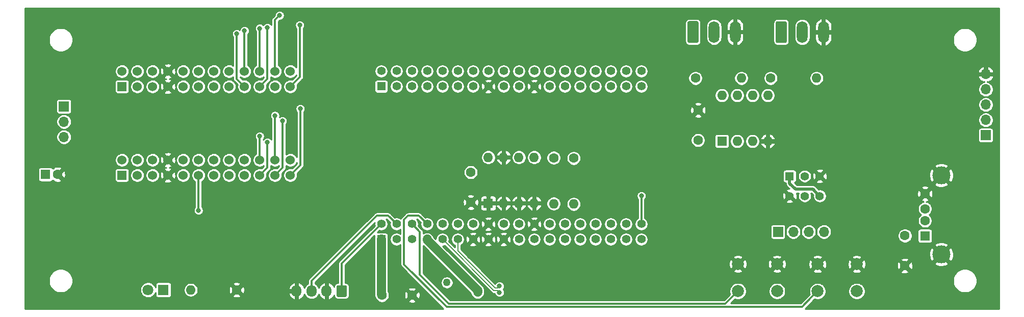
<source format=gbr>
G04 #@! TF.GenerationSoftware,KiCad,Pcbnew,(5.1.5)-3*
G04 #@! TF.CreationDate,2020-03-07T16:25:27-05:00*
G04 #@! TF.ProjectId,PB_16,50425f31-362e-46b6-9963-61645f706362,v1*
G04 #@! TF.SameCoordinates,Original*
G04 #@! TF.FileFunction,Copper,L2,Bot*
G04 #@! TF.FilePolarity,Positive*
%FSLAX46Y46*%
G04 Gerber Fmt 4.6, Leading zero omitted, Abs format (unit mm)*
G04 Created by KiCad (PCBNEW (5.1.5)-3) date 2020-03-07 16:25:27*
%MOMM*%
%LPD*%
G04 APERTURE LIST*
%ADD10O,1.700000X1.700000*%
%ADD11R,1.700000X1.700000*%
%ADD12C,1.408000*%
%ADD13R,1.408000X1.408000*%
%ADD14C,1.600000*%
%ADD15R,1.600000X1.600000*%
%ADD16C,3.000000*%
%ADD17O,1.600000X1.600000*%
%ADD18O,1.800000X3.600000*%
%ADD19C,0.100000*%
%ADD20C,1.530000*%
%ADD21R,1.530000X1.530000*%
%ADD22C,2.000000*%
%ADD23C,1.800000*%
%ADD24R,1.800000X1.800000*%
%ADD25C,1.400000*%
%ADD26R,1.400000X1.400000*%
%ADD27O,1.700000X1.950000*%
%ADD28C,1.270000*%
%ADD29C,0.800000*%
%ADD30C,1.500000*%
%ADD31C,0.200000*%
%ADD32C,0.350000*%
%ADD33C,0.500000*%
%ADD34C,0.254000*%
G04 APERTURE END LIST*
D10*
X93218000Y-92964000D03*
X93218000Y-90424000D03*
D11*
X93218000Y-87884000D03*
D12*
X189087760Y-82016600D03*
X189087760Y-84556600D03*
X186547760Y-82016600D03*
X186547760Y-84556600D03*
X184007760Y-82016600D03*
X184007760Y-84556600D03*
X181467760Y-82016600D03*
X181467760Y-84556600D03*
X178927760Y-82016600D03*
X178927760Y-84556600D03*
X176387760Y-82016600D03*
X176387760Y-84556600D03*
X173847760Y-82016600D03*
X173847760Y-84556600D03*
X171307760Y-82016600D03*
X171307760Y-84556600D03*
X168767760Y-82016600D03*
X168767760Y-84556600D03*
X166227760Y-82016600D03*
X166227760Y-84556600D03*
X163687760Y-82016600D03*
X163687760Y-84556600D03*
X161147760Y-82016600D03*
X161147760Y-84556600D03*
X158607760Y-82016600D03*
X158607760Y-84556600D03*
X156067760Y-82016600D03*
X156067760Y-84556600D03*
X153527760Y-82016600D03*
X153527760Y-84556600D03*
X150987760Y-82016600D03*
X150987760Y-84556600D03*
X148447760Y-82016600D03*
X148447760Y-84556600D03*
X145907760Y-82016600D03*
D13*
X145907760Y-84556600D03*
D12*
X189087760Y-107416600D03*
X189087760Y-109956600D03*
X186547760Y-107416600D03*
X186547760Y-109956600D03*
X184007760Y-107416600D03*
X184007760Y-109956600D03*
X181467760Y-107416600D03*
X181467760Y-109956600D03*
X178927760Y-107416600D03*
X178927760Y-109956600D03*
X176387760Y-107416600D03*
X176387760Y-109956600D03*
X173847760Y-107416600D03*
X173847760Y-109956600D03*
X171307760Y-107416600D03*
X171307760Y-109956600D03*
X168767760Y-107416600D03*
X168767760Y-109956600D03*
X166227760Y-107416600D03*
X166227760Y-109956600D03*
X163687760Y-107416600D03*
X163687760Y-109956600D03*
X161147760Y-107416600D03*
X161147760Y-109956600D03*
X158607760Y-107416600D03*
X158607760Y-109956600D03*
X156067760Y-107416600D03*
X156067760Y-109956600D03*
X153527760Y-107416600D03*
X153527760Y-109956600D03*
X150987760Y-107416600D03*
X150987760Y-109956600D03*
X148447760Y-107416600D03*
X148447760Y-109956600D03*
X145907760Y-107416600D03*
D13*
X145907760Y-109956600D03*
D14*
X236181900Y-102385100D03*
X236181900Y-104885100D03*
X236181900Y-106885100D03*
D15*
X236181900Y-109385100D03*
D16*
X238891900Y-112455100D03*
X238891900Y-99315100D03*
D17*
X218186000Y-83185000D03*
D14*
X210566000Y-83185000D03*
D17*
X202463400Y-86029800D03*
X210083400Y-93649800D03*
X205003400Y-86029800D03*
X207543400Y-93649800D03*
X207543400Y-86029800D03*
X205003400Y-93649800D03*
X210083400Y-86029800D03*
D15*
X202463400Y-93649800D03*
D18*
X219318600Y-75539600D03*
X215818600Y-75539600D03*
G04 #@! TA.AperFunction,ComponentPad*
D19*
G36*
X212993104Y-73740804D02*
G01*
X213017373Y-73744404D01*
X213041171Y-73750365D01*
X213064271Y-73758630D01*
X213086449Y-73769120D01*
X213107493Y-73781733D01*
X213127198Y-73796347D01*
X213145377Y-73812823D01*
X213161853Y-73831002D01*
X213176467Y-73850707D01*
X213189080Y-73871751D01*
X213199570Y-73893929D01*
X213207835Y-73917029D01*
X213213796Y-73940827D01*
X213217396Y-73965096D01*
X213218600Y-73989600D01*
X213218600Y-77089600D01*
X213217396Y-77114104D01*
X213213796Y-77138373D01*
X213207835Y-77162171D01*
X213199570Y-77185271D01*
X213189080Y-77207449D01*
X213176467Y-77228493D01*
X213161853Y-77248198D01*
X213145377Y-77266377D01*
X213127198Y-77282853D01*
X213107493Y-77297467D01*
X213086449Y-77310080D01*
X213064271Y-77320570D01*
X213041171Y-77328835D01*
X213017373Y-77334796D01*
X212993104Y-77338396D01*
X212968600Y-77339600D01*
X211668600Y-77339600D01*
X211644096Y-77338396D01*
X211619827Y-77334796D01*
X211596029Y-77328835D01*
X211572929Y-77320570D01*
X211550751Y-77310080D01*
X211529707Y-77297467D01*
X211510002Y-77282853D01*
X211491823Y-77266377D01*
X211475347Y-77248198D01*
X211460733Y-77228493D01*
X211448120Y-77207449D01*
X211437630Y-77185271D01*
X211429365Y-77162171D01*
X211423404Y-77138373D01*
X211419804Y-77114104D01*
X211418600Y-77089600D01*
X211418600Y-73989600D01*
X211419804Y-73965096D01*
X211423404Y-73940827D01*
X211429365Y-73917029D01*
X211437630Y-73893929D01*
X211448120Y-73871751D01*
X211460733Y-73850707D01*
X211475347Y-73831002D01*
X211491823Y-73812823D01*
X211510002Y-73796347D01*
X211529707Y-73781733D01*
X211550751Y-73769120D01*
X211572929Y-73758630D01*
X211596029Y-73750365D01*
X211619827Y-73744404D01*
X211644096Y-73740804D01*
X211668600Y-73739600D01*
X212968600Y-73739600D01*
X212993104Y-73740804D01*
G37*
G04 #@! TD.AperFunction*
D18*
X204667880Y-75519280D03*
X201167880Y-75519280D03*
G04 #@! TA.AperFunction,ComponentPad*
D19*
G36*
X198342384Y-73720484D02*
G01*
X198366653Y-73724084D01*
X198390451Y-73730045D01*
X198413551Y-73738310D01*
X198435729Y-73748800D01*
X198456773Y-73761413D01*
X198476478Y-73776027D01*
X198494657Y-73792503D01*
X198511133Y-73810682D01*
X198525747Y-73830387D01*
X198538360Y-73851431D01*
X198548850Y-73873609D01*
X198557115Y-73896709D01*
X198563076Y-73920507D01*
X198566676Y-73944776D01*
X198567880Y-73969280D01*
X198567880Y-77069280D01*
X198566676Y-77093784D01*
X198563076Y-77118053D01*
X198557115Y-77141851D01*
X198548850Y-77164951D01*
X198538360Y-77187129D01*
X198525747Y-77208173D01*
X198511133Y-77227878D01*
X198494657Y-77246057D01*
X198476478Y-77262533D01*
X198456773Y-77277147D01*
X198435729Y-77289760D01*
X198413551Y-77300250D01*
X198390451Y-77308515D01*
X198366653Y-77314476D01*
X198342384Y-77318076D01*
X198317880Y-77319280D01*
X197017880Y-77319280D01*
X196993376Y-77318076D01*
X196969107Y-77314476D01*
X196945309Y-77308515D01*
X196922209Y-77300250D01*
X196900031Y-77289760D01*
X196878987Y-77277147D01*
X196859282Y-77262533D01*
X196841103Y-77246057D01*
X196824627Y-77227878D01*
X196810013Y-77208173D01*
X196797400Y-77187129D01*
X196786910Y-77164951D01*
X196778645Y-77141851D01*
X196772684Y-77118053D01*
X196769084Y-77093784D01*
X196767880Y-77069280D01*
X196767880Y-73969280D01*
X196769084Y-73944776D01*
X196772684Y-73920507D01*
X196778645Y-73896709D01*
X196786910Y-73873609D01*
X196797400Y-73851431D01*
X196810013Y-73830387D01*
X196824627Y-73810682D01*
X196841103Y-73792503D01*
X196859282Y-73776027D01*
X196878987Y-73761413D01*
X196900031Y-73748800D01*
X196922209Y-73738310D01*
X196945309Y-73730045D01*
X196969107Y-73724084D01*
X196993376Y-73720484D01*
X197017880Y-73719280D01*
X198317880Y-73719280D01*
X198342384Y-73720484D01*
G37*
G04 #@! TD.AperFunction*
D20*
X130810000Y-96774000D03*
X130810000Y-99314000D03*
X128270000Y-96774000D03*
X128270000Y-99314000D03*
X125730000Y-96774000D03*
X125730000Y-99314000D03*
X123190000Y-96774000D03*
X123190000Y-99314000D03*
X120650000Y-96774000D03*
X120650000Y-99314000D03*
X118110000Y-96774000D03*
X118110000Y-99314000D03*
X115570000Y-96774000D03*
X115570000Y-99314000D03*
X113030000Y-96774000D03*
X113030000Y-99314000D03*
X110490000Y-96774000D03*
X110490000Y-99314000D03*
X107950000Y-96774000D03*
X107950000Y-99314000D03*
X105410000Y-96774000D03*
X105410000Y-99314000D03*
X102870000Y-96774000D03*
D21*
X102870000Y-99314000D03*
D20*
X130810000Y-82042000D03*
X130810000Y-84582000D03*
X128270000Y-82042000D03*
X128270000Y-84582000D03*
X125730000Y-82042000D03*
X125730000Y-84582000D03*
X123190000Y-82042000D03*
X123190000Y-84582000D03*
X120650000Y-82042000D03*
X120650000Y-84582000D03*
X118110000Y-82042000D03*
X118110000Y-84582000D03*
X115570000Y-82042000D03*
X115570000Y-84582000D03*
X113030000Y-82042000D03*
X113030000Y-84582000D03*
X110490000Y-82042000D03*
X110490000Y-84582000D03*
X107950000Y-82042000D03*
X107950000Y-84582000D03*
X105410000Y-82042000D03*
X105410000Y-84582000D03*
X102870000Y-82042000D03*
D21*
X102870000Y-84582000D03*
D14*
X92170000Y-99187000D03*
D15*
X90170000Y-99187000D03*
D22*
X224851100Y-114084100D03*
X224851100Y-118584100D03*
X218351100Y-114084100D03*
X218351100Y-118584100D03*
X211630400Y-114071400D03*
X211630400Y-118571400D03*
X205130400Y-114071400D03*
X205130400Y-118571400D03*
D17*
X163677860Y-96347220D03*
X171297860Y-103967220D03*
X166217860Y-96347220D03*
X168757860Y-103967220D03*
X168757860Y-96347220D03*
X166217860Y-103967220D03*
X171297860Y-96347220D03*
D15*
X163677860Y-103967220D03*
D17*
X177850800Y-104101900D03*
D14*
X177850800Y-96481900D03*
D17*
X174536100Y-104038400D03*
D14*
X174536100Y-96418400D03*
X160777860Y-98817220D03*
X160777860Y-103817220D03*
D23*
X107188000Y-118364000D03*
D24*
X109728000Y-118364000D03*
D25*
X218715600Y-102766400D03*
X216215600Y-102766400D03*
X213715600Y-102766400D03*
X218715600Y-99466400D03*
X216215600Y-99466400D03*
D26*
X213715600Y-99466400D03*
D17*
X205694280Y-83185000D03*
D14*
X198074280Y-83185000D03*
D17*
X114300000Y-118364000D03*
D14*
X121920000Y-118364000D03*
D10*
X246278400Y-82511900D03*
X246278400Y-85051900D03*
X246278400Y-87591900D03*
X246278400Y-90131900D03*
D11*
X246278400Y-92671900D03*
D27*
X131844400Y-118557040D03*
X134344400Y-118557040D03*
X136844400Y-118557040D03*
G04 #@! TA.AperFunction,ComponentPad*
D19*
G36*
X139968904Y-117583244D02*
G01*
X139993173Y-117586844D01*
X140016971Y-117592805D01*
X140040071Y-117601070D01*
X140062249Y-117611560D01*
X140083293Y-117624173D01*
X140102998Y-117638787D01*
X140121177Y-117655263D01*
X140137653Y-117673442D01*
X140152267Y-117693147D01*
X140164880Y-117714191D01*
X140175370Y-117736369D01*
X140183635Y-117759469D01*
X140189596Y-117783267D01*
X140193196Y-117807536D01*
X140194400Y-117832040D01*
X140194400Y-119282040D01*
X140193196Y-119306544D01*
X140189596Y-119330813D01*
X140183635Y-119354611D01*
X140175370Y-119377711D01*
X140164880Y-119399889D01*
X140152267Y-119420933D01*
X140137653Y-119440638D01*
X140121177Y-119458817D01*
X140102998Y-119475293D01*
X140083293Y-119489907D01*
X140062249Y-119502520D01*
X140040071Y-119513010D01*
X140016971Y-119521275D01*
X139993173Y-119527236D01*
X139968904Y-119530836D01*
X139944400Y-119532040D01*
X138744400Y-119532040D01*
X138719896Y-119530836D01*
X138695627Y-119527236D01*
X138671829Y-119521275D01*
X138648729Y-119513010D01*
X138626551Y-119502520D01*
X138605507Y-119489907D01*
X138585802Y-119475293D01*
X138567623Y-119458817D01*
X138551147Y-119440638D01*
X138536533Y-119420933D01*
X138523920Y-119399889D01*
X138513430Y-119377711D01*
X138505165Y-119354611D01*
X138499204Y-119330813D01*
X138495604Y-119306544D01*
X138494400Y-119282040D01*
X138494400Y-117832040D01*
X138495604Y-117807536D01*
X138499204Y-117783267D01*
X138505165Y-117759469D01*
X138513430Y-117736369D01*
X138523920Y-117714191D01*
X138536533Y-117693147D01*
X138551147Y-117673442D01*
X138567623Y-117655263D01*
X138585802Y-117638787D01*
X138605507Y-117624173D01*
X138626551Y-117611560D01*
X138648729Y-117601070D01*
X138671829Y-117592805D01*
X138695627Y-117586844D01*
X138719896Y-117583244D01*
X138744400Y-117582040D01*
X139944400Y-117582040D01*
X139968904Y-117583244D01*
G37*
G04 #@! TD.AperFunction*
D10*
X219405200Y-108712000D03*
X216865200Y-108712000D03*
X214325200Y-108712000D03*
D11*
X211785200Y-108712000D03*
D28*
X156812300Y-117145000D03*
X161912300Y-118745000D03*
D14*
X198500000Y-88500000D03*
X198500000Y-93500000D03*
X151050000Y-119253000D03*
X146050000Y-119253000D03*
X232854500Y-114359700D03*
X232854500Y-109359700D03*
D29*
X167386000Y-116967000D03*
X158496000Y-119253000D03*
X165544500Y-117737400D03*
X165544500Y-118787400D03*
X132384800Y-74369880D03*
X129032000Y-72757990D03*
X125742700Y-74919891D03*
X127000000Y-74803000D03*
X123209964Y-75316458D03*
X121920000Y-75818996D03*
X189103000Y-102742998D03*
X132460998Y-88265000D03*
X128270000Y-89408012D03*
X129514600Y-90296992D03*
X125730000Y-92837000D03*
X127000008Y-93853000D03*
X115570000Y-105155994D03*
D30*
X153527760Y-110093760D02*
X153527760Y-109956600D01*
X161912300Y-118745000D02*
X161912300Y-118478300D01*
X161912300Y-118478300D02*
X153527760Y-110093760D01*
X145907760Y-119110760D02*
X146050000Y-119253000D01*
X145907760Y-109956600D02*
X145907760Y-119110760D01*
D31*
X165244500Y-118037400D02*
X165544500Y-117737400D01*
X164784957Y-118037400D02*
X165244500Y-118037400D01*
X158607760Y-109956600D02*
X158607760Y-111860203D01*
X158607760Y-111860203D02*
X164784957Y-118037400D01*
X165244500Y-118487400D02*
X165544500Y-118787400D01*
X156067760Y-109956600D02*
X164598560Y-118487400D01*
X164598560Y-118487400D02*
X165244500Y-118487400D01*
D32*
X134344400Y-116861600D02*
X134344400Y-118557040D01*
X145161000Y-106045000D02*
X134344400Y-116861600D01*
X148447760Y-107416600D02*
X147076160Y-106045000D01*
X147076160Y-106045000D02*
X145161000Y-106045000D01*
X139344400Y-117582040D02*
X139344400Y-118557040D01*
X139344400Y-113979960D02*
X139344400Y-118557040D01*
X145907760Y-107416600D02*
X139344400Y-113979960D01*
D33*
X213715600Y-100666400D02*
X213715600Y-99466400D01*
X214665599Y-101616399D02*
X213715600Y-100666400D01*
X217565599Y-101616399D02*
X214665599Y-101616399D01*
X218715600Y-102766400D02*
X217565599Y-101616399D01*
D32*
X132384800Y-83007200D02*
X132384800Y-74369880D01*
X130810000Y-84582000D02*
X132384800Y-83007200D01*
X128270000Y-73519990D02*
X129032000Y-72757990D01*
X128270000Y-82042000D02*
X128270000Y-73519990D01*
X125730000Y-74932591D02*
X125742700Y-74919891D01*
X125730000Y-82042000D02*
X125730000Y-74932591D01*
X127000000Y-75368685D02*
X127000000Y-74803000D01*
X127000000Y-83312000D02*
X127000000Y-75368685D01*
X125730000Y-84582000D02*
X127000000Y-83312000D01*
X123190000Y-75336422D02*
X123209964Y-75316458D01*
X123190000Y-82042000D02*
X123190000Y-75336422D01*
X123190000Y-75478933D02*
X123190000Y-75336422D01*
X123190000Y-84582000D02*
X121920000Y-83312000D01*
X121920000Y-83312000D02*
X121920000Y-75818996D01*
X189087760Y-107416600D02*
X189087760Y-102758238D01*
X189087760Y-102758238D02*
X189103000Y-102742998D01*
X203051800Y-120650000D02*
X204130401Y-119571399D01*
X157099000Y-120650000D02*
X203051800Y-120650000D01*
X152273000Y-115824000D02*
X157099000Y-120650000D01*
X152273000Y-108701840D02*
X152273000Y-115824000D01*
X204130401Y-119571399D02*
X205130400Y-118571400D01*
X150987760Y-107416600D02*
X152273000Y-108701840D01*
X149694900Y-114134900D02*
X156760011Y-121200011D01*
X149694900Y-106718100D02*
X149694900Y-114134900D01*
X156760011Y-121200011D02*
X203279622Y-121200011D01*
X203321633Y-121158000D02*
X215777200Y-121158000D01*
X203279622Y-121200011D02*
X203321633Y-121158000D01*
X150368000Y-106045000D02*
X149694900Y-106718100D01*
X152156160Y-106045000D02*
X150368000Y-106045000D01*
X153527760Y-107416600D02*
X152156160Y-106045000D01*
X217351101Y-119584099D02*
X218351100Y-118584100D01*
X215777200Y-121158000D02*
X217351101Y-119584099D01*
X130810000Y-99314000D02*
X132460998Y-97663002D01*
X132460998Y-88830685D02*
X132460998Y-88265000D01*
X132460998Y-97663002D02*
X132460998Y-88830685D01*
X128270000Y-96774000D02*
X128270000Y-89408012D01*
X129514600Y-98069400D02*
X129514600Y-90296992D01*
X128270000Y-99314000D02*
X129514600Y-98069400D01*
X125730000Y-96774000D02*
X125730000Y-92837000D01*
X125730000Y-99314000D02*
X127000008Y-98043992D01*
X127000008Y-98043992D02*
X127000008Y-94418685D01*
X127000008Y-94418685D02*
X127000008Y-93853000D01*
X120853200Y-96570800D02*
X120650000Y-96774000D01*
X115570000Y-105156000D02*
X115570000Y-99314000D01*
D34*
G36*
X248488000Y-121488000D02*
G01*
X216270271Y-121488000D01*
X217782854Y-119975418D01*
X217782858Y-119975413D01*
X217856228Y-119902043D01*
X217940693Y-119937030D01*
X218212523Y-119991100D01*
X218489677Y-119991100D01*
X218761507Y-119937030D01*
X219017564Y-119830967D01*
X219248010Y-119676988D01*
X219443988Y-119481010D01*
X219597967Y-119250564D01*
X219704030Y-118994507D01*
X219758100Y-118722677D01*
X219758100Y-118445523D01*
X223444100Y-118445523D01*
X223444100Y-118722677D01*
X223498170Y-118994507D01*
X223604233Y-119250564D01*
X223758212Y-119481010D01*
X223954190Y-119676988D01*
X224184636Y-119830967D01*
X224440693Y-119937030D01*
X224712523Y-119991100D01*
X224989677Y-119991100D01*
X225261507Y-119937030D01*
X225517564Y-119830967D01*
X225748010Y-119676988D01*
X225943988Y-119481010D01*
X226097967Y-119250564D01*
X226204030Y-118994507D01*
X226258100Y-118722677D01*
X226258100Y-118445523D01*
X226204030Y-118173693D01*
X226097967Y-117917636D01*
X225943988Y-117687190D01*
X225748010Y-117491212D01*
X225517564Y-117337233D01*
X225261507Y-117231170D01*
X224989677Y-117177100D01*
X224712523Y-117177100D01*
X224440693Y-117231170D01*
X224184636Y-117337233D01*
X223954190Y-117491212D01*
X223758212Y-117687190D01*
X223604233Y-117917636D01*
X223498170Y-118173693D01*
X223444100Y-118445523D01*
X219758100Y-118445523D01*
X219704030Y-118173693D01*
X219597967Y-117917636D01*
X219443988Y-117687190D01*
X219248010Y-117491212D01*
X219017564Y-117337233D01*
X218761507Y-117231170D01*
X218489677Y-117177100D01*
X218212523Y-117177100D01*
X217940693Y-117231170D01*
X217684636Y-117337233D01*
X217454190Y-117491212D01*
X217258212Y-117687190D01*
X217104233Y-117917636D01*
X216998170Y-118173693D01*
X216944100Y-118445523D01*
X216944100Y-118722677D01*
X216998170Y-118994507D01*
X217033157Y-119078972D01*
X216959787Y-119152342D01*
X216959782Y-119152346D01*
X215536129Y-120576000D01*
X203948871Y-120576000D01*
X204562154Y-119962718D01*
X204562158Y-119962713D01*
X204635528Y-119889343D01*
X204719993Y-119924330D01*
X204991823Y-119978400D01*
X205268977Y-119978400D01*
X205540807Y-119924330D01*
X205796864Y-119818267D01*
X206027310Y-119664288D01*
X206223288Y-119468310D01*
X206377267Y-119237864D01*
X206483330Y-118981807D01*
X206537400Y-118709977D01*
X206537400Y-118432823D01*
X210223400Y-118432823D01*
X210223400Y-118709977D01*
X210277470Y-118981807D01*
X210383533Y-119237864D01*
X210537512Y-119468310D01*
X210733490Y-119664288D01*
X210963936Y-119818267D01*
X211219993Y-119924330D01*
X211491823Y-119978400D01*
X211768977Y-119978400D01*
X212040807Y-119924330D01*
X212296864Y-119818267D01*
X212527310Y-119664288D01*
X212723288Y-119468310D01*
X212877267Y-119237864D01*
X212983330Y-118981807D01*
X213037400Y-118709977D01*
X213037400Y-118432823D01*
X212983330Y-118160993D01*
X212877267Y-117904936D01*
X212723288Y-117674490D01*
X212527310Y-117478512D01*
X212296864Y-117324533D01*
X212040807Y-117218470D01*
X211768977Y-117164400D01*
X211491823Y-117164400D01*
X211219993Y-117218470D01*
X210963936Y-117324533D01*
X210733490Y-117478512D01*
X210537512Y-117674490D01*
X210383533Y-117904936D01*
X210277470Y-118160993D01*
X210223400Y-118432823D01*
X206537400Y-118432823D01*
X206483330Y-118160993D01*
X206377267Y-117904936D01*
X206223288Y-117674490D01*
X206027310Y-117478512D01*
X205796864Y-117324533D01*
X205540807Y-117218470D01*
X205268977Y-117164400D01*
X204991823Y-117164400D01*
X204719993Y-117218470D01*
X204463936Y-117324533D01*
X204233490Y-117478512D01*
X204037512Y-117674490D01*
X203883533Y-117904936D01*
X203777470Y-118160993D01*
X203723400Y-118432823D01*
X203723400Y-118709977D01*
X203777470Y-118981807D01*
X203812457Y-119066272D01*
X203739087Y-119139642D01*
X203739082Y-119139646D01*
X202810729Y-120068000D01*
X157340072Y-120068000D01*
X154314444Y-117042372D01*
X155770300Y-117042372D01*
X155770300Y-117247628D01*
X155810343Y-117448940D01*
X155888891Y-117638572D01*
X156002926Y-117809236D01*
X156148064Y-117954374D01*
X156318728Y-118068409D01*
X156508360Y-118146957D01*
X156709672Y-118187000D01*
X156914928Y-118187000D01*
X157116240Y-118146957D01*
X157305872Y-118068409D01*
X157476536Y-117954374D01*
X157621674Y-117809236D01*
X157735709Y-117638572D01*
X157814257Y-117448940D01*
X157854300Y-117247628D01*
X157854300Y-117042372D01*
X157814257Y-116841060D01*
X157735709Y-116651428D01*
X157621674Y-116480764D01*
X157476536Y-116335626D01*
X157305872Y-116221591D01*
X157116240Y-116143043D01*
X156914928Y-116103000D01*
X156709672Y-116103000D01*
X156508360Y-116143043D01*
X156318728Y-116221591D01*
X156148064Y-116335626D01*
X156002926Y-116480764D01*
X155888891Y-116651428D01*
X155810343Y-116841060D01*
X155770300Y-117042372D01*
X154314444Y-117042372D01*
X152855000Y-115582929D01*
X152855000Y-111057245D01*
X160773119Y-118975364D01*
X160838200Y-119189906D01*
X160945635Y-119390904D01*
X161090219Y-119567081D01*
X161266395Y-119711665D01*
X161467393Y-119819100D01*
X161685488Y-119885259D01*
X161912300Y-119907598D01*
X162139111Y-119885259D01*
X162357206Y-119819100D01*
X162558204Y-119711665D01*
X162734381Y-119567081D01*
X162878965Y-119390905D01*
X162986400Y-119189907D01*
X163052559Y-118971812D01*
X163069300Y-118801838D01*
X163069300Y-118535129D01*
X163074897Y-118478299D01*
X163069300Y-118421469D01*
X163069300Y-118421463D01*
X163052559Y-118251489D01*
X163052559Y-118251488D01*
X162986400Y-118033393D01*
X162878965Y-117832395D01*
X162786881Y-117720191D01*
X162734381Y-117656219D01*
X162690231Y-117619986D01*
X156137845Y-111067600D01*
X156177184Y-111067600D01*
X156391827Y-111024905D01*
X156411084Y-111016929D01*
X164222442Y-118828288D01*
X164238322Y-118847638D01*
X164315523Y-118910995D01*
X164403601Y-118958073D01*
X164460783Y-118975419D01*
X164499170Y-118987064D01*
X164598559Y-118996853D01*
X164623465Y-118994400D01*
X164762864Y-118994400D01*
X164768512Y-119022793D01*
X164829346Y-119169658D01*
X164917662Y-119301833D01*
X165030067Y-119414238D01*
X165162242Y-119502554D01*
X165309107Y-119563388D01*
X165465017Y-119594400D01*
X165623983Y-119594400D01*
X165779893Y-119563388D01*
X165926758Y-119502554D01*
X166058933Y-119414238D01*
X166171338Y-119301833D01*
X166259654Y-119169658D01*
X166320488Y-119022793D01*
X166351500Y-118866883D01*
X166351500Y-118707917D01*
X166320488Y-118552007D01*
X166259654Y-118405142D01*
X166171338Y-118272967D01*
X166160771Y-118262400D01*
X166171338Y-118251833D01*
X166259654Y-118119658D01*
X166320488Y-117972793D01*
X166351500Y-117816883D01*
X166351500Y-117657917D01*
X166320488Y-117502007D01*
X166259654Y-117355142D01*
X166171338Y-117222967D01*
X166058933Y-117110562D01*
X165926758Y-117022246D01*
X165779893Y-116961412D01*
X165623983Y-116930400D01*
X165465017Y-116930400D01*
X165309107Y-116961412D01*
X165162242Y-117022246D01*
X165030067Y-117110562D01*
X164917662Y-117222967D01*
X164829346Y-117355142D01*
X164826522Y-117361959D01*
X164106891Y-116642328D01*
X240817000Y-116642328D01*
X240817000Y-117037672D01*
X240894128Y-117425420D01*
X241045420Y-117790671D01*
X241265061Y-118119388D01*
X241544612Y-118398939D01*
X241873329Y-118618580D01*
X242238580Y-118769872D01*
X242626328Y-118847000D01*
X243021672Y-118847000D01*
X243409420Y-118769872D01*
X243774671Y-118618580D01*
X244103388Y-118398939D01*
X244382939Y-118119388D01*
X244602580Y-117790671D01*
X244753872Y-117425420D01*
X244831000Y-117037672D01*
X244831000Y-116642328D01*
X244753872Y-116254580D01*
X244602580Y-115889329D01*
X244382939Y-115560612D01*
X244103388Y-115281061D01*
X243774671Y-115061420D01*
X243409420Y-114910128D01*
X243021672Y-114833000D01*
X242626328Y-114833000D01*
X242238580Y-114910128D01*
X241873329Y-115061420D01*
X241544612Y-115281061D01*
X241265061Y-115560612D01*
X241045420Y-115889329D01*
X240894128Y-116254580D01*
X240817000Y-116642328D01*
X164106891Y-116642328D01*
X162672849Y-115208286D01*
X204308884Y-115208286D01*
X204418495Y-115430643D01*
X204697349Y-115543412D01*
X204992845Y-115599612D01*
X205293627Y-115597083D01*
X205588136Y-115535924D01*
X205842305Y-115430643D01*
X205951916Y-115208286D01*
X210808884Y-115208286D01*
X210918495Y-115430643D01*
X211197349Y-115543412D01*
X211492845Y-115599612D01*
X211793627Y-115597083D01*
X212088136Y-115535924D01*
X212342305Y-115430643D01*
X212445655Y-115220986D01*
X217529584Y-115220986D01*
X217639195Y-115443343D01*
X217918049Y-115556112D01*
X218213545Y-115612312D01*
X218514327Y-115609783D01*
X218808836Y-115548624D01*
X219063005Y-115443343D01*
X219172616Y-115220986D01*
X224029584Y-115220986D01*
X224139195Y-115443343D01*
X224418049Y-115556112D01*
X224713545Y-115612312D01*
X225014327Y-115609783D01*
X225308836Y-115548624D01*
X225563005Y-115443343D01*
X225607867Y-115352335D01*
X232177235Y-115352335D01*
X232262184Y-115554344D01*
X232506628Y-115646945D01*
X232764441Y-115690078D01*
X233025716Y-115682084D01*
X233280410Y-115623273D01*
X233446816Y-115554344D01*
X233531765Y-115352335D01*
X232854500Y-114675070D01*
X232177235Y-115352335D01*
X225607867Y-115352335D01*
X225672616Y-115220986D01*
X224851100Y-114399470D01*
X224029584Y-115220986D01*
X219172616Y-115220986D01*
X218351100Y-114399470D01*
X217529584Y-115220986D01*
X212445655Y-115220986D01*
X212451916Y-115208286D01*
X211630400Y-114386770D01*
X210808884Y-115208286D01*
X205951916Y-115208286D01*
X205130400Y-114386770D01*
X204308884Y-115208286D01*
X162672849Y-115208286D01*
X161398408Y-113933845D01*
X203602188Y-113933845D01*
X203604717Y-114234627D01*
X203665876Y-114529136D01*
X203771157Y-114783305D01*
X203993514Y-114892916D01*
X204815030Y-114071400D01*
X205445770Y-114071400D01*
X206267286Y-114892916D01*
X206489643Y-114783305D01*
X206602412Y-114504451D01*
X206658612Y-114208955D01*
X206656299Y-113933845D01*
X210102188Y-113933845D01*
X210104717Y-114234627D01*
X210165876Y-114529136D01*
X210271157Y-114783305D01*
X210493514Y-114892916D01*
X211315030Y-114071400D01*
X211945770Y-114071400D01*
X212767286Y-114892916D01*
X212989643Y-114783305D01*
X213102412Y-114504451D01*
X213158612Y-114208955D01*
X213156406Y-113946545D01*
X216822888Y-113946545D01*
X216825417Y-114247327D01*
X216886576Y-114541836D01*
X216991857Y-114796005D01*
X217214214Y-114905616D01*
X218035730Y-114084100D01*
X218666470Y-114084100D01*
X219487986Y-114905616D01*
X219710343Y-114796005D01*
X219823112Y-114517151D01*
X219879312Y-114221655D01*
X219876999Y-113946545D01*
X223322888Y-113946545D01*
X223325417Y-114247327D01*
X223386576Y-114541836D01*
X223491857Y-114796005D01*
X223714214Y-114905616D01*
X224535730Y-114084100D01*
X225166470Y-114084100D01*
X225987986Y-114905616D01*
X226210343Y-114796005D01*
X226323112Y-114517151D01*
X226370185Y-114269641D01*
X231524122Y-114269641D01*
X231532116Y-114530916D01*
X231590927Y-114785610D01*
X231659856Y-114952016D01*
X231861865Y-115036965D01*
X232539130Y-114359700D01*
X233169870Y-114359700D01*
X233847135Y-115036965D01*
X234049144Y-114952016D01*
X234141745Y-114707572D01*
X234184878Y-114449759D01*
X234176884Y-114188484D01*
X234121956Y-113950603D01*
X237711766Y-113950603D01*
X237882302Y-114224082D01*
X238246813Y-114387055D01*
X238636114Y-114475783D01*
X239035245Y-114486858D01*
X239428866Y-114419853D01*
X239801853Y-114277344D01*
X239901498Y-114224082D01*
X240072034Y-113950603D01*
X238891900Y-112770470D01*
X237711766Y-113950603D01*
X234121956Y-113950603D01*
X234118073Y-113933790D01*
X234049144Y-113767384D01*
X233847135Y-113682435D01*
X233169870Y-114359700D01*
X232539130Y-114359700D01*
X231861865Y-113682435D01*
X231659856Y-113767384D01*
X231567255Y-114011828D01*
X231524122Y-114269641D01*
X226370185Y-114269641D01*
X226379312Y-114221655D01*
X226376783Y-113920873D01*
X226315624Y-113626364D01*
X226210343Y-113372195D01*
X226199937Y-113367065D01*
X232177235Y-113367065D01*
X232854500Y-114044330D01*
X233531765Y-113367065D01*
X233446816Y-113165056D01*
X233202372Y-113072455D01*
X232944559Y-113029322D01*
X232683284Y-113037316D01*
X232428590Y-113096127D01*
X232262184Y-113165056D01*
X232177235Y-113367065D01*
X226199937Y-113367065D01*
X225987986Y-113262584D01*
X225166470Y-114084100D01*
X224535730Y-114084100D01*
X223714214Y-113262584D01*
X223491857Y-113372195D01*
X223379088Y-113651049D01*
X223322888Y-113946545D01*
X219876999Y-113946545D01*
X219876783Y-113920873D01*
X219815624Y-113626364D01*
X219710343Y-113372195D01*
X219487986Y-113262584D01*
X218666470Y-114084100D01*
X218035730Y-114084100D01*
X217214214Y-113262584D01*
X216991857Y-113372195D01*
X216879088Y-113651049D01*
X216822888Y-113946545D01*
X213156406Y-113946545D01*
X213156083Y-113908173D01*
X213094924Y-113613664D01*
X212989643Y-113359495D01*
X212767286Y-113249884D01*
X211945770Y-114071400D01*
X211315030Y-114071400D01*
X210493514Y-113249884D01*
X210271157Y-113359495D01*
X210158388Y-113638349D01*
X210102188Y-113933845D01*
X206656299Y-113933845D01*
X206656083Y-113908173D01*
X206594924Y-113613664D01*
X206489643Y-113359495D01*
X206267286Y-113249884D01*
X205445770Y-114071400D01*
X204815030Y-114071400D01*
X203993514Y-113249884D01*
X203771157Y-113359495D01*
X203658388Y-113638349D01*
X203602188Y-113933845D01*
X161398408Y-113933845D01*
X160399077Y-112934514D01*
X204308884Y-112934514D01*
X205130400Y-113756030D01*
X205951916Y-112934514D01*
X210808884Y-112934514D01*
X211630400Y-113756030D01*
X212439216Y-112947214D01*
X217529584Y-112947214D01*
X218351100Y-113768730D01*
X219172616Y-112947214D01*
X224029584Y-112947214D01*
X224851100Y-113768730D01*
X225672616Y-112947214D01*
X225563005Y-112724857D01*
X225284151Y-112612088D01*
X225212417Y-112598445D01*
X236860142Y-112598445D01*
X236927147Y-112992066D01*
X237069656Y-113365053D01*
X237122918Y-113464698D01*
X237396397Y-113635234D01*
X238576530Y-112455100D01*
X239207270Y-112455100D01*
X240387403Y-113635234D01*
X240660882Y-113464698D01*
X240823855Y-113100187D01*
X240912583Y-112710886D01*
X240923658Y-112311755D01*
X240856653Y-111918134D01*
X240714144Y-111545147D01*
X240660882Y-111445502D01*
X240387403Y-111274966D01*
X239207270Y-112455100D01*
X238576530Y-112455100D01*
X237396397Y-111274966D01*
X237122918Y-111445502D01*
X236959945Y-111810013D01*
X236871217Y-112199314D01*
X236860142Y-112598445D01*
X225212417Y-112598445D01*
X224988655Y-112555888D01*
X224687873Y-112558417D01*
X224393364Y-112619576D01*
X224139195Y-112724857D01*
X224029584Y-112947214D01*
X219172616Y-112947214D01*
X219063005Y-112724857D01*
X218784151Y-112612088D01*
X218488655Y-112555888D01*
X218187873Y-112558417D01*
X217893364Y-112619576D01*
X217639195Y-112724857D01*
X217529584Y-112947214D01*
X212439216Y-112947214D01*
X212451916Y-112934514D01*
X212342305Y-112712157D01*
X212063451Y-112599388D01*
X211767955Y-112543188D01*
X211467173Y-112545717D01*
X211172664Y-112606876D01*
X210918495Y-112712157D01*
X210808884Y-112934514D01*
X205951916Y-112934514D01*
X205842305Y-112712157D01*
X205563451Y-112599388D01*
X205267955Y-112543188D01*
X204967173Y-112545717D01*
X204672664Y-112606876D01*
X204418495Y-112712157D01*
X204308884Y-112934514D01*
X160399077Y-112934514D01*
X159114760Y-111650198D01*
X159114760Y-110949132D01*
X159134016Y-110941156D01*
X159225975Y-110879710D01*
X160540019Y-110879710D01*
X160613019Y-111071999D01*
X160840898Y-111154889D01*
X161080569Y-111191731D01*
X161322821Y-111181107D01*
X161558347Y-111123425D01*
X161682501Y-111071999D01*
X161755501Y-110879710D01*
X163080019Y-110879710D01*
X163153019Y-111071999D01*
X163380898Y-111154889D01*
X163620569Y-111191731D01*
X163862821Y-111181107D01*
X164098347Y-111123425D01*
X164222501Y-111071999D01*
X164295501Y-110879710D01*
X165620019Y-110879710D01*
X165693019Y-111071999D01*
X165920898Y-111154889D01*
X166160569Y-111191731D01*
X166402821Y-111181107D01*
X166638347Y-111123425D01*
X166762501Y-111071999D01*
X166835501Y-110879710D01*
X166227760Y-110271970D01*
X165620019Y-110879710D01*
X164295501Y-110879710D01*
X163687760Y-110271970D01*
X163080019Y-110879710D01*
X161755501Y-110879710D01*
X161147760Y-110271970D01*
X160540019Y-110879710D01*
X159225975Y-110879710D01*
X159315981Y-110819570D01*
X159470730Y-110664821D01*
X159592316Y-110482856D01*
X159676065Y-110280667D01*
X159718760Y-110066024D01*
X159718760Y-109889409D01*
X159912629Y-109889409D01*
X159923253Y-110131661D01*
X159980935Y-110367187D01*
X160032361Y-110491341D01*
X160224650Y-110564341D01*
X160832390Y-109956600D01*
X161463130Y-109956600D01*
X162070870Y-110564341D01*
X162263159Y-110491341D01*
X162346049Y-110263462D01*
X162382891Y-110023791D01*
X162376998Y-109889409D01*
X162452629Y-109889409D01*
X162463253Y-110131661D01*
X162520935Y-110367187D01*
X162572361Y-110491341D01*
X162764650Y-110564341D01*
X163372390Y-109956600D01*
X164003130Y-109956600D01*
X164610870Y-110564341D01*
X164803159Y-110491341D01*
X164886049Y-110263462D01*
X164922891Y-110023791D01*
X164916998Y-109889409D01*
X164992629Y-109889409D01*
X165003253Y-110131661D01*
X165060935Y-110367187D01*
X165112361Y-110491341D01*
X165304650Y-110564341D01*
X165912390Y-109956600D01*
X166543130Y-109956600D01*
X167150870Y-110564341D01*
X167343159Y-110491341D01*
X167426049Y-110263462D01*
X167462891Y-110023791D01*
X167455146Y-109847176D01*
X167656760Y-109847176D01*
X167656760Y-110066024D01*
X167699455Y-110280667D01*
X167783204Y-110482856D01*
X167904790Y-110664821D01*
X168059539Y-110819570D01*
X168241504Y-110941156D01*
X168443693Y-111024905D01*
X168658336Y-111067600D01*
X168877184Y-111067600D01*
X169091827Y-111024905D01*
X169294016Y-110941156D01*
X169475981Y-110819570D01*
X169630730Y-110664821D01*
X169752316Y-110482856D01*
X169836065Y-110280667D01*
X169878760Y-110066024D01*
X169878760Y-109847176D01*
X170196760Y-109847176D01*
X170196760Y-110066024D01*
X170239455Y-110280667D01*
X170323204Y-110482856D01*
X170444790Y-110664821D01*
X170599539Y-110819570D01*
X170781504Y-110941156D01*
X170983693Y-111024905D01*
X171198336Y-111067600D01*
X171417184Y-111067600D01*
X171631827Y-111024905D01*
X171834016Y-110941156D01*
X172015981Y-110819570D01*
X172170730Y-110664821D01*
X172292316Y-110482856D01*
X172376065Y-110280667D01*
X172418760Y-110066024D01*
X172418760Y-109847176D01*
X172736760Y-109847176D01*
X172736760Y-110066024D01*
X172779455Y-110280667D01*
X172863204Y-110482856D01*
X172984790Y-110664821D01*
X173139539Y-110819570D01*
X173321504Y-110941156D01*
X173523693Y-111024905D01*
X173738336Y-111067600D01*
X173957184Y-111067600D01*
X174171827Y-111024905D01*
X174374016Y-110941156D01*
X174555981Y-110819570D01*
X174710730Y-110664821D01*
X174832316Y-110482856D01*
X174916065Y-110280667D01*
X174958760Y-110066024D01*
X174958760Y-109847176D01*
X175276760Y-109847176D01*
X175276760Y-110066024D01*
X175319455Y-110280667D01*
X175403204Y-110482856D01*
X175524790Y-110664821D01*
X175679539Y-110819570D01*
X175861504Y-110941156D01*
X176063693Y-111024905D01*
X176278336Y-111067600D01*
X176497184Y-111067600D01*
X176711827Y-111024905D01*
X176914016Y-110941156D01*
X177095981Y-110819570D01*
X177250730Y-110664821D01*
X177372316Y-110482856D01*
X177456065Y-110280667D01*
X177498760Y-110066024D01*
X177498760Y-109847176D01*
X177816760Y-109847176D01*
X177816760Y-110066024D01*
X177859455Y-110280667D01*
X177943204Y-110482856D01*
X178064790Y-110664821D01*
X178219539Y-110819570D01*
X178401504Y-110941156D01*
X178603693Y-111024905D01*
X178818336Y-111067600D01*
X179037184Y-111067600D01*
X179251827Y-111024905D01*
X179454016Y-110941156D01*
X179635981Y-110819570D01*
X179790730Y-110664821D01*
X179912316Y-110482856D01*
X179996065Y-110280667D01*
X180038760Y-110066024D01*
X180038760Y-109847176D01*
X180356760Y-109847176D01*
X180356760Y-110066024D01*
X180399455Y-110280667D01*
X180483204Y-110482856D01*
X180604790Y-110664821D01*
X180759539Y-110819570D01*
X180941504Y-110941156D01*
X181143693Y-111024905D01*
X181358336Y-111067600D01*
X181577184Y-111067600D01*
X181791827Y-111024905D01*
X181994016Y-110941156D01*
X182175981Y-110819570D01*
X182330730Y-110664821D01*
X182452316Y-110482856D01*
X182536065Y-110280667D01*
X182578760Y-110066024D01*
X182578760Y-109847176D01*
X182896760Y-109847176D01*
X182896760Y-110066024D01*
X182939455Y-110280667D01*
X183023204Y-110482856D01*
X183144790Y-110664821D01*
X183299539Y-110819570D01*
X183481504Y-110941156D01*
X183683693Y-111024905D01*
X183898336Y-111067600D01*
X184117184Y-111067600D01*
X184331827Y-111024905D01*
X184534016Y-110941156D01*
X184715981Y-110819570D01*
X184870730Y-110664821D01*
X184992316Y-110482856D01*
X185076065Y-110280667D01*
X185118760Y-110066024D01*
X185118760Y-109847176D01*
X185436760Y-109847176D01*
X185436760Y-110066024D01*
X185479455Y-110280667D01*
X185563204Y-110482856D01*
X185684790Y-110664821D01*
X185839539Y-110819570D01*
X186021504Y-110941156D01*
X186223693Y-111024905D01*
X186438336Y-111067600D01*
X186657184Y-111067600D01*
X186871827Y-111024905D01*
X187074016Y-110941156D01*
X187255981Y-110819570D01*
X187410730Y-110664821D01*
X187532316Y-110482856D01*
X187616065Y-110280667D01*
X187658760Y-110066024D01*
X187658760Y-109847176D01*
X187976760Y-109847176D01*
X187976760Y-110066024D01*
X188019455Y-110280667D01*
X188103204Y-110482856D01*
X188224790Y-110664821D01*
X188379539Y-110819570D01*
X188561504Y-110941156D01*
X188763693Y-111024905D01*
X188978336Y-111067600D01*
X189197184Y-111067600D01*
X189411827Y-111024905D01*
X189569495Y-110959597D01*
X237711766Y-110959597D01*
X238891900Y-112139730D01*
X240072034Y-110959597D01*
X239901498Y-110686118D01*
X239536987Y-110523145D01*
X239147686Y-110434417D01*
X238748555Y-110423342D01*
X238354934Y-110490347D01*
X237981947Y-110632856D01*
X237882302Y-110686118D01*
X237711766Y-110959597D01*
X189569495Y-110959597D01*
X189614016Y-110941156D01*
X189795981Y-110819570D01*
X189950730Y-110664821D01*
X190072316Y-110482856D01*
X190156065Y-110280667D01*
X190198760Y-110066024D01*
X190198760Y-109847176D01*
X190156065Y-109632533D01*
X190072316Y-109430344D01*
X189950730Y-109248379D01*
X189795981Y-109093630D01*
X189614016Y-108972044D01*
X189411827Y-108888295D01*
X189197184Y-108845600D01*
X188978336Y-108845600D01*
X188763693Y-108888295D01*
X188561504Y-108972044D01*
X188379539Y-109093630D01*
X188224790Y-109248379D01*
X188103204Y-109430344D01*
X188019455Y-109632533D01*
X187976760Y-109847176D01*
X187658760Y-109847176D01*
X187616065Y-109632533D01*
X187532316Y-109430344D01*
X187410730Y-109248379D01*
X187255981Y-109093630D01*
X187074016Y-108972044D01*
X186871827Y-108888295D01*
X186657184Y-108845600D01*
X186438336Y-108845600D01*
X186223693Y-108888295D01*
X186021504Y-108972044D01*
X185839539Y-109093630D01*
X185684790Y-109248379D01*
X185563204Y-109430344D01*
X185479455Y-109632533D01*
X185436760Y-109847176D01*
X185118760Y-109847176D01*
X185076065Y-109632533D01*
X184992316Y-109430344D01*
X184870730Y-109248379D01*
X184715981Y-109093630D01*
X184534016Y-108972044D01*
X184331827Y-108888295D01*
X184117184Y-108845600D01*
X183898336Y-108845600D01*
X183683693Y-108888295D01*
X183481504Y-108972044D01*
X183299539Y-109093630D01*
X183144790Y-109248379D01*
X183023204Y-109430344D01*
X182939455Y-109632533D01*
X182896760Y-109847176D01*
X182578760Y-109847176D01*
X182536065Y-109632533D01*
X182452316Y-109430344D01*
X182330730Y-109248379D01*
X182175981Y-109093630D01*
X181994016Y-108972044D01*
X181791827Y-108888295D01*
X181577184Y-108845600D01*
X181358336Y-108845600D01*
X181143693Y-108888295D01*
X180941504Y-108972044D01*
X180759539Y-109093630D01*
X180604790Y-109248379D01*
X180483204Y-109430344D01*
X180399455Y-109632533D01*
X180356760Y-109847176D01*
X180038760Y-109847176D01*
X179996065Y-109632533D01*
X179912316Y-109430344D01*
X179790730Y-109248379D01*
X179635981Y-109093630D01*
X179454016Y-108972044D01*
X179251827Y-108888295D01*
X179037184Y-108845600D01*
X178818336Y-108845600D01*
X178603693Y-108888295D01*
X178401504Y-108972044D01*
X178219539Y-109093630D01*
X178064790Y-109248379D01*
X177943204Y-109430344D01*
X177859455Y-109632533D01*
X177816760Y-109847176D01*
X177498760Y-109847176D01*
X177456065Y-109632533D01*
X177372316Y-109430344D01*
X177250730Y-109248379D01*
X177095981Y-109093630D01*
X176914016Y-108972044D01*
X176711827Y-108888295D01*
X176497184Y-108845600D01*
X176278336Y-108845600D01*
X176063693Y-108888295D01*
X175861504Y-108972044D01*
X175679539Y-109093630D01*
X175524790Y-109248379D01*
X175403204Y-109430344D01*
X175319455Y-109632533D01*
X175276760Y-109847176D01*
X174958760Y-109847176D01*
X174916065Y-109632533D01*
X174832316Y-109430344D01*
X174710730Y-109248379D01*
X174555981Y-109093630D01*
X174374016Y-108972044D01*
X174171827Y-108888295D01*
X173957184Y-108845600D01*
X173738336Y-108845600D01*
X173523693Y-108888295D01*
X173321504Y-108972044D01*
X173139539Y-109093630D01*
X172984790Y-109248379D01*
X172863204Y-109430344D01*
X172779455Y-109632533D01*
X172736760Y-109847176D01*
X172418760Y-109847176D01*
X172376065Y-109632533D01*
X172292316Y-109430344D01*
X172170730Y-109248379D01*
X172015981Y-109093630D01*
X171834016Y-108972044D01*
X171631827Y-108888295D01*
X171417184Y-108845600D01*
X171198336Y-108845600D01*
X170983693Y-108888295D01*
X170781504Y-108972044D01*
X170599539Y-109093630D01*
X170444790Y-109248379D01*
X170323204Y-109430344D01*
X170239455Y-109632533D01*
X170196760Y-109847176D01*
X169878760Y-109847176D01*
X169836065Y-109632533D01*
X169752316Y-109430344D01*
X169630730Y-109248379D01*
X169475981Y-109093630D01*
X169294016Y-108972044D01*
X169091827Y-108888295D01*
X168877184Y-108845600D01*
X168658336Y-108845600D01*
X168443693Y-108888295D01*
X168241504Y-108972044D01*
X168059539Y-109093630D01*
X167904790Y-109248379D01*
X167783204Y-109430344D01*
X167699455Y-109632533D01*
X167656760Y-109847176D01*
X167455146Y-109847176D01*
X167452267Y-109781539D01*
X167394585Y-109546013D01*
X167343159Y-109421859D01*
X167150870Y-109348859D01*
X166543130Y-109956600D01*
X165912390Y-109956600D01*
X165304650Y-109348859D01*
X165112361Y-109421859D01*
X165029471Y-109649738D01*
X164992629Y-109889409D01*
X164916998Y-109889409D01*
X164912267Y-109781539D01*
X164854585Y-109546013D01*
X164803159Y-109421859D01*
X164610870Y-109348859D01*
X164003130Y-109956600D01*
X163372390Y-109956600D01*
X162764650Y-109348859D01*
X162572361Y-109421859D01*
X162489471Y-109649738D01*
X162452629Y-109889409D01*
X162376998Y-109889409D01*
X162372267Y-109781539D01*
X162314585Y-109546013D01*
X162263159Y-109421859D01*
X162070870Y-109348859D01*
X161463130Y-109956600D01*
X160832390Y-109956600D01*
X160224650Y-109348859D01*
X160032361Y-109421859D01*
X159949471Y-109649738D01*
X159912629Y-109889409D01*
X159718760Y-109889409D01*
X159718760Y-109847176D01*
X159676065Y-109632533D01*
X159592316Y-109430344D01*
X159470730Y-109248379D01*
X159315981Y-109093630D01*
X159225976Y-109033490D01*
X160540019Y-109033490D01*
X161147760Y-109641230D01*
X161755501Y-109033490D01*
X163080019Y-109033490D01*
X163687760Y-109641230D01*
X164295501Y-109033490D01*
X165620019Y-109033490D01*
X166227760Y-109641230D01*
X166835501Y-109033490D01*
X166762501Y-108841201D01*
X166534622Y-108758311D01*
X166294951Y-108721469D01*
X166052699Y-108732093D01*
X165817173Y-108789775D01*
X165693019Y-108841201D01*
X165620019Y-109033490D01*
X164295501Y-109033490D01*
X164222501Y-108841201D01*
X163994622Y-108758311D01*
X163754951Y-108721469D01*
X163512699Y-108732093D01*
X163277173Y-108789775D01*
X163153019Y-108841201D01*
X163080019Y-109033490D01*
X161755501Y-109033490D01*
X161682501Y-108841201D01*
X161454622Y-108758311D01*
X161214951Y-108721469D01*
X160972699Y-108732093D01*
X160737173Y-108789775D01*
X160613019Y-108841201D01*
X160540019Y-109033490D01*
X159225976Y-109033490D01*
X159134016Y-108972044D01*
X158931827Y-108888295D01*
X158717184Y-108845600D01*
X158498336Y-108845600D01*
X158283693Y-108888295D01*
X158081504Y-108972044D01*
X157899539Y-109093630D01*
X157744790Y-109248379D01*
X157623204Y-109430344D01*
X157539455Y-109632533D01*
X157496760Y-109847176D01*
X157496760Y-110066024D01*
X157539455Y-110280667D01*
X157623204Y-110482856D01*
X157744790Y-110664821D01*
X157899539Y-110819570D01*
X158081504Y-110941156D01*
X158100761Y-110949132D01*
X158100761Y-111272595D01*
X157128089Y-110299924D01*
X157136065Y-110280667D01*
X157178760Y-110066024D01*
X157178760Y-109847176D01*
X157136065Y-109632533D01*
X157052316Y-109430344D01*
X156930730Y-109248379D01*
X156775981Y-109093630D01*
X156594016Y-108972044D01*
X156391827Y-108888295D01*
X156177184Y-108845600D01*
X155958336Y-108845600D01*
X155743693Y-108888295D01*
X155541504Y-108972044D01*
X155359539Y-109093630D01*
X155204790Y-109248379D01*
X155083204Y-109430344D01*
X154999455Y-109632533D01*
X154956760Y-109847176D01*
X154956760Y-109886515D01*
X154610534Y-109540289D01*
X154601860Y-109511694D01*
X154494425Y-109310696D01*
X154349841Y-109134519D01*
X154173665Y-108989935D01*
X153972667Y-108882500D01*
X153754572Y-108816341D01*
X153527760Y-108794002D01*
X153300949Y-108816341D01*
X153082854Y-108882500D01*
X152881856Y-108989935D01*
X152855000Y-109011975D01*
X152855000Y-108730421D01*
X152857815Y-108701840D01*
X152855000Y-108673258D01*
X152855000Y-108673248D01*
X152846579Y-108587748D01*
X152813300Y-108478041D01*
X152759257Y-108376934D01*
X152686527Y-108288313D01*
X152664321Y-108270089D01*
X152069144Y-107674913D01*
X152098760Y-107526024D01*
X152098760Y-107307176D01*
X152056065Y-107092533D01*
X151972316Y-106890344D01*
X151850730Y-106708379D01*
X151769351Y-106627000D01*
X151915089Y-106627000D01*
X152446376Y-107158287D01*
X152416760Y-107307176D01*
X152416760Y-107526024D01*
X152459455Y-107740667D01*
X152543204Y-107942856D01*
X152664790Y-108124821D01*
X152819539Y-108279570D01*
X153001504Y-108401156D01*
X153203693Y-108484905D01*
X153418336Y-108527600D01*
X153637184Y-108527600D01*
X153851827Y-108484905D01*
X154054016Y-108401156D01*
X154235981Y-108279570D01*
X154390730Y-108124821D01*
X154512316Y-107942856D01*
X154596065Y-107740667D01*
X154638760Y-107526024D01*
X154638760Y-107307176D01*
X154956760Y-107307176D01*
X154956760Y-107526024D01*
X154999455Y-107740667D01*
X155083204Y-107942856D01*
X155204790Y-108124821D01*
X155359539Y-108279570D01*
X155541504Y-108401156D01*
X155743693Y-108484905D01*
X155958336Y-108527600D01*
X156177184Y-108527600D01*
X156391827Y-108484905D01*
X156594016Y-108401156D01*
X156775981Y-108279570D01*
X156930730Y-108124821D01*
X157052316Y-107942856D01*
X157136065Y-107740667D01*
X157178760Y-107526024D01*
X157178760Y-107307176D01*
X157496760Y-107307176D01*
X157496760Y-107526024D01*
X157539455Y-107740667D01*
X157623204Y-107942856D01*
X157744790Y-108124821D01*
X157899539Y-108279570D01*
X158081504Y-108401156D01*
X158283693Y-108484905D01*
X158498336Y-108527600D01*
X158717184Y-108527600D01*
X158931827Y-108484905D01*
X159134016Y-108401156D01*
X159315981Y-108279570D01*
X159470730Y-108124821D01*
X159592316Y-107942856D01*
X159676065Y-107740667D01*
X159718760Y-107526024D01*
X159718760Y-107307176D01*
X160036760Y-107307176D01*
X160036760Y-107526024D01*
X160079455Y-107740667D01*
X160163204Y-107942856D01*
X160284790Y-108124821D01*
X160439539Y-108279570D01*
X160621504Y-108401156D01*
X160823693Y-108484905D01*
X161038336Y-108527600D01*
X161257184Y-108527600D01*
X161471827Y-108484905D01*
X161674016Y-108401156D01*
X161765975Y-108339710D01*
X163080019Y-108339710D01*
X163153019Y-108531999D01*
X163380898Y-108614889D01*
X163620569Y-108651731D01*
X163862821Y-108641107D01*
X164098347Y-108583425D01*
X164222501Y-108531999D01*
X164295501Y-108339710D01*
X163687760Y-107731970D01*
X163080019Y-108339710D01*
X161765975Y-108339710D01*
X161855981Y-108279570D01*
X162010730Y-108124821D01*
X162132316Y-107942856D01*
X162216065Y-107740667D01*
X162258760Y-107526024D01*
X162258760Y-107349409D01*
X162452629Y-107349409D01*
X162463253Y-107591661D01*
X162520935Y-107827187D01*
X162572361Y-107951341D01*
X162764650Y-108024341D01*
X163372390Y-107416600D01*
X164003130Y-107416600D01*
X164610870Y-108024341D01*
X164803159Y-107951341D01*
X164886049Y-107723462D01*
X164922891Y-107483791D01*
X164915146Y-107307176D01*
X165116760Y-107307176D01*
X165116760Y-107526024D01*
X165159455Y-107740667D01*
X165243204Y-107942856D01*
X165364790Y-108124821D01*
X165519539Y-108279570D01*
X165701504Y-108401156D01*
X165903693Y-108484905D01*
X166118336Y-108527600D01*
X166337184Y-108527600D01*
X166551827Y-108484905D01*
X166754016Y-108401156D01*
X166935981Y-108279570D01*
X167090730Y-108124821D01*
X167212316Y-107942856D01*
X167296065Y-107740667D01*
X167338760Y-107526024D01*
X167338760Y-107307176D01*
X167656760Y-107307176D01*
X167656760Y-107526024D01*
X167699455Y-107740667D01*
X167783204Y-107942856D01*
X167904790Y-108124821D01*
X168059539Y-108279570D01*
X168241504Y-108401156D01*
X168443693Y-108484905D01*
X168658336Y-108527600D01*
X168877184Y-108527600D01*
X169091827Y-108484905D01*
X169294016Y-108401156D01*
X169385975Y-108339710D01*
X170700019Y-108339710D01*
X170773019Y-108531999D01*
X171000898Y-108614889D01*
X171240569Y-108651731D01*
X171482821Y-108641107D01*
X171718347Y-108583425D01*
X171842501Y-108531999D01*
X171915501Y-108339710D01*
X171307760Y-107731970D01*
X170700019Y-108339710D01*
X169385975Y-108339710D01*
X169475981Y-108279570D01*
X169630730Y-108124821D01*
X169752316Y-107942856D01*
X169836065Y-107740667D01*
X169878760Y-107526024D01*
X169878760Y-107349409D01*
X170072629Y-107349409D01*
X170083253Y-107591661D01*
X170140935Y-107827187D01*
X170192361Y-107951341D01*
X170384650Y-108024341D01*
X170992390Y-107416600D01*
X171623130Y-107416600D01*
X172230870Y-108024341D01*
X172423159Y-107951341D01*
X172506049Y-107723462D01*
X172542891Y-107483791D01*
X172535146Y-107307176D01*
X172736760Y-107307176D01*
X172736760Y-107526024D01*
X172779455Y-107740667D01*
X172863204Y-107942856D01*
X172984790Y-108124821D01*
X173139539Y-108279570D01*
X173321504Y-108401156D01*
X173523693Y-108484905D01*
X173738336Y-108527600D01*
X173957184Y-108527600D01*
X174171827Y-108484905D01*
X174374016Y-108401156D01*
X174555981Y-108279570D01*
X174710730Y-108124821D01*
X174832316Y-107942856D01*
X174916065Y-107740667D01*
X174958760Y-107526024D01*
X174958760Y-107307176D01*
X175276760Y-107307176D01*
X175276760Y-107526024D01*
X175319455Y-107740667D01*
X175403204Y-107942856D01*
X175524790Y-108124821D01*
X175679539Y-108279570D01*
X175861504Y-108401156D01*
X176063693Y-108484905D01*
X176278336Y-108527600D01*
X176497184Y-108527600D01*
X176711827Y-108484905D01*
X176914016Y-108401156D01*
X177095981Y-108279570D01*
X177250730Y-108124821D01*
X177372316Y-107942856D01*
X177456065Y-107740667D01*
X177498760Y-107526024D01*
X177498760Y-107307176D01*
X177816760Y-107307176D01*
X177816760Y-107526024D01*
X177859455Y-107740667D01*
X177943204Y-107942856D01*
X178064790Y-108124821D01*
X178219539Y-108279570D01*
X178401504Y-108401156D01*
X178603693Y-108484905D01*
X178818336Y-108527600D01*
X179037184Y-108527600D01*
X179251827Y-108484905D01*
X179454016Y-108401156D01*
X179635981Y-108279570D01*
X179790730Y-108124821D01*
X179912316Y-107942856D01*
X179996065Y-107740667D01*
X180038760Y-107526024D01*
X180038760Y-107307176D01*
X180356760Y-107307176D01*
X180356760Y-107526024D01*
X180399455Y-107740667D01*
X180483204Y-107942856D01*
X180604790Y-108124821D01*
X180759539Y-108279570D01*
X180941504Y-108401156D01*
X181143693Y-108484905D01*
X181358336Y-108527600D01*
X181577184Y-108527600D01*
X181791827Y-108484905D01*
X181994016Y-108401156D01*
X182175981Y-108279570D01*
X182330730Y-108124821D01*
X182452316Y-107942856D01*
X182536065Y-107740667D01*
X182578760Y-107526024D01*
X182578760Y-107307176D01*
X182896760Y-107307176D01*
X182896760Y-107526024D01*
X182939455Y-107740667D01*
X183023204Y-107942856D01*
X183144790Y-108124821D01*
X183299539Y-108279570D01*
X183481504Y-108401156D01*
X183683693Y-108484905D01*
X183898336Y-108527600D01*
X184117184Y-108527600D01*
X184331827Y-108484905D01*
X184534016Y-108401156D01*
X184715981Y-108279570D01*
X184870730Y-108124821D01*
X184992316Y-107942856D01*
X185076065Y-107740667D01*
X185118760Y-107526024D01*
X185118760Y-107307176D01*
X185436760Y-107307176D01*
X185436760Y-107526024D01*
X185479455Y-107740667D01*
X185563204Y-107942856D01*
X185684790Y-108124821D01*
X185839539Y-108279570D01*
X186021504Y-108401156D01*
X186223693Y-108484905D01*
X186438336Y-108527600D01*
X186657184Y-108527600D01*
X186871827Y-108484905D01*
X187074016Y-108401156D01*
X187255981Y-108279570D01*
X187410730Y-108124821D01*
X187532316Y-107942856D01*
X187616065Y-107740667D01*
X187658760Y-107526024D01*
X187658760Y-107307176D01*
X187976760Y-107307176D01*
X187976760Y-107526024D01*
X188019455Y-107740667D01*
X188103204Y-107942856D01*
X188224790Y-108124821D01*
X188379539Y-108279570D01*
X188561504Y-108401156D01*
X188763693Y-108484905D01*
X188978336Y-108527600D01*
X189197184Y-108527600D01*
X189411827Y-108484905D01*
X189614016Y-108401156D01*
X189795981Y-108279570D01*
X189950730Y-108124821D01*
X190072316Y-107942856D01*
X190105807Y-107862000D01*
X210526231Y-107862000D01*
X210526231Y-109562000D01*
X210534089Y-109641786D01*
X210557362Y-109718506D01*
X210595155Y-109789211D01*
X210646015Y-109851185D01*
X210707989Y-109902045D01*
X210778694Y-109939838D01*
X210855414Y-109963111D01*
X210935200Y-109970969D01*
X212635200Y-109970969D01*
X212714986Y-109963111D01*
X212791706Y-109939838D01*
X212862411Y-109902045D01*
X212924385Y-109851185D01*
X212975245Y-109789211D01*
X213013038Y-109718506D01*
X213036311Y-109641786D01*
X213044169Y-109562000D01*
X213044169Y-108588196D01*
X213068200Y-108588196D01*
X213068200Y-108835804D01*
X213116506Y-109078653D01*
X213211261Y-109307413D01*
X213348824Y-109513291D01*
X213523909Y-109688376D01*
X213729787Y-109825939D01*
X213958547Y-109920694D01*
X214201396Y-109969000D01*
X214449004Y-109969000D01*
X214691853Y-109920694D01*
X214920613Y-109825939D01*
X215126491Y-109688376D01*
X215301576Y-109513291D01*
X215439139Y-109307413D01*
X215533894Y-109078653D01*
X215582200Y-108835804D01*
X215582200Y-108588196D01*
X215608200Y-108588196D01*
X215608200Y-108835804D01*
X215656506Y-109078653D01*
X215751261Y-109307413D01*
X215888824Y-109513291D01*
X216063909Y-109688376D01*
X216269787Y-109825939D01*
X216498547Y-109920694D01*
X216741396Y-109969000D01*
X216989004Y-109969000D01*
X217231853Y-109920694D01*
X217460613Y-109825939D01*
X217666491Y-109688376D01*
X217841576Y-109513291D01*
X217979139Y-109307413D01*
X218073894Y-109078653D01*
X218122200Y-108835804D01*
X218122200Y-108588196D01*
X218148200Y-108588196D01*
X218148200Y-108835804D01*
X218196506Y-109078653D01*
X218291261Y-109307413D01*
X218428824Y-109513291D01*
X218603909Y-109688376D01*
X218809787Y-109825939D01*
X219038547Y-109920694D01*
X219281396Y-109969000D01*
X219529004Y-109969000D01*
X219771853Y-109920694D01*
X220000613Y-109825939D01*
X220206491Y-109688376D01*
X220381576Y-109513291D01*
X220519139Y-109307413D01*
X220546722Y-109240821D01*
X231647500Y-109240821D01*
X231647500Y-109478579D01*
X231693884Y-109711769D01*
X231784871Y-109931429D01*
X231916962Y-110129118D01*
X232085082Y-110297238D01*
X232282771Y-110429329D01*
X232502431Y-110520316D01*
X232735621Y-110566700D01*
X232973379Y-110566700D01*
X233206569Y-110520316D01*
X233426229Y-110429329D01*
X233623918Y-110297238D01*
X233792038Y-110129118D01*
X233924129Y-109931429D01*
X234015116Y-109711769D01*
X234061500Y-109478579D01*
X234061500Y-109240821D01*
X234015116Y-109007631D01*
X233924129Y-108787971D01*
X233792038Y-108590282D01*
X233786856Y-108585100D01*
X234972931Y-108585100D01*
X234972931Y-110185100D01*
X234980789Y-110264886D01*
X235004062Y-110341606D01*
X235041855Y-110412311D01*
X235092715Y-110474285D01*
X235154689Y-110525145D01*
X235225394Y-110562938D01*
X235302114Y-110586211D01*
X235381900Y-110594069D01*
X236981900Y-110594069D01*
X237061686Y-110586211D01*
X237138406Y-110562938D01*
X237209111Y-110525145D01*
X237271085Y-110474285D01*
X237321945Y-110412311D01*
X237359738Y-110341606D01*
X237383011Y-110264886D01*
X237390869Y-110185100D01*
X237390869Y-108585100D01*
X237383011Y-108505314D01*
X237359738Y-108428594D01*
X237321945Y-108357889D01*
X237271085Y-108295915D01*
X237209111Y-108245055D01*
X237138406Y-108207262D01*
X237061686Y-108183989D01*
X236981900Y-108176131D01*
X235381900Y-108176131D01*
X235302114Y-108183989D01*
X235225394Y-108207262D01*
X235154689Y-108245055D01*
X235092715Y-108295915D01*
X235041855Y-108357889D01*
X235004062Y-108428594D01*
X234980789Y-108505314D01*
X234972931Y-108585100D01*
X233786856Y-108585100D01*
X233623918Y-108422162D01*
X233426229Y-108290071D01*
X233206569Y-108199084D01*
X232973379Y-108152700D01*
X232735621Y-108152700D01*
X232502431Y-108199084D01*
X232282771Y-108290071D01*
X232085082Y-108422162D01*
X231916962Y-108590282D01*
X231784871Y-108787971D01*
X231693884Y-109007631D01*
X231647500Y-109240821D01*
X220546722Y-109240821D01*
X220613894Y-109078653D01*
X220662200Y-108835804D01*
X220662200Y-108588196D01*
X220613894Y-108345347D01*
X220519139Y-108116587D01*
X220381576Y-107910709D01*
X220206491Y-107735624D01*
X220000613Y-107598061D01*
X219771853Y-107503306D01*
X219529004Y-107455000D01*
X219281396Y-107455000D01*
X219038547Y-107503306D01*
X218809787Y-107598061D01*
X218603909Y-107735624D01*
X218428824Y-107910709D01*
X218291261Y-108116587D01*
X218196506Y-108345347D01*
X218148200Y-108588196D01*
X218122200Y-108588196D01*
X218073894Y-108345347D01*
X217979139Y-108116587D01*
X217841576Y-107910709D01*
X217666491Y-107735624D01*
X217460613Y-107598061D01*
X217231853Y-107503306D01*
X216989004Y-107455000D01*
X216741396Y-107455000D01*
X216498547Y-107503306D01*
X216269787Y-107598061D01*
X216063909Y-107735624D01*
X215888824Y-107910709D01*
X215751261Y-108116587D01*
X215656506Y-108345347D01*
X215608200Y-108588196D01*
X215582200Y-108588196D01*
X215533894Y-108345347D01*
X215439139Y-108116587D01*
X215301576Y-107910709D01*
X215126491Y-107735624D01*
X214920613Y-107598061D01*
X214691853Y-107503306D01*
X214449004Y-107455000D01*
X214201396Y-107455000D01*
X213958547Y-107503306D01*
X213729787Y-107598061D01*
X213523909Y-107735624D01*
X213348824Y-107910709D01*
X213211261Y-108116587D01*
X213116506Y-108345347D01*
X213068200Y-108588196D01*
X213044169Y-108588196D01*
X213044169Y-107862000D01*
X213036311Y-107782214D01*
X213013038Y-107705494D01*
X212975245Y-107634789D01*
X212924385Y-107572815D01*
X212862411Y-107521955D01*
X212791706Y-107484162D01*
X212714986Y-107460889D01*
X212635200Y-107453031D01*
X210935200Y-107453031D01*
X210855414Y-107460889D01*
X210778694Y-107484162D01*
X210707989Y-107521955D01*
X210646015Y-107572815D01*
X210595155Y-107634789D01*
X210557362Y-107705494D01*
X210534089Y-107782214D01*
X210526231Y-107862000D01*
X190105807Y-107862000D01*
X190156065Y-107740667D01*
X190198760Y-107526024D01*
X190198760Y-107307176D01*
X190156065Y-107092533D01*
X190072316Y-106890344D01*
X189950730Y-106708379D01*
X189795981Y-106553630D01*
X189669760Y-106469291D01*
X189669760Y-104766221D01*
X234974900Y-104766221D01*
X234974900Y-105003979D01*
X235021284Y-105237169D01*
X235112271Y-105456829D01*
X235244362Y-105654518D01*
X235412482Y-105822638D01*
X235505963Y-105885100D01*
X235412482Y-105947562D01*
X235244362Y-106115682D01*
X235112271Y-106313371D01*
X235021284Y-106533031D01*
X234974900Y-106766221D01*
X234974900Y-107003979D01*
X235021284Y-107237169D01*
X235112271Y-107456829D01*
X235244362Y-107654518D01*
X235412482Y-107822638D01*
X235610171Y-107954729D01*
X235829831Y-108045716D01*
X236063021Y-108092100D01*
X236300779Y-108092100D01*
X236533969Y-108045716D01*
X236753629Y-107954729D01*
X236951318Y-107822638D01*
X237119438Y-107654518D01*
X237251529Y-107456829D01*
X237342516Y-107237169D01*
X237388900Y-107003979D01*
X237388900Y-106766221D01*
X237342516Y-106533031D01*
X237251529Y-106313371D01*
X237119438Y-106115682D01*
X236951318Y-105947562D01*
X236857837Y-105885100D01*
X236951318Y-105822638D01*
X237119438Y-105654518D01*
X237251529Y-105456829D01*
X237342516Y-105237169D01*
X237388900Y-105003979D01*
X237388900Y-104766221D01*
X237342516Y-104533031D01*
X237251529Y-104313371D01*
X237119438Y-104115682D01*
X236951318Y-103947562D01*
X236753629Y-103815471D01*
X236533969Y-103724484D01*
X236397259Y-103697291D01*
X236607810Y-103648673D01*
X236774216Y-103579744D01*
X236859165Y-103377735D01*
X236181900Y-102700470D01*
X235504635Y-103377735D01*
X235589584Y-103579744D01*
X235834028Y-103672345D01*
X235974121Y-103695783D01*
X235829831Y-103724484D01*
X235610171Y-103815471D01*
X235412482Y-103947562D01*
X235244362Y-104115682D01*
X235112271Y-104313371D01*
X235021284Y-104533031D01*
X234974900Y-104766221D01*
X189669760Y-104766221D01*
X189669760Y-103686608D01*
X213110761Y-103686608D01*
X213183261Y-103878492D01*
X213410448Y-103960978D01*
X213649362Y-103997556D01*
X213890822Y-103986822D01*
X214125548Y-103929188D01*
X214247939Y-103878492D01*
X214320439Y-103686608D01*
X213715600Y-103081770D01*
X213110761Y-103686608D01*
X189669760Y-103686608D01*
X189669760Y-103317509D01*
X189729838Y-103257431D01*
X189818154Y-103125256D01*
X189878988Y-102978391D01*
X189910000Y-102822481D01*
X189910000Y-102700162D01*
X212484444Y-102700162D01*
X212495178Y-102941622D01*
X212552812Y-103176348D01*
X212603508Y-103298739D01*
X212795392Y-103371239D01*
X213400230Y-102766400D01*
X212795392Y-102161561D01*
X212603508Y-102234061D01*
X212521022Y-102461248D01*
X212484444Y-102700162D01*
X189910000Y-102700162D01*
X189910000Y-102663515D01*
X189878988Y-102507605D01*
X189818154Y-102360740D01*
X189729838Y-102228565D01*
X189617433Y-102116160D01*
X189485258Y-102027844D01*
X189338393Y-101967010D01*
X189182483Y-101935998D01*
X189023517Y-101935998D01*
X188867607Y-101967010D01*
X188720742Y-102027844D01*
X188588567Y-102116160D01*
X188476162Y-102228565D01*
X188387846Y-102360740D01*
X188327012Y-102507605D01*
X188296000Y-102663515D01*
X188296000Y-102822481D01*
X188327012Y-102978391D01*
X188387846Y-103125256D01*
X188476162Y-103257431D01*
X188505761Y-103287030D01*
X188505760Y-106469291D01*
X188379539Y-106553630D01*
X188224790Y-106708379D01*
X188103204Y-106890344D01*
X188019455Y-107092533D01*
X187976760Y-107307176D01*
X187658760Y-107307176D01*
X187616065Y-107092533D01*
X187532316Y-106890344D01*
X187410730Y-106708379D01*
X187255981Y-106553630D01*
X187074016Y-106432044D01*
X186871827Y-106348295D01*
X186657184Y-106305600D01*
X186438336Y-106305600D01*
X186223693Y-106348295D01*
X186021504Y-106432044D01*
X185839539Y-106553630D01*
X185684790Y-106708379D01*
X185563204Y-106890344D01*
X185479455Y-107092533D01*
X185436760Y-107307176D01*
X185118760Y-107307176D01*
X185076065Y-107092533D01*
X184992316Y-106890344D01*
X184870730Y-106708379D01*
X184715981Y-106553630D01*
X184534016Y-106432044D01*
X184331827Y-106348295D01*
X184117184Y-106305600D01*
X183898336Y-106305600D01*
X183683693Y-106348295D01*
X183481504Y-106432044D01*
X183299539Y-106553630D01*
X183144790Y-106708379D01*
X183023204Y-106890344D01*
X182939455Y-107092533D01*
X182896760Y-107307176D01*
X182578760Y-107307176D01*
X182536065Y-107092533D01*
X182452316Y-106890344D01*
X182330730Y-106708379D01*
X182175981Y-106553630D01*
X181994016Y-106432044D01*
X181791827Y-106348295D01*
X181577184Y-106305600D01*
X181358336Y-106305600D01*
X181143693Y-106348295D01*
X180941504Y-106432044D01*
X180759539Y-106553630D01*
X180604790Y-106708379D01*
X180483204Y-106890344D01*
X180399455Y-107092533D01*
X180356760Y-107307176D01*
X180038760Y-107307176D01*
X179996065Y-107092533D01*
X179912316Y-106890344D01*
X179790730Y-106708379D01*
X179635981Y-106553630D01*
X179454016Y-106432044D01*
X179251827Y-106348295D01*
X179037184Y-106305600D01*
X178818336Y-106305600D01*
X178603693Y-106348295D01*
X178401504Y-106432044D01*
X178219539Y-106553630D01*
X178064790Y-106708379D01*
X177943204Y-106890344D01*
X177859455Y-107092533D01*
X177816760Y-107307176D01*
X177498760Y-107307176D01*
X177456065Y-107092533D01*
X177372316Y-106890344D01*
X177250730Y-106708379D01*
X177095981Y-106553630D01*
X176914016Y-106432044D01*
X176711827Y-106348295D01*
X176497184Y-106305600D01*
X176278336Y-106305600D01*
X176063693Y-106348295D01*
X175861504Y-106432044D01*
X175679539Y-106553630D01*
X175524790Y-106708379D01*
X175403204Y-106890344D01*
X175319455Y-107092533D01*
X175276760Y-107307176D01*
X174958760Y-107307176D01*
X174916065Y-107092533D01*
X174832316Y-106890344D01*
X174710730Y-106708379D01*
X174555981Y-106553630D01*
X174374016Y-106432044D01*
X174171827Y-106348295D01*
X173957184Y-106305600D01*
X173738336Y-106305600D01*
X173523693Y-106348295D01*
X173321504Y-106432044D01*
X173139539Y-106553630D01*
X172984790Y-106708379D01*
X172863204Y-106890344D01*
X172779455Y-107092533D01*
X172736760Y-107307176D01*
X172535146Y-107307176D01*
X172532267Y-107241539D01*
X172474585Y-107006013D01*
X172423159Y-106881859D01*
X172230870Y-106808859D01*
X171623130Y-107416600D01*
X170992390Y-107416600D01*
X170384650Y-106808859D01*
X170192361Y-106881859D01*
X170109471Y-107109738D01*
X170072629Y-107349409D01*
X169878760Y-107349409D01*
X169878760Y-107307176D01*
X169836065Y-107092533D01*
X169752316Y-106890344D01*
X169630730Y-106708379D01*
X169475981Y-106553630D01*
X169385976Y-106493490D01*
X170700019Y-106493490D01*
X171307760Y-107101230D01*
X171915501Y-106493490D01*
X171842501Y-106301201D01*
X171614622Y-106218311D01*
X171374951Y-106181469D01*
X171132699Y-106192093D01*
X170897173Y-106249775D01*
X170773019Y-106301201D01*
X170700019Y-106493490D01*
X169385976Y-106493490D01*
X169294016Y-106432044D01*
X169091827Y-106348295D01*
X168877184Y-106305600D01*
X168658336Y-106305600D01*
X168443693Y-106348295D01*
X168241504Y-106432044D01*
X168059539Y-106553630D01*
X167904790Y-106708379D01*
X167783204Y-106890344D01*
X167699455Y-107092533D01*
X167656760Y-107307176D01*
X167338760Y-107307176D01*
X167296065Y-107092533D01*
X167212316Y-106890344D01*
X167090730Y-106708379D01*
X166935981Y-106553630D01*
X166754016Y-106432044D01*
X166551827Y-106348295D01*
X166337184Y-106305600D01*
X166118336Y-106305600D01*
X165903693Y-106348295D01*
X165701504Y-106432044D01*
X165519539Y-106553630D01*
X165364790Y-106708379D01*
X165243204Y-106890344D01*
X165159455Y-107092533D01*
X165116760Y-107307176D01*
X164915146Y-107307176D01*
X164912267Y-107241539D01*
X164854585Y-107006013D01*
X164803159Y-106881859D01*
X164610870Y-106808859D01*
X164003130Y-107416600D01*
X163372390Y-107416600D01*
X162764650Y-106808859D01*
X162572361Y-106881859D01*
X162489471Y-107109738D01*
X162452629Y-107349409D01*
X162258760Y-107349409D01*
X162258760Y-107307176D01*
X162216065Y-107092533D01*
X162132316Y-106890344D01*
X162010730Y-106708379D01*
X161855981Y-106553630D01*
X161765976Y-106493490D01*
X163080019Y-106493490D01*
X163687760Y-107101230D01*
X164295501Y-106493490D01*
X164222501Y-106301201D01*
X163994622Y-106218311D01*
X163754951Y-106181469D01*
X163512699Y-106192093D01*
X163277173Y-106249775D01*
X163153019Y-106301201D01*
X163080019Y-106493490D01*
X161765976Y-106493490D01*
X161674016Y-106432044D01*
X161471827Y-106348295D01*
X161257184Y-106305600D01*
X161038336Y-106305600D01*
X160823693Y-106348295D01*
X160621504Y-106432044D01*
X160439539Y-106553630D01*
X160284790Y-106708379D01*
X160163204Y-106890344D01*
X160079455Y-107092533D01*
X160036760Y-107307176D01*
X159718760Y-107307176D01*
X159676065Y-107092533D01*
X159592316Y-106890344D01*
X159470730Y-106708379D01*
X159315981Y-106553630D01*
X159134016Y-106432044D01*
X158931827Y-106348295D01*
X158717184Y-106305600D01*
X158498336Y-106305600D01*
X158283693Y-106348295D01*
X158081504Y-106432044D01*
X157899539Y-106553630D01*
X157744790Y-106708379D01*
X157623204Y-106890344D01*
X157539455Y-107092533D01*
X157496760Y-107307176D01*
X157178760Y-107307176D01*
X157136065Y-107092533D01*
X157052316Y-106890344D01*
X156930730Y-106708379D01*
X156775981Y-106553630D01*
X156594016Y-106432044D01*
X156391827Y-106348295D01*
X156177184Y-106305600D01*
X155958336Y-106305600D01*
X155743693Y-106348295D01*
X155541504Y-106432044D01*
X155359539Y-106553630D01*
X155204790Y-106708379D01*
X155083204Y-106890344D01*
X154999455Y-107092533D01*
X154956760Y-107307176D01*
X154638760Y-107307176D01*
X154596065Y-107092533D01*
X154512316Y-106890344D01*
X154390730Y-106708379D01*
X154235981Y-106553630D01*
X154054016Y-106432044D01*
X153851827Y-106348295D01*
X153637184Y-106305600D01*
X153418336Y-106305600D01*
X153269447Y-106335216D01*
X152587916Y-105653685D01*
X152569687Y-105631473D01*
X152481066Y-105558743D01*
X152379959Y-105504700D01*
X152270252Y-105471421D01*
X152184752Y-105463000D01*
X152184741Y-105463000D01*
X152156160Y-105460185D01*
X152127579Y-105463000D01*
X150396581Y-105463000D01*
X150367999Y-105460185D01*
X150339418Y-105463000D01*
X150339408Y-105463000D01*
X150253908Y-105471421D01*
X150144201Y-105504700D01*
X150043094Y-105558743D01*
X149954473Y-105631473D01*
X149936248Y-105653680D01*
X149303585Y-106286344D01*
X149281373Y-106304573D01*
X149208643Y-106393195D01*
X149154600Y-106494302D01*
X149139869Y-106542864D01*
X148974016Y-106432044D01*
X148771827Y-106348295D01*
X148557184Y-106305600D01*
X148338336Y-106305600D01*
X148189447Y-106335216D01*
X147507916Y-105653685D01*
X147489687Y-105631473D01*
X147401066Y-105558743D01*
X147299959Y-105504700D01*
X147190252Y-105471421D01*
X147104752Y-105463000D01*
X147104741Y-105463000D01*
X147076160Y-105460185D01*
X147047579Y-105463000D01*
X145189581Y-105463000D01*
X145160999Y-105460185D01*
X145132418Y-105463000D01*
X145132408Y-105463000D01*
X145046908Y-105471421D01*
X144937201Y-105504700D01*
X144836094Y-105558743D01*
X144747473Y-105631473D01*
X144729248Y-105653680D01*
X133953085Y-116429844D01*
X133930873Y-116448073D01*
X133858143Y-116536695D01*
X133804100Y-116637802D01*
X133770821Y-116747509D01*
X133762400Y-116833009D01*
X133762400Y-116833019D01*
X133759585Y-116861600D01*
X133762400Y-116890182D01*
X133762400Y-117317828D01*
X133642670Y-117381826D01*
X133451267Y-117538906D01*
X133294186Y-117730309D01*
X133177464Y-117948679D01*
X133151663Y-118033736D01*
X133094908Y-117866248D01*
X132960499Y-117633158D01*
X132783199Y-117430768D01*
X132569822Y-117266857D01*
X132328567Y-117147723D01*
X132277221Y-117124831D01*
X132067400Y-117206920D01*
X132067400Y-118334040D01*
X132087400Y-118334040D01*
X132087400Y-118780040D01*
X132067400Y-118780040D01*
X132067400Y-119907160D01*
X132277221Y-119989249D01*
X132328567Y-119966357D01*
X132569822Y-119847223D01*
X132783199Y-119683312D01*
X132960499Y-119480922D01*
X133094908Y-119247832D01*
X133151663Y-119080344D01*
X133177464Y-119165400D01*
X133294186Y-119383770D01*
X133451266Y-119575174D01*
X133642669Y-119732254D01*
X133861039Y-119848976D01*
X134097985Y-119920852D01*
X134344400Y-119945122D01*
X134590814Y-119920852D01*
X134827760Y-119848976D01*
X135046130Y-119732254D01*
X135237534Y-119575174D01*
X135394614Y-119383771D01*
X135511336Y-119165401D01*
X135537137Y-119080344D01*
X135593892Y-119247832D01*
X135728301Y-119480922D01*
X135905601Y-119683312D01*
X136118978Y-119847223D01*
X136360233Y-119966357D01*
X136411579Y-119989249D01*
X136621400Y-119907160D01*
X136621400Y-118780040D01*
X136601400Y-118780040D01*
X136601400Y-118334040D01*
X136621400Y-118334040D01*
X136621400Y-117206920D01*
X136411579Y-117124831D01*
X136360233Y-117147723D01*
X136118978Y-117266857D01*
X135905601Y-117430768D01*
X135728301Y-117633158D01*
X135593892Y-117866248D01*
X135537137Y-118033736D01*
X135511336Y-117948680D01*
X135394614Y-117730310D01*
X135237534Y-117538906D01*
X135046131Y-117381826D01*
X134926400Y-117317828D01*
X134926400Y-117102671D01*
X144815349Y-107213723D01*
X144796760Y-107307176D01*
X144796760Y-107526024D01*
X144826376Y-107674912D01*
X138953085Y-113548204D01*
X138930873Y-113566433D01*
X138861431Y-113651049D01*
X138858144Y-113655054D01*
X138804171Y-113756030D01*
X138804100Y-113756162D01*
X138770821Y-113865869D01*
X138762400Y-113951369D01*
X138762400Y-113951379D01*
X138759585Y-113979960D01*
X138762400Y-114008542D01*
X138762401Y-117173071D01*
X138744400Y-117173071D01*
X138615842Y-117185733D01*
X138492223Y-117223232D01*
X138378296Y-117284127D01*
X138278439Y-117366079D01*
X138196487Y-117465936D01*
X138135592Y-117579863D01*
X138098093Y-117703482D01*
X138085431Y-117832040D01*
X138085431Y-117849813D01*
X137960499Y-117633158D01*
X137783199Y-117430768D01*
X137569822Y-117266857D01*
X137328567Y-117147723D01*
X137277221Y-117124831D01*
X137067400Y-117206920D01*
X137067400Y-118334040D01*
X137087400Y-118334040D01*
X137087400Y-118780040D01*
X137067400Y-118780040D01*
X137067400Y-119907160D01*
X137277221Y-119989249D01*
X137328567Y-119966357D01*
X137569822Y-119847223D01*
X137783199Y-119683312D01*
X137960499Y-119480922D01*
X138085431Y-119264267D01*
X138085431Y-119282040D01*
X138098093Y-119410598D01*
X138135592Y-119534217D01*
X138196487Y-119648144D01*
X138278439Y-119748001D01*
X138378296Y-119829953D01*
X138492223Y-119890848D01*
X138615842Y-119928347D01*
X138744400Y-119941009D01*
X139944400Y-119941009D01*
X140072958Y-119928347D01*
X140196577Y-119890848D01*
X140310504Y-119829953D01*
X140410361Y-119748001D01*
X140492313Y-119648144D01*
X140553208Y-119534217D01*
X140590707Y-119410598D01*
X140603369Y-119282040D01*
X140603369Y-117832040D01*
X140590707Y-117703482D01*
X140553208Y-117579863D01*
X140492313Y-117465936D01*
X140410361Y-117366079D01*
X140310504Y-117284127D01*
X140196577Y-117223232D01*
X140072958Y-117185733D01*
X139944400Y-117173071D01*
X139926400Y-117173071D01*
X139926400Y-114221031D01*
X144794791Y-109352641D01*
X144794791Y-109639827D01*
X144767501Y-109729789D01*
X144750760Y-109899763D01*
X144750761Y-119053913D01*
X144745162Y-119110760D01*
X144767501Y-119337571D01*
X144833660Y-119555666D01*
X144941095Y-119756664D01*
X144963471Y-119783930D01*
X144980371Y-119824729D01*
X145112462Y-120022418D01*
X145280582Y-120190538D01*
X145478271Y-120322629D01*
X145697931Y-120413616D01*
X145931121Y-120460000D01*
X146168879Y-120460000D01*
X146402069Y-120413616D01*
X146621729Y-120322629D01*
X146736959Y-120245635D01*
X150372735Y-120245635D01*
X150457684Y-120447644D01*
X150702128Y-120540245D01*
X150959941Y-120583378D01*
X151221216Y-120575384D01*
X151475910Y-120516573D01*
X151642316Y-120447644D01*
X151727265Y-120245635D01*
X151050000Y-119568370D01*
X150372735Y-120245635D01*
X146736959Y-120245635D01*
X146819418Y-120190538D01*
X146987538Y-120022418D01*
X147119629Y-119824729D01*
X147210616Y-119605069D01*
X147257000Y-119371879D01*
X147257000Y-119162941D01*
X149719622Y-119162941D01*
X149727616Y-119424216D01*
X149786427Y-119678910D01*
X149855356Y-119845316D01*
X150057365Y-119930265D01*
X150734630Y-119253000D01*
X151365370Y-119253000D01*
X152042635Y-119930265D01*
X152244644Y-119845316D01*
X152337245Y-119600872D01*
X152380378Y-119343059D01*
X152372384Y-119081784D01*
X152313573Y-118827090D01*
X152244644Y-118660684D01*
X152042635Y-118575735D01*
X151365370Y-119253000D01*
X150734630Y-119253000D01*
X150057365Y-118575735D01*
X149855356Y-118660684D01*
X149762755Y-118905128D01*
X149719622Y-119162941D01*
X147257000Y-119162941D01*
X147257000Y-119134121D01*
X147210616Y-118900931D01*
X147119629Y-118681271D01*
X147064760Y-118599153D01*
X147064760Y-118260365D01*
X150372735Y-118260365D01*
X151050000Y-118937630D01*
X151727265Y-118260365D01*
X151642316Y-118058356D01*
X151397872Y-117965755D01*
X151140059Y-117922622D01*
X150878784Y-117930616D01*
X150624090Y-117989427D01*
X150457684Y-118058356D01*
X150372735Y-118260365D01*
X147064760Y-118260365D01*
X147064760Y-109899762D01*
X147048019Y-109729788D01*
X147020729Y-109639826D01*
X147020729Y-109252600D01*
X147012871Y-109172814D01*
X146989598Y-109096094D01*
X146951805Y-109025389D01*
X146900945Y-108963415D01*
X146838971Y-108912555D01*
X146768266Y-108874762D01*
X146691546Y-108851489D01*
X146611760Y-108843631D01*
X146224533Y-108843631D01*
X146134571Y-108816341D01*
X145907760Y-108794002D01*
X145680948Y-108816341D01*
X145590986Y-108843631D01*
X145303801Y-108843631D01*
X145649448Y-108497984D01*
X145798336Y-108527600D01*
X146017184Y-108527600D01*
X146231827Y-108484905D01*
X146434016Y-108401156D01*
X146615981Y-108279570D01*
X146770730Y-108124821D01*
X146892316Y-107942856D01*
X146976065Y-107740667D01*
X147018760Y-107526024D01*
X147018760Y-107307176D01*
X146976065Y-107092533D01*
X146892316Y-106890344D01*
X146770730Y-106708379D01*
X146689351Y-106627000D01*
X146835089Y-106627000D01*
X147366376Y-107158287D01*
X147336760Y-107307176D01*
X147336760Y-107526024D01*
X147379455Y-107740667D01*
X147463204Y-107942856D01*
X147584790Y-108124821D01*
X147739539Y-108279570D01*
X147921504Y-108401156D01*
X148123693Y-108484905D01*
X148338336Y-108527600D01*
X148557184Y-108527600D01*
X148771827Y-108484905D01*
X148974016Y-108401156D01*
X149112900Y-108308356D01*
X149112900Y-109064844D01*
X148974016Y-108972044D01*
X148771827Y-108888295D01*
X148557184Y-108845600D01*
X148338336Y-108845600D01*
X148123693Y-108888295D01*
X147921504Y-108972044D01*
X147739539Y-109093630D01*
X147584790Y-109248379D01*
X147463204Y-109430344D01*
X147379455Y-109632533D01*
X147336760Y-109847176D01*
X147336760Y-110066024D01*
X147379455Y-110280667D01*
X147463204Y-110482856D01*
X147584790Y-110664821D01*
X147739539Y-110819570D01*
X147921504Y-110941156D01*
X148123693Y-111024905D01*
X148338336Y-111067600D01*
X148557184Y-111067600D01*
X148771827Y-111024905D01*
X148974016Y-110941156D01*
X149112901Y-110848356D01*
X149112901Y-114106309D01*
X149110085Y-114134900D01*
X149112901Y-114163492D01*
X149116867Y-114203760D01*
X149121322Y-114248992D01*
X149154601Y-114358700D01*
X149208644Y-114459806D01*
X149245284Y-114504451D01*
X149281374Y-114548427D01*
X149303581Y-114566652D01*
X156224928Y-121488000D01*
X86792000Y-121488000D01*
X86792000Y-116642328D01*
X90703000Y-116642328D01*
X90703000Y-117037672D01*
X90780128Y-117425420D01*
X90931420Y-117790671D01*
X91151061Y-118119388D01*
X91430612Y-118398939D01*
X91759329Y-118618580D01*
X92124580Y-118769872D01*
X92512328Y-118847000D01*
X92907672Y-118847000D01*
X93295420Y-118769872D01*
X93660671Y-118618580D01*
X93989388Y-118398939D01*
X94153055Y-118235272D01*
X105881000Y-118235272D01*
X105881000Y-118492728D01*
X105931227Y-118745238D01*
X106029752Y-118983097D01*
X106172787Y-119197164D01*
X106354836Y-119379213D01*
X106568903Y-119522248D01*
X106806762Y-119620773D01*
X107059272Y-119671000D01*
X107316728Y-119671000D01*
X107569238Y-119620773D01*
X107807097Y-119522248D01*
X108021164Y-119379213D01*
X108203213Y-119197164D01*
X108346248Y-118983097D01*
X108419031Y-118807384D01*
X108419031Y-119264000D01*
X108426889Y-119343786D01*
X108450162Y-119420506D01*
X108487955Y-119491211D01*
X108538815Y-119553185D01*
X108600789Y-119604045D01*
X108671494Y-119641838D01*
X108748214Y-119665111D01*
X108828000Y-119672969D01*
X110628000Y-119672969D01*
X110707786Y-119665111D01*
X110784506Y-119641838D01*
X110855211Y-119604045D01*
X110917185Y-119553185D01*
X110968045Y-119491211D01*
X111005838Y-119420506D01*
X111029111Y-119343786D01*
X111036969Y-119264000D01*
X111036969Y-118245121D01*
X113093000Y-118245121D01*
X113093000Y-118482879D01*
X113139384Y-118716069D01*
X113230371Y-118935729D01*
X113362462Y-119133418D01*
X113530582Y-119301538D01*
X113728271Y-119433629D01*
X113947931Y-119524616D01*
X114181121Y-119571000D01*
X114418879Y-119571000D01*
X114652069Y-119524616D01*
X114871729Y-119433629D01*
X114986959Y-119356635D01*
X121242735Y-119356635D01*
X121327684Y-119558644D01*
X121572128Y-119651245D01*
X121829941Y-119694378D01*
X122091216Y-119686384D01*
X122345910Y-119627573D01*
X122512316Y-119558644D01*
X122597265Y-119356635D01*
X121920000Y-118679370D01*
X121242735Y-119356635D01*
X114986959Y-119356635D01*
X115069418Y-119301538D01*
X115237538Y-119133418D01*
X115369629Y-118935729D01*
X115460616Y-118716069D01*
X115507000Y-118482879D01*
X115507000Y-118273941D01*
X120589622Y-118273941D01*
X120597616Y-118535216D01*
X120656427Y-118789910D01*
X120725356Y-118956316D01*
X120927365Y-119041265D01*
X121604630Y-118364000D01*
X122235370Y-118364000D01*
X122912635Y-119041265D01*
X123027411Y-118992999D01*
X130507540Y-118992999D01*
X130593892Y-119247832D01*
X130728301Y-119480922D01*
X130905601Y-119683312D01*
X131118978Y-119847223D01*
X131360233Y-119966357D01*
X131411579Y-119989249D01*
X131621400Y-119907160D01*
X131621400Y-118780040D01*
X130607104Y-118780040D01*
X130507540Y-118992999D01*
X123027411Y-118992999D01*
X123114644Y-118956316D01*
X123207245Y-118711872D01*
X123250378Y-118454059D01*
X123242384Y-118192784D01*
X123225828Y-118121081D01*
X130507540Y-118121081D01*
X130607104Y-118334040D01*
X131621400Y-118334040D01*
X131621400Y-117206920D01*
X131411579Y-117124831D01*
X131360233Y-117147723D01*
X131118978Y-117266857D01*
X130905601Y-117430768D01*
X130728301Y-117633158D01*
X130593892Y-117866248D01*
X130507540Y-118121081D01*
X123225828Y-118121081D01*
X123183573Y-117938090D01*
X123114644Y-117771684D01*
X122912635Y-117686735D01*
X122235370Y-118364000D01*
X121604630Y-118364000D01*
X120927365Y-117686735D01*
X120725356Y-117771684D01*
X120632755Y-118016128D01*
X120589622Y-118273941D01*
X115507000Y-118273941D01*
X115507000Y-118245121D01*
X115460616Y-118011931D01*
X115369629Y-117792271D01*
X115237538Y-117594582D01*
X115069418Y-117426462D01*
X114986960Y-117371365D01*
X121242735Y-117371365D01*
X121920000Y-118048630D01*
X122597265Y-117371365D01*
X122512316Y-117169356D01*
X122267872Y-117076755D01*
X122010059Y-117033622D01*
X121748784Y-117041616D01*
X121494090Y-117100427D01*
X121327684Y-117169356D01*
X121242735Y-117371365D01*
X114986960Y-117371365D01*
X114871729Y-117294371D01*
X114652069Y-117203384D01*
X114418879Y-117157000D01*
X114181121Y-117157000D01*
X113947931Y-117203384D01*
X113728271Y-117294371D01*
X113530582Y-117426462D01*
X113362462Y-117594582D01*
X113230371Y-117792271D01*
X113139384Y-118011931D01*
X113093000Y-118245121D01*
X111036969Y-118245121D01*
X111036969Y-117464000D01*
X111029111Y-117384214D01*
X111005838Y-117307494D01*
X110968045Y-117236789D01*
X110917185Y-117174815D01*
X110855211Y-117123955D01*
X110784506Y-117086162D01*
X110707786Y-117062889D01*
X110628000Y-117055031D01*
X108828000Y-117055031D01*
X108748214Y-117062889D01*
X108671494Y-117086162D01*
X108600789Y-117123955D01*
X108538815Y-117174815D01*
X108487955Y-117236789D01*
X108450162Y-117307494D01*
X108426889Y-117384214D01*
X108419031Y-117464000D01*
X108419031Y-117920616D01*
X108346248Y-117744903D01*
X108203213Y-117530836D01*
X108021164Y-117348787D01*
X107807097Y-117205752D01*
X107569238Y-117107227D01*
X107316728Y-117057000D01*
X107059272Y-117057000D01*
X106806762Y-117107227D01*
X106568903Y-117205752D01*
X106354836Y-117348787D01*
X106172787Y-117530836D01*
X106029752Y-117744903D01*
X105931227Y-117982762D01*
X105881000Y-118235272D01*
X94153055Y-118235272D01*
X94268939Y-118119388D01*
X94488580Y-117790671D01*
X94639872Y-117425420D01*
X94717000Y-117037672D01*
X94717000Y-116642328D01*
X94639872Y-116254580D01*
X94488580Y-115889329D01*
X94268939Y-115560612D01*
X93989388Y-115281061D01*
X93660671Y-115061420D01*
X93295420Y-114910128D01*
X92907672Y-114833000D01*
X92512328Y-114833000D01*
X92124580Y-114910128D01*
X91759329Y-115061420D01*
X91430612Y-115281061D01*
X91151061Y-115560612D01*
X90931420Y-115889329D01*
X90780128Y-116254580D01*
X90703000Y-116642328D01*
X86792000Y-116642328D01*
X86792000Y-98387000D01*
X88961031Y-98387000D01*
X88961031Y-99987000D01*
X88968889Y-100066786D01*
X88992162Y-100143506D01*
X89029955Y-100214211D01*
X89080815Y-100276185D01*
X89142789Y-100327045D01*
X89213494Y-100364838D01*
X89290214Y-100388111D01*
X89370000Y-100395969D01*
X90970000Y-100395969D01*
X91049786Y-100388111D01*
X91126506Y-100364838D01*
X91197211Y-100327045D01*
X91259185Y-100276185D01*
X91310045Y-100214211D01*
X91310844Y-100212716D01*
X91385250Y-100287122D01*
X91492736Y-100179636D01*
X91577684Y-100381644D01*
X91822128Y-100474245D01*
X92079941Y-100517378D01*
X92341216Y-100509384D01*
X92595910Y-100450573D01*
X92762316Y-100381644D01*
X92847265Y-100179635D01*
X92170000Y-99502370D01*
X92155858Y-99516512D01*
X91840488Y-99201142D01*
X91854630Y-99187000D01*
X92485370Y-99187000D01*
X93162635Y-99864265D01*
X93364644Y-99779316D01*
X93457245Y-99534872D01*
X93500378Y-99277059D01*
X93492384Y-99015784D01*
X93433573Y-98761090D01*
X93364644Y-98594684D01*
X93256008Y-98549000D01*
X101696031Y-98549000D01*
X101696031Y-100079000D01*
X101703889Y-100158786D01*
X101727162Y-100235506D01*
X101764955Y-100306211D01*
X101815815Y-100368185D01*
X101877789Y-100419045D01*
X101948494Y-100456838D01*
X102025214Y-100480111D01*
X102105000Y-100487969D01*
X103635000Y-100487969D01*
X103714786Y-100480111D01*
X103791506Y-100456838D01*
X103862211Y-100419045D01*
X103924185Y-100368185D01*
X103975045Y-100306211D01*
X104012838Y-100235506D01*
X104036111Y-100158786D01*
X104043969Y-100079000D01*
X104043969Y-99198568D01*
X104238000Y-99198568D01*
X104238000Y-99429432D01*
X104283039Y-99655860D01*
X104371387Y-99869150D01*
X104499648Y-100061107D01*
X104662893Y-100224352D01*
X104854850Y-100352613D01*
X105068140Y-100440961D01*
X105294568Y-100486000D01*
X105525432Y-100486000D01*
X105751860Y-100440961D01*
X105965150Y-100352613D01*
X106157107Y-100224352D01*
X106320352Y-100061107D01*
X106448613Y-99869150D01*
X106536961Y-99655860D01*
X106582000Y-99429432D01*
X106582000Y-99198568D01*
X106778000Y-99198568D01*
X106778000Y-99429432D01*
X106823039Y-99655860D01*
X106911387Y-99869150D01*
X107039648Y-100061107D01*
X107202893Y-100224352D01*
X107394850Y-100352613D01*
X107608140Y-100440961D01*
X107834568Y-100486000D01*
X108065432Y-100486000D01*
X108291860Y-100440961D01*
X108505150Y-100352613D01*
X108611858Y-100281313D01*
X109838057Y-100281313D01*
X109918660Y-100479772D01*
X110157069Y-100568835D01*
X110408273Y-100609676D01*
X110662617Y-100600724D01*
X110910328Y-100542324D01*
X111061340Y-100479772D01*
X111141943Y-100281313D01*
X110490000Y-99629370D01*
X109838057Y-100281313D01*
X108611858Y-100281313D01*
X108697107Y-100224352D01*
X108860352Y-100061107D01*
X108988613Y-99869150D01*
X109076961Y-99655860D01*
X109122000Y-99429432D01*
X109122000Y-99232273D01*
X109194324Y-99232273D01*
X109203276Y-99486617D01*
X109261676Y-99734328D01*
X109324228Y-99885340D01*
X109522687Y-99965943D01*
X110174630Y-99314000D01*
X110805370Y-99314000D01*
X111457313Y-99965943D01*
X111655772Y-99885340D01*
X111744835Y-99646931D01*
X111785676Y-99395727D01*
X111778737Y-99198568D01*
X111858000Y-99198568D01*
X111858000Y-99429432D01*
X111903039Y-99655860D01*
X111991387Y-99869150D01*
X112119648Y-100061107D01*
X112282893Y-100224352D01*
X112474850Y-100352613D01*
X112688140Y-100440961D01*
X112914568Y-100486000D01*
X113145432Y-100486000D01*
X113371860Y-100440961D01*
X113585150Y-100352613D01*
X113777107Y-100224352D01*
X113940352Y-100061107D01*
X114068613Y-99869150D01*
X114156961Y-99655860D01*
X114202000Y-99429432D01*
X114202000Y-99198568D01*
X114398000Y-99198568D01*
X114398000Y-99429432D01*
X114443039Y-99655860D01*
X114531387Y-99869150D01*
X114659648Y-100061107D01*
X114822893Y-100224352D01*
X114988001Y-100334673D01*
X114988000Y-104596723D01*
X114943162Y-104641561D01*
X114854846Y-104773736D01*
X114794012Y-104920601D01*
X114763000Y-105076511D01*
X114763000Y-105235477D01*
X114794012Y-105391387D01*
X114854846Y-105538252D01*
X114943162Y-105670427D01*
X115055567Y-105782832D01*
X115187742Y-105871148D01*
X115334607Y-105931982D01*
X115490517Y-105962994D01*
X115649483Y-105962994D01*
X115805393Y-105931982D01*
X115952258Y-105871148D01*
X116084433Y-105782832D01*
X116196838Y-105670427D01*
X116285154Y-105538252D01*
X116345988Y-105391387D01*
X116377000Y-105235477D01*
X116377000Y-105076511D01*
X116345988Y-104920601D01*
X116300116Y-104809855D01*
X160100595Y-104809855D01*
X160185544Y-105011864D01*
X160429988Y-105104465D01*
X160687801Y-105147598D01*
X160949076Y-105139604D01*
X161203770Y-105080793D01*
X161370176Y-105011864D01*
X161455125Y-104809855D01*
X161412490Y-104767220D01*
X162348310Y-104767220D01*
X162358485Y-104870530D01*
X162388620Y-104969870D01*
X162437555Y-105061422D01*
X162503412Y-105141668D01*
X162583658Y-105207525D01*
X162675210Y-105256460D01*
X162774550Y-105286595D01*
X162877860Y-105296770D01*
X163323110Y-105294220D01*
X163454860Y-105162470D01*
X163454860Y-104190220D01*
X163900860Y-104190220D01*
X163900860Y-105162470D01*
X164032610Y-105294220D01*
X164477860Y-105296770D01*
X164581170Y-105286595D01*
X164680510Y-105256460D01*
X164772062Y-105207525D01*
X164852308Y-105141668D01*
X164918165Y-105061422D01*
X164967100Y-104969870D01*
X164997235Y-104870530D01*
X165007410Y-104767220D01*
X165005834Y-104492050D01*
X165067760Y-104629205D01*
X165219006Y-104840859D01*
X165408637Y-105018939D01*
X165629366Y-105156602D01*
X165792969Y-105224358D01*
X165994860Y-105141483D01*
X165994860Y-104190220D01*
X166440860Y-104190220D01*
X166440860Y-105141483D01*
X166642751Y-105224358D01*
X166806354Y-105156602D01*
X167027083Y-105018939D01*
X167216714Y-104840859D01*
X167367960Y-104629205D01*
X167475008Y-104392112D01*
X167500712Y-104392112D01*
X167607760Y-104629205D01*
X167759006Y-104840859D01*
X167948637Y-105018939D01*
X168169366Y-105156602D01*
X168332969Y-105224358D01*
X168534860Y-105141483D01*
X168534860Y-104190220D01*
X168980860Y-104190220D01*
X168980860Y-105141483D01*
X169182751Y-105224358D01*
X169346354Y-105156602D01*
X169567083Y-105018939D01*
X169756714Y-104840859D01*
X169907960Y-104629205D01*
X170015008Y-104392112D01*
X170040712Y-104392112D01*
X170147760Y-104629205D01*
X170299006Y-104840859D01*
X170488637Y-105018939D01*
X170709366Y-105156602D01*
X170872969Y-105224358D01*
X171074860Y-105141483D01*
X171074860Y-104190220D01*
X171520860Y-104190220D01*
X171520860Y-105141483D01*
X171722751Y-105224358D01*
X171886354Y-105156602D01*
X172107083Y-105018939D01*
X172296714Y-104840859D01*
X172447960Y-104629205D01*
X172555008Y-104392112D01*
X172474248Y-104190220D01*
X171520860Y-104190220D01*
X171074860Y-104190220D01*
X170121472Y-104190220D01*
X170040712Y-104392112D01*
X170015008Y-104392112D01*
X169934248Y-104190220D01*
X168980860Y-104190220D01*
X168534860Y-104190220D01*
X167581472Y-104190220D01*
X167500712Y-104392112D01*
X167475008Y-104392112D01*
X167394248Y-104190220D01*
X166440860Y-104190220D01*
X165994860Y-104190220D01*
X165041472Y-104190220D01*
X164993367Y-104310477D01*
X164873110Y-104190220D01*
X163900860Y-104190220D01*
X163454860Y-104190220D01*
X162482610Y-104190220D01*
X162350860Y-104321970D01*
X162348310Y-104767220D01*
X161412490Y-104767220D01*
X160777860Y-104132590D01*
X160100595Y-104809855D01*
X116300116Y-104809855D01*
X116285154Y-104773736D01*
X116196838Y-104641561D01*
X116152000Y-104596723D01*
X116152000Y-103727161D01*
X159447482Y-103727161D01*
X159455476Y-103988436D01*
X159514287Y-104243130D01*
X159583216Y-104409536D01*
X159785225Y-104494485D01*
X160462490Y-103817220D01*
X161093230Y-103817220D01*
X161770495Y-104494485D01*
X161972504Y-104409536D01*
X162065105Y-104165092D01*
X162106189Y-103919521D01*
X173329100Y-103919521D01*
X173329100Y-104157279D01*
X173375484Y-104390469D01*
X173466471Y-104610129D01*
X173598562Y-104807818D01*
X173766682Y-104975938D01*
X173964371Y-105108029D01*
X174184031Y-105199016D01*
X174417221Y-105245400D01*
X174654979Y-105245400D01*
X174888169Y-105199016D01*
X175107829Y-105108029D01*
X175305518Y-104975938D01*
X175473638Y-104807818D01*
X175605729Y-104610129D01*
X175696716Y-104390469D01*
X175743100Y-104157279D01*
X175743100Y-103983021D01*
X176643800Y-103983021D01*
X176643800Y-104220779D01*
X176690184Y-104453969D01*
X176781171Y-104673629D01*
X176913262Y-104871318D01*
X177081382Y-105039438D01*
X177279071Y-105171529D01*
X177498731Y-105262516D01*
X177731921Y-105308900D01*
X177969679Y-105308900D01*
X178202869Y-105262516D01*
X178422529Y-105171529D01*
X178620218Y-105039438D01*
X178788338Y-104871318D01*
X178920429Y-104673629D01*
X179011416Y-104453969D01*
X179057800Y-104220779D01*
X179057800Y-103983021D01*
X179011416Y-103749831D01*
X178920429Y-103530171D01*
X178788338Y-103332482D01*
X178620218Y-103164362D01*
X178422529Y-103032271D01*
X178202869Y-102941284D01*
X177969679Y-102894900D01*
X177731921Y-102894900D01*
X177498731Y-102941284D01*
X177279071Y-103032271D01*
X177081382Y-103164362D01*
X176913262Y-103332482D01*
X176781171Y-103530171D01*
X176690184Y-103749831D01*
X176643800Y-103983021D01*
X175743100Y-103983021D01*
X175743100Y-103919521D01*
X175696716Y-103686331D01*
X175605729Y-103466671D01*
X175473638Y-103268982D01*
X175305518Y-103100862D01*
X175107829Y-102968771D01*
X174888169Y-102877784D01*
X174654979Y-102831400D01*
X174417221Y-102831400D01*
X174184031Y-102877784D01*
X173964371Y-102968771D01*
X173766682Y-103100862D01*
X173598562Y-103268982D01*
X173466471Y-103466671D01*
X173375484Y-103686331D01*
X173329100Y-103919521D01*
X162106189Y-103919521D01*
X162108238Y-103907279D01*
X162100244Y-103646004D01*
X162041433Y-103391310D01*
X161972504Y-103224904D01*
X161835332Y-103167220D01*
X162348310Y-103167220D01*
X162350860Y-103612470D01*
X162482610Y-103744220D01*
X163454860Y-103744220D01*
X163454860Y-102771970D01*
X163900860Y-102771970D01*
X163900860Y-103744220D01*
X164873110Y-103744220D01*
X164993367Y-103623963D01*
X165041472Y-103744220D01*
X165994860Y-103744220D01*
X165994860Y-102792957D01*
X166440860Y-102792957D01*
X166440860Y-103744220D01*
X167394248Y-103744220D01*
X167475008Y-103542328D01*
X167500712Y-103542328D01*
X167581472Y-103744220D01*
X168534860Y-103744220D01*
X168534860Y-102792957D01*
X168980860Y-102792957D01*
X168980860Y-103744220D01*
X169934248Y-103744220D01*
X170015008Y-103542328D01*
X170040712Y-103542328D01*
X170121472Y-103744220D01*
X171074860Y-103744220D01*
X171074860Y-102792957D01*
X171520860Y-102792957D01*
X171520860Y-103744220D01*
X172474248Y-103744220D01*
X172555008Y-103542328D01*
X172447960Y-103305235D01*
X172296714Y-103093581D01*
X172107083Y-102915501D01*
X171886354Y-102777838D01*
X171722751Y-102710082D01*
X171520860Y-102792957D01*
X171074860Y-102792957D01*
X170872969Y-102710082D01*
X170709366Y-102777838D01*
X170488637Y-102915501D01*
X170299006Y-103093581D01*
X170147760Y-103305235D01*
X170040712Y-103542328D01*
X170015008Y-103542328D01*
X169907960Y-103305235D01*
X169756714Y-103093581D01*
X169567083Y-102915501D01*
X169346354Y-102777838D01*
X169182751Y-102710082D01*
X168980860Y-102792957D01*
X168534860Y-102792957D01*
X168332969Y-102710082D01*
X168169366Y-102777838D01*
X167948637Y-102915501D01*
X167759006Y-103093581D01*
X167607760Y-103305235D01*
X167500712Y-103542328D01*
X167475008Y-103542328D01*
X167367960Y-103305235D01*
X167216714Y-103093581D01*
X167027083Y-102915501D01*
X166806354Y-102777838D01*
X166642751Y-102710082D01*
X166440860Y-102792957D01*
X165994860Y-102792957D01*
X165792969Y-102710082D01*
X165629366Y-102777838D01*
X165408637Y-102915501D01*
X165219006Y-103093581D01*
X165067760Y-103305235D01*
X165005834Y-103442390D01*
X165007410Y-103167220D01*
X164997235Y-103063910D01*
X164967100Y-102964570D01*
X164918165Y-102873018D01*
X164852308Y-102792772D01*
X164772062Y-102726915D01*
X164680510Y-102677980D01*
X164581170Y-102647845D01*
X164477860Y-102637670D01*
X164032610Y-102640220D01*
X163900860Y-102771970D01*
X163454860Y-102771970D01*
X163323110Y-102640220D01*
X162877860Y-102637670D01*
X162774550Y-102647845D01*
X162675210Y-102677980D01*
X162583658Y-102726915D01*
X162503412Y-102792772D01*
X162437555Y-102873018D01*
X162388620Y-102964570D01*
X162358485Y-103063910D01*
X162348310Y-103167220D01*
X161835332Y-103167220D01*
X161770495Y-103139955D01*
X161093230Y-103817220D01*
X160462490Y-103817220D01*
X159785225Y-103139955D01*
X159583216Y-103224904D01*
X159490615Y-103469348D01*
X159447482Y-103727161D01*
X116152000Y-103727161D01*
X116152000Y-102824585D01*
X160100595Y-102824585D01*
X160777860Y-103501850D01*
X161455125Y-102824585D01*
X161370176Y-102622576D01*
X161125732Y-102529975D01*
X160867919Y-102486842D01*
X160606644Y-102494836D01*
X160351950Y-102553647D01*
X160185544Y-102622576D01*
X160100595Y-102824585D01*
X116152000Y-102824585D01*
X116152000Y-100334672D01*
X116317107Y-100224352D01*
X116480352Y-100061107D01*
X116608613Y-99869150D01*
X116696961Y-99655860D01*
X116742000Y-99429432D01*
X116742000Y-99198568D01*
X116938000Y-99198568D01*
X116938000Y-99429432D01*
X116983039Y-99655860D01*
X117071387Y-99869150D01*
X117199648Y-100061107D01*
X117362893Y-100224352D01*
X117554850Y-100352613D01*
X117768140Y-100440961D01*
X117994568Y-100486000D01*
X118225432Y-100486000D01*
X118451860Y-100440961D01*
X118665150Y-100352613D01*
X118857107Y-100224352D01*
X119020352Y-100061107D01*
X119148613Y-99869150D01*
X119236961Y-99655860D01*
X119282000Y-99429432D01*
X119282000Y-99198568D01*
X119478000Y-99198568D01*
X119478000Y-99429432D01*
X119523039Y-99655860D01*
X119611387Y-99869150D01*
X119739648Y-100061107D01*
X119902893Y-100224352D01*
X120094850Y-100352613D01*
X120308140Y-100440961D01*
X120534568Y-100486000D01*
X120765432Y-100486000D01*
X120991860Y-100440961D01*
X121205150Y-100352613D01*
X121397107Y-100224352D01*
X121560352Y-100061107D01*
X121688613Y-99869150D01*
X121776961Y-99655860D01*
X121822000Y-99429432D01*
X121822000Y-99198568D01*
X122018000Y-99198568D01*
X122018000Y-99429432D01*
X122063039Y-99655860D01*
X122151387Y-99869150D01*
X122279648Y-100061107D01*
X122442893Y-100224352D01*
X122634850Y-100352613D01*
X122848140Y-100440961D01*
X123074568Y-100486000D01*
X123305432Y-100486000D01*
X123531860Y-100440961D01*
X123745150Y-100352613D01*
X123937107Y-100224352D01*
X124100352Y-100061107D01*
X124228613Y-99869150D01*
X124316961Y-99655860D01*
X124362000Y-99429432D01*
X124362000Y-99198568D01*
X124316961Y-98972140D01*
X124228613Y-98758850D01*
X124100352Y-98566893D01*
X123937107Y-98403648D01*
X123745150Y-98275387D01*
X123531860Y-98187039D01*
X123305432Y-98142000D01*
X123074568Y-98142000D01*
X122848140Y-98187039D01*
X122634850Y-98275387D01*
X122442893Y-98403648D01*
X122279648Y-98566893D01*
X122151387Y-98758850D01*
X122063039Y-98972140D01*
X122018000Y-99198568D01*
X121822000Y-99198568D01*
X121776961Y-98972140D01*
X121688613Y-98758850D01*
X121560352Y-98566893D01*
X121397107Y-98403648D01*
X121205150Y-98275387D01*
X120991860Y-98187039D01*
X120765432Y-98142000D01*
X120534568Y-98142000D01*
X120308140Y-98187039D01*
X120094850Y-98275387D01*
X119902893Y-98403648D01*
X119739648Y-98566893D01*
X119611387Y-98758850D01*
X119523039Y-98972140D01*
X119478000Y-99198568D01*
X119282000Y-99198568D01*
X119236961Y-98972140D01*
X119148613Y-98758850D01*
X119020352Y-98566893D01*
X118857107Y-98403648D01*
X118665150Y-98275387D01*
X118451860Y-98187039D01*
X118225432Y-98142000D01*
X117994568Y-98142000D01*
X117768140Y-98187039D01*
X117554850Y-98275387D01*
X117362893Y-98403648D01*
X117199648Y-98566893D01*
X117071387Y-98758850D01*
X116983039Y-98972140D01*
X116938000Y-99198568D01*
X116742000Y-99198568D01*
X116696961Y-98972140D01*
X116608613Y-98758850D01*
X116480352Y-98566893D01*
X116317107Y-98403648D01*
X116125150Y-98275387D01*
X115911860Y-98187039D01*
X115685432Y-98142000D01*
X115454568Y-98142000D01*
X115228140Y-98187039D01*
X115014850Y-98275387D01*
X114822893Y-98403648D01*
X114659648Y-98566893D01*
X114531387Y-98758850D01*
X114443039Y-98972140D01*
X114398000Y-99198568D01*
X114202000Y-99198568D01*
X114156961Y-98972140D01*
X114068613Y-98758850D01*
X113940352Y-98566893D01*
X113777107Y-98403648D01*
X113585150Y-98275387D01*
X113371860Y-98187039D01*
X113145432Y-98142000D01*
X112914568Y-98142000D01*
X112688140Y-98187039D01*
X112474850Y-98275387D01*
X112282893Y-98403648D01*
X112119648Y-98566893D01*
X111991387Y-98758850D01*
X111903039Y-98972140D01*
X111858000Y-99198568D01*
X111778737Y-99198568D01*
X111776724Y-99141383D01*
X111718324Y-98893672D01*
X111655772Y-98742660D01*
X111457313Y-98662057D01*
X110805370Y-99314000D01*
X110174630Y-99314000D01*
X109522687Y-98662057D01*
X109324228Y-98742660D01*
X109235165Y-98981069D01*
X109194324Y-99232273D01*
X109122000Y-99232273D01*
X109122000Y-99198568D01*
X109076961Y-98972140D01*
X108988613Y-98758850D01*
X108860352Y-98566893D01*
X108697107Y-98403648D01*
X108505150Y-98275387D01*
X108291860Y-98187039D01*
X108065432Y-98142000D01*
X107834568Y-98142000D01*
X107608140Y-98187039D01*
X107394850Y-98275387D01*
X107202893Y-98403648D01*
X107039648Y-98566893D01*
X106911387Y-98758850D01*
X106823039Y-98972140D01*
X106778000Y-99198568D01*
X106582000Y-99198568D01*
X106536961Y-98972140D01*
X106448613Y-98758850D01*
X106320352Y-98566893D01*
X106157107Y-98403648D01*
X105965150Y-98275387D01*
X105751860Y-98187039D01*
X105525432Y-98142000D01*
X105294568Y-98142000D01*
X105068140Y-98187039D01*
X104854850Y-98275387D01*
X104662893Y-98403648D01*
X104499648Y-98566893D01*
X104371387Y-98758850D01*
X104283039Y-98972140D01*
X104238000Y-99198568D01*
X104043969Y-99198568D01*
X104043969Y-98549000D01*
X104036111Y-98469214D01*
X104012838Y-98392494D01*
X103975045Y-98321789D01*
X103924185Y-98259815D01*
X103862211Y-98208955D01*
X103791506Y-98171162D01*
X103714786Y-98147889D01*
X103635000Y-98140031D01*
X102105000Y-98140031D01*
X102025214Y-98147889D01*
X101948494Y-98171162D01*
X101877789Y-98208955D01*
X101815815Y-98259815D01*
X101764955Y-98321789D01*
X101727162Y-98392494D01*
X101703889Y-98469214D01*
X101696031Y-98549000D01*
X93256008Y-98549000D01*
X93162635Y-98509735D01*
X92485370Y-99187000D01*
X91854630Y-99187000D01*
X91840488Y-99172858D01*
X92155858Y-98857488D01*
X92170000Y-98871630D01*
X92847265Y-98194365D01*
X92762316Y-97992356D01*
X92517872Y-97899755D01*
X92260059Y-97856622D01*
X91998784Y-97864616D01*
X91744090Y-97923427D01*
X91577684Y-97992356D01*
X91492736Y-98194364D01*
X91385250Y-98086878D01*
X91310844Y-98161284D01*
X91310045Y-98159789D01*
X91259185Y-98097815D01*
X91197211Y-98046955D01*
X91126506Y-98009162D01*
X91049786Y-97985889D01*
X90970000Y-97978031D01*
X89370000Y-97978031D01*
X89290214Y-97985889D01*
X89213494Y-98009162D01*
X89142789Y-98046955D01*
X89080815Y-98097815D01*
X89029955Y-98159789D01*
X88992162Y-98230494D01*
X88968889Y-98307214D01*
X88961031Y-98387000D01*
X86792000Y-98387000D01*
X86792000Y-96658568D01*
X101698000Y-96658568D01*
X101698000Y-96889432D01*
X101743039Y-97115860D01*
X101831387Y-97329150D01*
X101959648Y-97521107D01*
X102122893Y-97684352D01*
X102314850Y-97812613D01*
X102528140Y-97900961D01*
X102754568Y-97946000D01*
X102985432Y-97946000D01*
X103211860Y-97900961D01*
X103425150Y-97812613D01*
X103617107Y-97684352D01*
X103780352Y-97521107D01*
X103908613Y-97329150D01*
X103996961Y-97115860D01*
X104042000Y-96889432D01*
X104042000Y-96658568D01*
X104238000Y-96658568D01*
X104238000Y-96889432D01*
X104283039Y-97115860D01*
X104371387Y-97329150D01*
X104499648Y-97521107D01*
X104662893Y-97684352D01*
X104854850Y-97812613D01*
X105068140Y-97900961D01*
X105294568Y-97946000D01*
X105525432Y-97946000D01*
X105751860Y-97900961D01*
X105965150Y-97812613D01*
X106157107Y-97684352D01*
X106320352Y-97521107D01*
X106448613Y-97329150D01*
X106536961Y-97115860D01*
X106582000Y-96889432D01*
X106582000Y-96658568D01*
X106778000Y-96658568D01*
X106778000Y-96889432D01*
X106823039Y-97115860D01*
X106911387Y-97329150D01*
X107039648Y-97521107D01*
X107202893Y-97684352D01*
X107394850Y-97812613D01*
X107608140Y-97900961D01*
X107834568Y-97946000D01*
X108065432Y-97946000D01*
X108291860Y-97900961D01*
X108505150Y-97812613D01*
X108611858Y-97741313D01*
X109838057Y-97741313D01*
X109918660Y-97939772D01*
X110157069Y-98028835D01*
X110248038Y-98043625D01*
X110069672Y-98085676D01*
X109918660Y-98148228D01*
X109838057Y-98346687D01*
X110490000Y-98998630D01*
X111141943Y-98346687D01*
X111061340Y-98148228D01*
X110822931Y-98059165D01*
X110731962Y-98044375D01*
X110910328Y-98002324D01*
X111061340Y-97939772D01*
X111141943Y-97741313D01*
X110490000Y-97089370D01*
X109838057Y-97741313D01*
X108611858Y-97741313D01*
X108697107Y-97684352D01*
X108860352Y-97521107D01*
X108988613Y-97329150D01*
X109076961Y-97115860D01*
X109122000Y-96889432D01*
X109122000Y-96692273D01*
X109194324Y-96692273D01*
X109203276Y-96946617D01*
X109261676Y-97194328D01*
X109324228Y-97345340D01*
X109522687Y-97425943D01*
X110174630Y-96774000D01*
X110805370Y-96774000D01*
X111457313Y-97425943D01*
X111655772Y-97345340D01*
X111744835Y-97106931D01*
X111785676Y-96855727D01*
X111778737Y-96658568D01*
X111858000Y-96658568D01*
X111858000Y-96889432D01*
X111903039Y-97115860D01*
X111991387Y-97329150D01*
X112119648Y-97521107D01*
X112282893Y-97684352D01*
X112474850Y-97812613D01*
X112688140Y-97900961D01*
X112914568Y-97946000D01*
X113145432Y-97946000D01*
X113371860Y-97900961D01*
X113585150Y-97812613D01*
X113777107Y-97684352D01*
X113940352Y-97521107D01*
X114068613Y-97329150D01*
X114156961Y-97115860D01*
X114202000Y-96889432D01*
X114202000Y-96658568D01*
X114398000Y-96658568D01*
X114398000Y-96889432D01*
X114443039Y-97115860D01*
X114531387Y-97329150D01*
X114659648Y-97521107D01*
X114822893Y-97684352D01*
X115014850Y-97812613D01*
X115228140Y-97900961D01*
X115454568Y-97946000D01*
X115685432Y-97946000D01*
X115911860Y-97900961D01*
X116125150Y-97812613D01*
X116317107Y-97684352D01*
X116480352Y-97521107D01*
X116608613Y-97329150D01*
X116696961Y-97115860D01*
X116742000Y-96889432D01*
X116742000Y-96658568D01*
X116938000Y-96658568D01*
X116938000Y-96889432D01*
X116983039Y-97115860D01*
X117071387Y-97329150D01*
X117199648Y-97521107D01*
X117362893Y-97684352D01*
X117554850Y-97812613D01*
X117768140Y-97900961D01*
X117994568Y-97946000D01*
X118225432Y-97946000D01*
X118451860Y-97900961D01*
X118665150Y-97812613D01*
X118857107Y-97684352D01*
X119020352Y-97521107D01*
X119148613Y-97329150D01*
X119236961Y-97115860D01*
X119282000Y-96889432D01*
X119282000Y-96658568D01*
X119478000Y-96658568D01*
X119478000Y-96889432D01*
X119523039Y-97115860D01*
X119611387Y-97329150D01*
X119739648Y-97521107D01*
X119902893Y-97684352D01*
X120094850Y-97812613D01*
X120308140Y-97900961D01*
X120534568Y-97946000D01*
X120765432Y-97946000D01*
X120991860Y-97900961D01*
X121205150Y-97812613D01*
X121397107Y-97684352D01*
X121560352Y-97521107D01*
X121688613Y-97329150D01*
X121776961Y-97115860D01*
X121822000Y-96889432D01*
X121822000Y-96658568D01*
X122018000Y-96658568D01*
X122018000Y-96889432D01*
X122063039Y-97115860D01*
X122151387Y-97329150D01*
X122279648Y-97521107D01*
X122442893Y-97684352D01*
X122634850Y-97812613D01*
X122848140Y-97900961D01*
X123074568Y-97946000D01*
X123305432Y-97946000D01*
X123531860Y-97900961D01*
X123745150Y-97812613D01*
X123937107Y-97684352D01*
X124100352Y-97521107D01*
X124228613Y-97329150D01*
X124316961Y-97115860D01*
X124362000Y-96889432D01*
X124362000Y-96658568D01*
X124558000Y-96658568D01*
X124558000Y-96889432D01*
X124603039Y-97115860D01*
X124691387Y-97329150D01*
X124819648Y-97521107D01*
X124982893Y-97684352D01*
X125174850Y-97812613D01*
X125388140Y-97900961D01*
X125614568Y-97946000D01*
X125845432Y-97946000D01*
X126071860Y-97900961D01*
X126285150Y-97812613D01*
X126418008Y-97723840D01*
X126418008Y-97802919D01*
X126040189Y-98180739D01*
X125845432Y-98142000D01*
X125614568Y-98142000D01*
X125388140Y-98187039D01*
X125174850Y-98275387D01*
X124982893Y-98403648D01*
X124819648Y-98566893D01*
X124691387Y-98758850D01*
X124603039Y-98972140D01*
X124558000Y-99198568D01*
X124558000Y-99429432D01*
X124603039Y-99655860D01*
X124691387Y-99869150D01*
X124819648Y-100061107D01*
X124982893Y-100224352D01*
X125174850Y-100352613D01*
X125388140Y-100440961D01*
X125614568Y-100486000D01*
X125845432Y-100486000D01*
X126071860Y-100440961D01*
X126285150Y-100352613D01*
X126477107Y-100224352D01*
X126640352Y-100061107D01*
X126768613Y-99869150D01*
X126856961Y-99655860D01*
X126902000Y-99429432D01*
X126902000Y-99198568D01*
X126863261Y-99003811D01*
X127391335Y-98475738D01*
X127413535Y-98457519D01*
X127431755Y-98435318D01*
X127431762Y-98435311D01*
X127486265Y-98368899D01*
X127526727Y-98293199D01*
X127540308Y-98267791D01*
X127573587Y-98158084D01*
X127582008Y-98072584D01*
X127582008Y-98072576D01*
X127584823Y-98043992D01*
X127582008Y-98015408D01*
X127582008Y-97723851D01*
X127714850Y-97812613D01*
X127928140Y-97900961D01*
X128154568Y-97946000D01*
X128385432Y-97946000D01*
X128611860Y-97900961D01*
X128825150Y-97812613D01*
X128932600Y-97740817D01*
X128932600Y-97828328D01*
X128580189Y-98180739D01*
X128385432Y-98142000D01*
X128154568Y-98142000D01*
X127928140Y-98187039D01*
X127714850Y-98275387D01*
X127522893Y-98403648D01*
X127359648Y-98566893D01*
X127231387Y-98758850D01*
X127143039Y-98972140D01*
X127098000Y-99198568D01*
X127098000Y-99429432D01*
X127143039Y-99655860D01*
X127231387Y-99869150D01*
X127359648Y-100061107D01*
X127522893Y-100224352D01*
X127714850Y-100352613D01*
X127928140Y-100440961D01*
X128154568Y-100486000D01*
X128385432Y-100486000D01*
X128611860Y-100440961D01*
X128825150Y-100352613D01*
X129017107Y-100224352D01*
X129180352Y-100061107D01*
X129308613Y-99869150D01*
X129396961Y-99655860D01*
X129442000Y-99429432D01*
X129442000Y-99198568D01*
X129403261Y-99003811D01*
X129905921Y-98501151D01*
X129928127Y-98482927D01*
X130000857Y-98394306D01*
X130054900Y-98293199D01*
X130088179Y-98183492D01*
X130096600Y-98097992D01*
X130096600Y-98097982D01*
X130099415Y-98069401D01*
X130096600Y-98040819D01*
X130096600Y-97706874D01*
X130254850Y-97812613D01*
X130468140Y-97900961D01*
X130694568Y-97946000D01*
X130925432Y-97946000D01*
X131151860Y-97900961D01*
X131365150Y-97812613D01*
X131557107Y-97684352D01*
X131720352Y-97521107D01*
X131848613Y-97329150D01*
X131878998Y-97255794D01*
X131878998Y-97421930D01*
X131120189Y-98180739D01*
X130925432Y-98142000D01*
X130694568Y-98142000D01*
X130468140Y-98187039D01*
X130254850Y-98275387D01*
X130062893Y-98403648D01*
X129899648Y-98566893D01*
X129771387Y-98758850D01*
X129683039Y-98972140D01*
X129638000Y-99198568D01*
X129638000Y-99429432D01*
X129683039Y-99655860D01*
X129771387Y-99869150D01*
X129899648Y-100061107D01*
X130062893Y-100224352D01*
X130254850Y-100352613D01*
X130468140Y-100440961D01*
X130694568Y-100486000D01*
X130925432Y-100486000D01*
X131151860Y-100440961D01*
X131365150Y-100352613D01*
X131557107Y-100224352D01*
X131720352Y-100061107D01*
X131848613Y-99869150D01*
X131936961Y-99655860D01*
X131982000Y-99429432D01*
X131982000Y-99198568D01*
X131943261Y-99003811D01*
X132248731Y-98698341D01*
X159570860Y-98698341D01*
X159570860Y-98936099D01*
X159617244Y-99169289D01*
X159708231Y-99388949D01*
X159840322Y-99586638D01*
X160008442Y-99754758D01*
X160206131Y-99886849D01*
X160425791Y-99977836D01*
X160658981Y-100024220D01*
X160896739Y-100024220D01*
X161129929Y-99977836D01*
X161349589Y-99886849D01*
X161547278Y-99754758D01*
X161715398Y-99586638D01*
X161847489Y-99388949D01*
X161938476Y-99169289D01*
X161984860Y-98936099D01*
X161984860Y-98766400D01*
X212606631Y-98766400D01*
X212606631Y-100166400D01*
X212614489Y-100246186D01*
X212637762Y-100322906D01*
X212675555Y-100393611D01*
X212726415Y-100455585D01*
X212788389Y-100506445D01*
X212859094Y-100544238D01*
X212935814Y-100567511D01*
X213015600Y-100575369D01*
X213058600Y-100575369D01*
X213058600Y-100634143D01*
X213055423Y-100666400D01*
X213058600Y-100698657D01*
X213058600Y-100698666D01*
X213068107Y-100795193D01*
X213105675Y-100919038D01*
X213166682Y-101033174D01*
X213248784Y-101133216D01*
X213273851Y-101153788D01*
X213660692Y-101540630D01*
X213540378Y-101545978D01*
X213305652Y-101603612D01*
X213183261Y-101654308D01*
X213110761Y-101846192D01*
X213715600Y-102451030D01*
X213729742Y-102436888D01*
X214045112Y-102752258D01*
X214030970Y-102766400D01*
X214635808Y-103371239D01*
X214827692Y-103298739D01*
X214910178Y-103071552D01*
X214946756Y-102832638D01*
X214936022Y-102591178D01*
X214878388Y-102356452D01*
X214843986Y-102273399D01*
X215221600Y-102273399D01*
X215151142Y-102443500D01*
X215108600Y-102657370D01*
X215108600Y-102875430D01*
X215151142Y-103089300D01*
X215234590Y-103290761D01*
X215355737Y-103472071D01*
X215509929Y-103626263D01*
X215691239Y-103747410D01*
X215892700Y-103830858D01*
X216106570Y-103873400D01*
X216324630Y-103873400D01*
X216538500Y-103830858D01*
X216739961Y-103747410D01*
X216921271Y-103626263D01*
X217075463Y-103472071D01*
X217196610Y-103290761D01*
X217280058Y-103089300D01*
X217322600Y-102875430D01*
X217322600Y-102657370D01*
X217280058Y-102443500D01*
X217209600Y-102273399D01*
X217293462Y-102273399D01*
X217620020Y-102599958D01*
X217608600Y-102657370D01*
X217608600Y-102875430D01*
X217651142Y-103089300D01*
X217734590Y-103290761D01*
X217855737Y-103472071D01*
X218009929Y-103626263D01*
X218191239Y-103747410D01*
X218392700Y-103830858D01*
X218606570Y-103873400D01*
X218824630Y-103873400D01*
X219038500Y-103830858D01*
X219239961Y-103747410D01*
X219421271Y-103626263D01*
X219575463Y-103472071D01*
X219696610Y-103290761D01*
X219780058Y-103089300D01*
X219822600Y-102875430D01*
X219822600Y-102657370D01*
X219780058Y-102443500D01*
X219718565Y-102295041D01*
X234851522Y-102295041D01*
X234859516Y-102556316D01*
X234918327Y-102811010D01*
X234987256Y-102977416D01*
X235189265Y-103062365D01*
X235866530Y-102385100D01*
X236497270Y-102385100D01*
X237174535Y-103062365D01*
X237376544Y-102977416D01*
X237469145Y-102732972D01*
X237512278Y-102475159D01*
X237504284Y-102213884D01*
X237445473Y-101959190D01*
X237376544Y-101792784D01*
X237174535Y-101707835D01*
X236497270Y-102385100D01*
X235866530Y-102385100D01*
X235189265Y-101707835D01*
X234987256Y-101792784D01*
X234894655Y-102037228D01*
X234851522Y-102295041D01*
X219718565Y-102295041D01*
X219696610Y-102242039D01*
X219575463Y-102060729D01*
X219421271Y-101906537D01*
X219239961Y-101785390D01*
X219038500Y-101701942D01*
X218824630Y-101659400D01*
X218606570Y-101659400D01*
X218549158Y-101670820D01*
X218270803Y-101392465D01*
X235504635Y-101392465D01*
X236181900Y-102069730D01*
X236859165Y-101392465D01*
X236774216Y-101190456D01*
X236529772Y-101097855D01*
X236271959Y-101054722D01*
X236010684Y-101062716D01*
X235755990Y-101121527D01*
X235589584Y-101190456D01*
X235504635Y-101392465D01*
X218270803Y-101392465D01*
X218052987Y-101174650D01*
X218032415Y-101149583D01*
X217932374Y-101067481D01*
X217818238Y-101006474D01*
X217694393Y-100968906D01*
X217597866Y-100959399D01*
X217597856Y-100959399D01*
X217565599Y-100956222D01*
X217533342Y-100959399D01*
X214937738Y-100959399D01*
X214788942Y-100810603D01*
X237711766Y-100810603D01*
X237882302Y-101084082D01*
X238246813Y-101247055D01*
X238636114Y-101335783D01*
X239035245Y-101346858D01*
X239428866Y-101279853D01*
X239801853Y-101137344D01*
X239901498Y-101084082D01*
X240072034Y-100810603D01*
X238891900Y-99630470D01*
X237711766Y-100810603D01*
X214788942Y-100810603D01*
X214534104Y-100555766D01*
X214572106Y-100544238D01*
X214642811Y-100506445D01*
X214704785Y-100455585D01*
X214755645Y-100393611D01*
X214793438Y-100322906D01*
X214816711Y-100246186D01*
X214824569Y-100166400D01*
X214824569Y-99357370D01*
X215108600Y-99357370D01*
X215108600Y-99575430D01*
X215151142Y-99789300D01*
X215234590Y-99990761D01*
X215355737Y-100172071D01*
X215509929Y-100326263D01*
X215691239Y-100447410D01*
X215892700Y-100530858D01*
X216106570Y-100573400D01*
X216324630Y-100573400D01*
X216538500Y-100530858D01*
X216739961Y-100447410D01*
X216830957Y-100386608D01*
X218110761Y-100386608D01*
X218183261Y-100578492D01*
X218410448Y-100660978D01*
X218649362Y-100697556D01*
X218890822Y-100686822D01*
X219125548Y-100629188D01*
X219247939Y-100578492D01*
X219320439Y-100386608D01*
X218715600Y-99781770D01*
X218110761Y-100386608D01*
X216830957Y-100386608D01*
X216921271Y-100326263D01*
X217075463Y-100172071D01*
X217196610Y-99990761D01*
X217280058Y-99789300D01*
X217322600Y-99575430D01*
X217322600Y-99400162D01*
X217484444Y-99400162D01*
X217495178Y-99641622D01*
X217552812Y-99876348D01*
X217603508Y-99998739D01*
X217795392Y-100071239D01*
X218400230Y-99466400D01*
X219030970Y-99466400D01*
X219635808Y-100071239D01*
X219827692Y-99998739D01*
X219910178Y-99771552D01*
X219946756Y-99532638D01*
X219943458Y-99458445D01*
X236860142Y-99458445D01*
X236927147Y-99852066D01*
X237069656Y-100225053D01*
X237122918Y-100324698D01*
X237396397Y-100495234D01*
X238576530Y-99315100D01*
X239207270Y-99315100D01*
X240387403Y-100495234D01*
X240660882Y-100324698D01*
X240823855Y-99960187D01*
X240912583Y-99570886D01*
X240923658Y-99171755D01*
X240856653Y-98778134D01*
X240714144Y-98405147D01*
X240660882Y-98305502D01*
X240387403Y-98134966D01*
X239207270Y-99315100D01*
X238576530Y-99315100D01*
X237396397Y-98134966D01*
X237122918Y-98305502D01*
X236959945Y-98670013D01*
X236871217Y-99059314D01*
X236860142Y-99458445D01*
X219943458Y-99458445D01*
X219936022Y-99291178D01*
X219878388Y-99056452D01*
X219827692Y-98934061D01*
X219635808Y-98861561D01*
X219030970Y-99466400D01*
X218400230Y-99466400D01*
X217795392Y-98861561D01*
X217603508Y-98934061D01*
X217521022Y-99161248D01*
X217484444Y-99400162D01*
X217322600Y-99400162D01*
X217322600Y-99357370D01*
X217280058Y-99143500D01*
X217196610Y-98942039D01*
X217075463Y-98760729D01*
X216921271Y-98606537D01*
X216830958Y-98546192D01*
X218110761Y-98546192D01*
X218715600Y-99151030D01*
X219320439Y-98546192D01*
X219247939Y-98354308D01*
X219020752Y-98271822D01*
X218781838Y-98235244D01*
X218540378Y-98245978D01*
X218305652Y-98303612D01*
X218183261Y-98354308D01*
X218110761Y-98546192D01*
X216830958Y-98546192D01*
X216739961Y-98485390D01*
X216538500Y-98401942D01*
X216324630Y-98359400D01*
X216106570Y-98359400D01*
X215892700Y-98401942D01*
X215691239Y-98485390D01*
X215509929Y-98606537D01*
X215355737Y-98760729D01*
X215234590Y-98942039D01*
X215151142Y-99143500D01*
X215108600Y-99357370D01*
X214824569Y-99357370D01*
X214824569Y-98766400D01*
X214816711Y-98686614D01*
X214793438Y-98609894D01*
X214755645Y-98539189D01*
X214704785Y-98477215D01*
X214642811Y-98426355D01*
X214572106Y-98388562D01*
X214495386Y-98365289D01*
X214415600Y-98357431D01*
X213015600Y-98357431D01*
X212935814Y-98365289D01*
X212859094Y-98388562D01*
X212788389Y-98426355D01*
X212726415Y-98477215D01*
X212675555Y-98539189D01*
X212637762Y-98609894D01*
X212614489Y-98686614D01*
X212606631Y-98766400D01*
X161984860Y-98766400D01*
X161984860Y-98698341D01*
X161938476Y-98465151D01*
X161847489Y-98245491D01*
X161715398Y-98047802D01*
X161547278Y-97879682D01*
X161457355Y-97819597D01*
X237711766Y-97819597D01*
X238891900Y-98999730D01*
X240072034Y-97819597D01*
X239901498Y-97546118D01*
X239536987Y-97383145D01*
X239147686Y-97294417D01*
X238748555Y-97283342D01*
X238354934Y-97350347D01*
X237981947Y-97492856D01*
X237882302Y-97546118D01*
X237711766Y-97819597D01*
X161457355Y-97819597D01*
X161349589Y-97747591D01*
X161129929Y-97656604D01*
X160896739Y-97610220D01*
X160658981Y-97610220D01*
X160425791Y-97656604D01*
X160206131Y-97747591D01*
X160008442Y-97879682D01*
X159840322Y-98047802D01*
X159708231Y-98245491D01*
X159617244Y-98465151D01*
X159570860Y-98698341D01*
X132248731Y-98698341D01*
X132852319Y-98094753D01*
X132874525Y-98076529D01*
X132947255Y-97987908D01*
X133001298Y-97886801D01*
X133034577Y-97777094D01*
X133042998Y-97691594D01*
X133042998Y-97691586D01*
X133045813Y-97663002D01*
X133042998Y-97634418D01*
X133042998Y-96228341D01*
X162470860Y-96228341D01*
X162470860Y-96466099D01*
X162517244Y-96699289D01*
X162608231Y-96918949D01*
X162740322Y-97116638D01*
X162908442Y-97284758D01*
X163106131Y-97416849D01*
X163325791Y-97507836D01*
X163558981Y-97554220D01*
X163796739Y-97554220D01*
X164029929Y-97507836D01*
X164249589Y-97416849D01*
X164447278Y-97284758D01*
X164615398Y-97116638D01*
X164747489Y-96918949D01*
X164808311Y-96772112D01*
X164960712Y-96772112D01*
X165067760Y-97009205D01*
X165219006Y-97220859D01*
X165408637Y-97398939D01*
X165629366Y-97536602D01*
X165792969Y-97604358D01*
X165994860Y-97521483D01*
X165994860Y-96570220D01*
X166440860Y-96570220D01*
X166440860Y-97521483D01*
X166642751Y-97604358D01*
X166806354Y-97536602D01*
X167027083Y-97398939D01*
X167216714Y-97220859D01*
X167367960Y-97009205D01*
X167475008Y-96772112D01*
X167394248Y-96570220D01*
X166440860Y-96570220D01*
X165994860Y-96570220D01*
X165041472Y-96570220D01*
X164960712Y-96772112D01*
X164808311Y-96772112D01*
X164838476Y-96699289D01*
X164884860Y-96466099D01*
X164884860Y-96228341D01*
X167550860Y-96228341D01*
X167550860Y-96466099D01*
X167597244Y-96699289D01*
X167688231Y-96918949D01*
X167820322Y-97116638D01*
X167988442Y-97284758D01*
X168186131Y-97416849D01*
X168405791Y-97507836D01*
X168638981Y-97554220D01*
X168876739Y-97554220D01*
X169109929Y-97507836D01*
X169329589Y-97416849D01*
X169527278Y-97284758D01*
X169695398Y-97116638D01*
X169827489Y-96918949D01*
X169918476Y-96699289D01*
X169964860Y-96466099D01*
X169964860Y-96228341D01*
X170090860Y-96228341D01*
X170090860Y-96466099D01*
X170137244Y-96699289D01*
X170228231Y-96918949D01*
X170360322Y-97116638D01*
X170528442Y-97284758D01*
X170726131Y-97416849D01*
X170945791Y-97507836D01*
X171178981Y-97554220D01*
X171416739Y-97554220D01*
X171649929Y-97507836D01*
X171869589Y-97416849D01*
X172067278Y-97284758D01*
X172235398Y-97116638D01*
X172367489Y-96918949D01*
X172458476Y-96699289D01*
X172504860Y-96466099D01*
X172504860Y-96299521D01*
X173329100Y-96299521D01*
X173329100Y-96537279D01*
X173375484Y-96770469D01*
X173466471Y-96990129D01*
X173598562Y-97187818D01*
X173766682Y-97355938D01*
X173964371Y-97488029D01*
X174184031Y-97579016D01*
X174417221Y-97625400D01*
X174654979Y-97625400D01*
X174888169Y-97579016D01*
X175107829Y-97488029D01*
X175305518Y-97355938D01*
X175473638Y-97187818D01*
X175605729Y-96990129D01*
X175696716Y-96770469D01*
X175743100Y-96537279D01*
X175743100Y-96363021D01*
X176643800Y-96363021D01*
X176643800Y-96600779D01*
X176690184Y-96833969D01*
X176781171Y-97053629D01*
X176913262Y-97251318D01*
X177081382Y-97419438D01*
X177279071Y-97551529D01*
X177498731Y-97642516D01*
X177731921Y-97688900D01*
X177969679Y-97688900D01*
X178202869Y-97642516D01*
X178422529Y-97551529D01*
X178620218Y-97419438D01*
X178788338Y-97251318D01*
X178920429Y-97053629D01*
X179011416Y-96833969D01*
X179057800Y-96600779D01*
X179057800Y-96363021D01*
X179011416Y-96129831D01*
X178920429Y-95910171D01*
X178788338Y-95712482D01*
X178620218Y-95544362D01*
X178422529Y-95412271D01*
X178202869Y-95321284D01*
X177969679Y-95274900D01*
X177731921Y-95274900D01*
X177498731Y-95321284D01*
X177279071Y-95412271D01*
X177081382Y-95544362D01*
X176913262Y-95712482D01*
X176781171Y-95910171D01*
X176690184Y-96129831D01*
X176643800Y-96363021D01*
X175743100Y-96363021D01*
X175743100Y-96299521D01*
X175696716Y-96066331D01*
X175605729Y-95846671D01*
X175473638Y-95648982D01*
X175305518Y-95480862D01*
X175107829Y-95348771D01*
X174888169Y-95257784D01*
X174654979Y-95211400D01*
X174417221Y-95211400D01*
X174184031Y-95257784D01*
X173964371Y-95348771D01*
X173766682Y-95480862D01*
X173598562Y-95648982D01*
X173466471Y-95846671D01*
X173375484Y-96066331D01*
X173329100Y-96299521D01*
X172504860Y-96299521D01*
X172504860Y-96228341D01*
X172458476Y-95995151D01*
X172367489Y-95775491D01*
X172235398Y-95577802D01*
X172067278Y-95409682D01*
X171869589Y-95277591D01*
X171649929Y-95186604D01*
X171416739Y-95140220D01*
X171178981Y-95140220D01*
X170945791Y-95186604D01*
X170726131Y-95277591D01*
X170528442Y-95409682D01*
X170360322Y-95577802D01*
X170228231Y-95775491D01*
X170137244Y-95995151D01*
X170090860Y-96228341D01*
X169964860Y-96228341D01*
X169918476Y-95995151D01*
X169827489Y-95775491D01*
X169695398Y-95577802D01*
X169527278Y-95409682D01*
X169329589Y-95277591D01*
X169109929Y-95186604D01*
X168876739Y-95140220D01*
X168638981Y-95140220D01*
X168405791Y-95186604D01*
X168186131Y-95277591D01*
X167988442Y-95409682D01*
X167820322Y-95577802D01*
X167688231Y-95775491D01*
X167597244Y-95995151D01*
X167550860Y-96228341D01*
X164884860Y-96228341D01*
X164838476Y-95995151D01*
X164808312Y-95922328D01*
X164960712Y-95922328D01*
X165041472Y-96124220D01*
X165994860Y-96124220D01*
X165994860Y-95172957D01*
X166440860Y-95172957D01*
X166440860Y-96124220D01*
X167394248Y-96124220D01*
X167475008Y-95922328D01*
X167367960Y-95685235D01*
X167216714Y-95473581D01*
X167027083Y-95295501D01*
X166806354Y-95157838D01*
X166642751Y-95090082D01*
X166440860Y-95172957D01*
X165994860Y-95172957D01*
X165792969Y-95090082D01*
X165629366Y-95157838D01*
X165408637Y-95295501D01*
X165219006Y-95473581D01*
X165067760Y-95685235D01*
X164960712Y-95922328D01*
X164808312Y-95922328D01*
X164747489Y-95775491D01*
X164615398Y-95577802D01*
X164447278Y-95409682D01*
X164249589Y-95277591D01*
X164029929Y-95186604D01*
X163796739Y-95140220D01*
X163558981Y-95140220D01*
X163325791Y-95186604D01*
X163106131Y-95277591D01*
X162908442Y-95409682D01*
X162740322Y-95577802D01*
X162608231Y-95775491D01*
X162517244Y-95995151D01*
X162470860Y-96228341D01*
X133042998Y-96228341D01*
X133042998Y-93381121D01*
X197293000Y-93381121D01*
X197293000Y-93618879D01*
X197339384Y-93852069D01*
X197430371Y-94071729D01*
X197562462Y-94269418D01*
X197730582Y-94437538D01*
X197928271Y-94569629D01*
X198147931Y-94660616D01*
X198381121Y-94707000D01*
X198618879Y-94707000D01*
X198852069Y-94660616D01*
X199071729Y-94569629D01*
X199269418Y-94437538D01*
X199437538Y-94269418D01*
X199569629Y-94071729D01*
X199660616Y-93852069D01*
X199707000Y-93618879D01*
X199707000Y-93381121D01*
X199660616Y-93147931D01*
X199569629Y-92928271D01*
X199517197Y-92849800D01*
X201254431Y-92849800D01*
X201254431Y-94449800D01*
X201262289Y-94529586D01*
X201285562Y-94606306D01*
X201323355Y-94677011D01*
X201374215Y-94738985D01*
X201436189Y-94789845D01*
X201506894Y-94827638D01*
X201583614Y-94850911D01*
X201663400Y-94858769D01*
X203263400Y-94858769D01*
X203343186Y-94850911D01*
X203419906Y-94827638D01*
X203490611Y-94789845D01*
X203552585Y-94738985D01*
X203603445Y-94677011D01*
X203641238Y-94606306D01*
X203664511Y-94529586D01*
X203672369Y-94449800D01*
X203672369Y-93530921D01*
X203796400Y-93530921D01*
X203796400Y-93768679D01*
X203842784Y-94001869D01*
X203933771Y-94221529D01*
X204065862Y-94419218D01*
X204233982Y-94587338D01*
X204431671Y-94719429D01*
X204651331Y-94810416D01*
X204884521Y-94856800D01*
X205122279Y-94856800D01*
X205355469Y-94810416D01*
X205575129Y-94719429D01*
X205772818Y-94587338D01*
X205940938Y-94419218D01*
X206073029Y-94221529D01*
X206164016Y-94001869D01*
X206210400Y-93768679D01*
X206210400Y-93530921D01*
X206336400Y-93530921D01*
X206336400Y-93768679D01*
X206382784Y-94001869D01*
X206473771Y-94221529D01*
X206605862Y-94419218D01*
X206773982Y-94587338D01*
X206971671Y-94719429D01*
X207191331Y-94810416D01*
X207424521Y-94856800D01*
X207662279Y-94856800D01*
X207895469Y-94810416D01*
X208115129Y-94719429D01*
X208312818Y-94587338D01*
X208480938Y-94419218D01*
X208613029Y-94221529D01*
X208673851Y-94074692D01*
X208826252Y-94074692D01*
X208933300Y-94311785D01*
X209084546Y-94523439D01*
X209274177Y-94701519D01*
X209494906Y-94839182D01*
X209658509Y-94906938D01*
X209860400Y-94824063D01*
X209860400Y-93872800D01*
X210306400Y-93872800D01*
X210306400Y-94824063D01*
X210508291Y-94906938D01*
X210671894Y-94839182D01*
X210892623Y-94701519D01*
X211082254Y-94523439D01*
X211233500Y-94311785D01*
X211340548Y-94074692D01*
X211259788Y-93872800D01*
X210306400Y-93872800D01*
X209860400Y-93872800D01*
X208907012Y-93872800D01*
X208826252Y-94074692D01*
X208673851Y-94074692D01*
X208704016Y-94001869D01*
X208750400Y-93768679D01*
X208750400Y-93530921D01*
X208704016Y-93297731D01*
X208673852Y-93224908D01*
X208826252Y-93224908D01*
X208907012Y-93426800D01*
X209860400Y-93426800D01*
X209860400Y-92475537D01*
X210306400Y-92475537D01*
X210306400Y-93426800D01*
X211259788Y-93426800D01*
X211340548Y-93224908D01*
X211233500Y-92987815D01*
X211082254Y-92776161D01*
X210892623Y-92598081D01*
X210671894Y-92460418D01*
X210508291Y-92392662D01*
X210306400Y-92475537D01*
X209860400Y-92475537D01*
X209658509Y-92392662D01*
X209494906Y-92460418D01*
X209274177Y-92598081D01*
X209084546Y-92776161D01*
X208933300Y-92987815D01*
X208826252Y-93224908D01*
X208673852Y-93224908D01*
X208613029Y-93078071D01*
X208480938Y-92880382D01*
X208312818Y-92712262D01*
X208115129Y-92580171D01*
X207895469Y-92489184D01*
X207662279Y-92442800D01*
X207424521Y-92442800D01*
X207191331Y-92489184D01*
X206971671Y-92580171D01*
X206773982Y-92712262D01*
X206605862Y-92880382D01*
X206473771Y-93078071D01*
X206382784Y-93297731D01*
X206336400Y-93530921D01*
X206210400Y-93530921D01*
X206164016Y-93297731D01*
X206073029Y-93078071D01*
X205940938Y-92880382D01*
X205772818Y-92712262D01*
X205575129Y-92580171D01*
X205355469Y-92489184D01*
X205122279Y-92442800D01*
X204884521Y-92442800D01*
X204651331Y-92489184D01*
X204431671Y-92580171D01*
X204233982Y-92712262D01*
X204065862Y-92880382D01*
X203933771Y-93078071D01*
X203842784Y-93297731D01*
X203796400Y-93530921D01*
X203672369Y-93530921D01*
X203672369Y-92849800D01*
X203664511Y-92770014D01*
X203641238Y-92693294D01*
X203603445Y-92622589D01*
X203552585Y-92560615D01*
X203490611Y-92509755D01*
X203419906Y-92471962D01*
X203343186Y-92448689D01*
X203263400Y-92440831D01*
X201663400Y-92440831D01*
X201583614Y-92448689D01*
X201506894Y-92471962D01*
X201436189Y-92509755D01*
X201374215Y-92560615D01*
X201323355Y-92622589D01*
X201285562Y-92693294D01*
X201262289Y-92770014D01*
X201254431Y-92849800D01*
X199517197Y-92849800D01*
X199437538Y-92730582D01*
X199269418Y-92562462D01*
X199071729Y-92430371D01*
X198852069Y-92339384D01*
X198618879Y-92293000D01*
X198381121Y-92293000D01*
X198147931Y-92339384D01*
X197928271Y-92430371D01*
X197730582Y-92562462D01*
X197562462Y-92730582D01*
X197430371Y-92928271D01*
X197339384Y-93147931D01*
X197293000Y-93381121D01*
X133042998Y-93381121D01*
X133042998Y-91821900D01*
X245019431Y-91821900D01*
X245019431Y-93521900D01*
X245027289Y-93601686D01*
X245050562Y-93678406D01*
X245088355Y-93749111D01*
X245139215Y-93811085D01*
X245201189Y-93861945D01*
X245271894Y-93899738D01*
X245348614Y-93923011D01*
X245428400Y-93930869D01*
X247128400Y-93930869D01*
X247208186Y-93923011D01*
X247284906Y-93899738D01*
X247355611Y-93861945D01*
X247417585Y-93811085D01*
X247468445Y-93749111D01*
X247506238Y-93678406D01*
X247529511Y-93601686D01*
X247537369Y-93521900D01*
X247537369Y-91821900D01*
X247529511Y-91742114D01*
X247506238Y-91665394D01*
X247468445Y-91594689D01*
X247417585Y-91532715D01*
X247355611Y-91481855D01*
X247284906Y-91444062D01*
X247208186Y-91420789D01*
X247128400Y-91412931D01*
X245428400Y-91412931D01*
X245348614Y-91420789D01*
X245271894Y-91444062D01*
X245201189Y-91481855D01*
X245139215Y-91532715D01*
X245088355Y-91594689D01*
X245050562Y-91665394D01*
X245027289Y-91742114D01*
X245019431Y-91821900D01*
X133042998Y-91821900D01*
X133042998Y-90008096D01*
X245021400Y-90008096D01*
X245021400Y-90255704D01*
X245069706Y-90498553D01*
X245164461Y-90727313D01*
X245302024Y-90933191D01*
X245477109Y-91108276D01*
X245682987Y-91245839D01*
X245911747Y-91340594D01*
X246154596Y-91388900D01*
X246402204Y-91388900D01*
X246645053Y-91340594D01*
X246873813Y-91245839D01*
X247079691Y-91108276D01*
X247254776Y-90933191D01*
X247392339Y-90727313D01*
X247487094Y-90498553D01*
X247535400Y-90255704D01*
X247535400Y-90008096D01*
X247487094Y-89765247D01*
X247392339Y-89536487D01*
X247254776Y-89330609D01*
X247079691Y-89155524D01*
X246873813Y-89017961D01*
X246645053Y-88923206D01*
X246402204Y-88874900D01*
X246154596Y-88874900D01*
X245911747Y-88923206D01*
X245682987Y-89017961D01*
X245477109Y-89155524D01*
X245302024Y-89330609D01*
X245164461Y-89536487D01*
X245069706Y-89765247D01*
X245021400Y-90008096D01*
X133042998Y-90008096D01*
X133042998Y-89492635D01*
X197822735Y-89492635D01*
X197907684Y-89694644D01*
X198152128Y-89787245D01*
X198409941Y-89830378D01*
X198671216Y-89822384D01*
X198925910Y-89763573D01*
X199092316Y-89694644D01*
X199177265Y-89492635D01*
X198500000Y-88815370D01*
X197822735Y-89492635D01*
X133042998Y-89492635D01*
X133042998Y-88824271D01*
X133087836Y-88779433D01*
X133176152Y-88647258D01*
X133236986Y-88500393D01*
X133254977Y-88409941D01*
X197169622Y-88409941D01*
X197177616Y-88671216D01*
X197236427Y-88925910D01*
X197305356Y-89092316D01*
X197507365Y-89177265D01*
X198184630Y-88500000D01*
X198815370Y-88500000D01*
X199492635Y-89177265D01*
X199694644Y-89092316D01*
X199787245Y-88847872D01*
X199830378Y-88590059D01*
X199822384Y-88328784D01*
X199763573Y-88074090D01*
X199694644Y-87907684D01*
X199492635Y-87822735D01*
X198815370Y-88500000D01*
X198184630Y-88500000D01*
X197507365Y-87822735D01*
X197305356Y-87907684D01*
X197212755Y-88152128D01*
X197169622Y-88409941D01*
X133254977Y-88409941D01*
X133267998Y-88344483D01*
X133267998Y-88185517D01*
X133236986Y-88029607D01*
X133176152Y-87882742D01*
X133087836Y-87750567D01*
X132975431Y-87638162D01*
X132843256Y-87549846D01*
X132740699Y-87507365D01*
X197822735Y-87507365D01*
X198500000Y-88184630D01*
X199177265Y-87507365D01*
X199160752Y-87468096D01*
X245021400Y-87468096D01*
X245021400Y-87715704D01*
X245069706Y-87958553D01*
X245164461Y-88187313D01*
X245302024Y-88393191D01*
X245477109Y-88568276D01*
X245682987Y-88705839D01*
X245911747Y-88800594D01*
X246154596Y-88848900D01*
X246402204Y-88848900D01*
X246645053Y-88800594D01*
X246873813Y-88705839D01*
X247079691Y-88568276D01*
X247254776Y-88393191D01*
X247392339Y-88187313D01*
X247487094Y-87958553D01*
X247535400Y-87715704D01*
X247535400Y-87468096D01*
X247487094Y-87225247D01*
X247392339Y-86996487D01*
X247254776Y-86790609D01*
X247079691Y-86615524D01*
X246873813Y-86477961D01*
X246645053Y-86383206D01*
X246402204Y-86334900D01*
X246154596Y-86334900D01*
X245911747Y-86383206D01*
X245682987Y-86477961D01*
X245477109Y-86615524D01*
X245302024Y-86790609D01*
X245164461Y-86996487D01*
X245069706Y-87225247D01*
X245021400Y-87468096D01*
X199160752Y-87468096D01*
X199092316Y-87305356D01*
X198847872Y-87212755D01*
X198590059Y-87169622D01*
X198328784Y-87177616D01*
X198074090Y-87236427D01*
X197907684Y-87305356D01*
X197822735Y-87507365D01*
X132740699Y-87507365D01*
X132696391Y-87489012D01*
X132540481Y-87458000D01*
X132381515Y-87458000D01*
X132225605Y-87489012D01*
X132078740Y-87549846D01*
X131946565Y-87638162D01*
X131834160Y-87750567D01*
X131745844Y-87882742D01*
X131685010Y-88029607D01*
X131653998Y-88185517D01*
X131653998Y-88344483D01*
X131685010Y-88500393D01*
X131745844Y-88647258D01*
X131834160Y-88779433D01*
X131878998Y-88824271D01*
X131878998Y-88859276D01*
X131878999Y-88859286D01*
X131878998Y-96292206D01*
X131848613Y-96218850D01*
X131720352Y-96026893D01*
X131557107Y-95863648D01*
X131365150Y-95735387D01*
X131151860Y-95647039D01*
X130925432Y-95602000D01*
X130694568Y-95602000D01*
X130468140Y-95647039D01*
X130254850Y-95735387D01*
X130096600Y-95841126D01*
X130096600Y-90856263D01*
X130141438Y-90811425D01*
X130229754Y-90679250D01*
X130290588Y-90532385D01*
X130321600Y-90376475D01*
X130321600Y-90217509D01*
X130290588Y-90061599D01*
X130229754Y-89914734D01*
X130141438Y-89782559D01*
X130029033Y-89670154D01*
X129896858Y-89581838D01*
X129749993Y-89521004D01*
X129594083Y-89489992D01*
X129435117Y-89489992D01*
X129279207Y-89521004D01*
X129132342Y-89581838D01*
X129046875Y-89638945D01*
X129077000Y-89487495D01*
X129077000Y-89328529D01*
X129045988Y-89172619D01*
X128985154Y-89025754D01*
X128896838Y-88893579D01*
X128784433Y-88781174D01*
X128652258Y-88692858D01*
X128505393Y-88632024D01*
X128349483Y-88601012D01*
X128190517Y-88601012D01*
X128034607Y-88632024D01*
X127887742Y-88692858D01*
X127755567Y-88781174D01*
X127643162Y-88893579D01*
X127554846Y-89025754D01*
X127494012Y-89172619D01*
X127463000Y-89328529D01*
X127463000Y-89487495D01*
X127494012Y-89643405D01*
X127554846Y-89790270D01*
X127643162Y-89922445D01*
X127688001Y-89967284D01*
X127688000Y-93430092D01*
X127626846Y-93338567D01*
X127514441Y-93226162D01*
X127382266Y-93137846D01*
X127235401Y-93077012D01*
X127079491Y-93046000D01*
X126920525Y-93046000D01*
X126764615Y-93077012D01*
X126617750Y-93137846D01*
X126485575Y-93226162D01*
X126373170Y-93338567D01*
X126312000Y-93430115D01*
X126312000Y-93396271D01*
X126356838Y-93351433D01*
X126445154Y-93219258D01*
X126505988Y-93072393D01*
X126537000Y-92916483D01*
X126537000Y-92757517D01*
X126505988Y-92601607D01*
X126445154Y-92454742D01*
X126356838Y-92322567D01*
X126244433Y-92210162D01*
X126112258Y-92121846D01*
X125965393Y-92061012D01*
X125809483Y-92030000D01*
X125650517Y-92030000D01*
X125494607Y-92061012D01*
X125347742Y-92121846D01*
X125215567Y-92210162D01*
X125103162Y-92322567D01*
X125014846Y-92454742D01*
X124954012Y-92601607D01*
X124923000Y-92757517D01*
X124923000Y-92916483D01*
X124954012Y-93072393D01*
X125014846Y-93219258D01*
X125103162Y-93351433D01*
X125148001Y-93396272D01*
X125148000Y-95753327D01*
X124982893Y-95863648D01*
X124819648Y-96026893D01*
X124691387Y-96218850D01*
X124603039Y-96432140D01*
X124558000Y-96658568D01*
X124362000Y-96658568D01*
X124316961Y-96432140D01*
X124228613Y-96218850D01*
X124100352Y-96026893D01*
X123937107Y-95863648D01*
X123745150Y-95735387D01*
X123531860Y-95647039D01*
X123305432Y-95602000D01*
X123074568Y-95602000D01*
X122848140Y-95647039D01*
X122634850Y-95735387D01*
X122442893Y-95863648D01*
X122279648Y-96026893D01*
X122151387Y-96218850D01*
X122063039Y-96432140D01*
X122018000Y-96658568D01*
X121822000Y-96658568D01*
X121776961Y-96432140D01*
X121688613Y-96218850D01*
X121560352Y-96026893D01*
X121397107Y-95863648D01*
X121205150Y-95735387D01*
X120991860Y-95647039D01*
X120765432Y-95602000D01*
X120534568Y-95602000D01*
X120308140Y-95647039D01*
X120094850Y-95735387D01*
X119902893Y-95863648D01*
X119739648Y-96026893D01*
X119611387Y-96218850D01*
X119523039Y-96432140D01*
X119478000Y-96658568D01*
X119282000Y-96658568D01*
X119236961Y-96432140D01*
X119148613Y-96218850D01*
X119020352Y-96026893D01*
X118857107Y-95863648D01*
X118665150Y-95735387D01*
X118451860Y-95647039D01*
X118225432Y-95602000D01*
X117994568Y-95602000D01*
X117768140Y-95647039D01*
X117554850Y-95735387D01*
X117362893Y-95863648D01*
X117199648Y-96026893D01*
X117071387Y-96218850D01*
X116983039Y-96432140D01*
X116938000Y-96658568D01*
X116742000Y-96658568D01*
X116696961Y-96432140D01*
X116608613Y-96218850D01*
X116480352Y-96026893D01*
X116317107Y-95863648D01*
X116125150Y-95735387D01*
X115911860Y-95647039D01*
X115685432Y-95602000D01*
X115454568Y-95602000D01*
X115228140Y-95647039D01*
X115014850Y-95735387D01*
X114822893Y-95863648D01*
X114659648Y-96026893D01*
X114531387Y-96218850D01*
X114443039Y-96432140D01*
X114398000Y-96658568D01*
X114202000Y-96658568D01*
X114156961Y-96432140D01*
X114068613Y-96218850D01*
X113940352Y-96026893D01*
X113777107Y-95863648D01*
X113585150Y-95735387D01*
X113371860Y-95647039D01*
X113145432Y-95602000D01*
X112914568Y-95602000D01*
X112688140Y-95647039D01*
X112474850Y-95735387D01*
X112282893Y-95863648D01*
X112119648Y-96026893D01*
X111991387Y-96218850D01*
X111903039Y-96432140D01*
X111858000Y-96658568D01*
X111778737Y-96658568D01*
X111776724Y-96601383D01*
X111718324Y-96353672D01*
X111655772Y-96202660D01*
X111457313Y-96122057D01*
X110805370Y-96774000D01*
X110174630Y-96774000D01*
X109522687Y-96122057D01*
X109324228Y-96202660D01*
X109235165Y-96441069D01*
X109194324Y-96692273D01*
X109122000Y-96692273D01*
X109122000Y-96658568D01*
X109076961Y-96432140D01*
X108988613Y-96218850D01*
X108860352Y-96026893D01*
X108697107Y-95863648D01*
X108611859Y-95806687D01*
X109838057Y-95806687D01*
X110490000Y-96458630D01*
X111141943Y-95806687D01*
X111061340Y-95608228D01*
X110822931Y-95519165D01*
X110571727Y-95478324D01*
X110317383Y-95487276D01*
X110069672Y-95545676D01*
X109918660Y-95608228D01*
X109838057Y-95806687D01*
X108611859Y-95806687D01*
X108505150Y-95735387D01*
X108291860Y-95647039D01*
X108065432Y-95602000D01*
X107834568Y-95602000D01*
X107608140Y-95647039D01*
X107394850Y-95735387D01*
X107202893Y-95863648D01*
X107039648Y-96026893D01*
X106911387Y-96218850D01*
X106823039Y-96432140D01*
X106778000Y-96658568D01*
X106582000Y-96658568D01*
X106536961Y-96432140D01*
X106448613Y-96218850D01*
X106320352Y-96026893D01*
X106157107Y-95863648D01*
X105965150Y-95735387D01*
X105751860Y-95647039D01*
X105525432Y-95602000D01*
X105294568Y-95602000D01*
X105068140Y-95647039D01*
X104854850Y-95735387D01*
X104662893Y-95863648D01*
X104499648Y-96026893D01*
X104371387Y-96218850D01*
X104283039Y-96432140D01*
X104238000Y-96658568D01*
X104042000Y-96658568D01*
X103996961Y-96432140D01*
X103908613Y-96218850D01*
X103780352Y-96026893D01*
X103617107Y-95863648D01*
X103425150Y-95735387D01*
X103211860Y-95647039D01*
X102985432Y-95602000D01*
X102754568Y-95602000D01*
X102528140Y-95647039D01*
X102314850Y-95735387D01*
X102122893Y-95863648D01*
X101959648Y-96026893D01*
X101831387Y-96218850D01*
X101743039Y-96432140D01*
X101698000Y-96658568D01*
X86792000Y-96658568D01*
X86792000Y-92840196D01*
X91961000Y-92840196D01*
X91961000Y-93087804D01*
X92009306Y-93330653D01*
X92104061Y-93559413D01*
X92241624Y-93765291D01*
X92416709Y-93940376D01*
X92622587Y-94077939D01*
X92851347Y-94172694D01*
X93094196Y-94221000D01*
X93341804Y-94221000D01*
X93584653Y-94172694D01*
X93813413Y-94077939D01*
X94019291Y-93940376D01*
X94194376Y-93765291D01*
X94331939Y-93559413D01*
X94426694Y-93330653D01*
X94475000Y-93087804D01*
X94475000Y-92840196D01*
X94426694Y-92597347D01*
X94331939Y-92368587D01*
X94194376Y-92162709D01*
X94019291Y-91987624D01*
X93813413Y-91850061D01*
X93584653Y-91755306D01*
X93341804Y-91707000D01*
X93094196Y-91707000D01*
X92851347Y-91755306D01*
X92622587Y-91850061D01*
X92416709Y-91987624D01*
X92241624Y-92162709D01*
X92104061Y-92368587D01*
X92009306Y-92597347D01*
X91961000Y-92840196D01*
X86792000Y-92840196D01*
X86792000Y-90300196D01*
X91961000Y-90300196D01*
X91961000Y-90547804D01*
X92009306Y-90790653D01*
X92104061Y-91019413D01*
X92241624Y-91225291D01*
X92416709Y-91400376D01*
X92622587Y-91537939D01*
X92851347Y-91632694D01*
X93094196Y-91681000D01*
X93341804Y-91681000D01*
X93584653Y-91632694D01*
X93813413Y-91537939D01*
X94019291Y-91400376D01*
X94194376Y-91225291D01*
X94331939Y-91019413D01*
X94426694Y-90790653D01*
X94475000Y-90547804D01*
X94475000Y-90300196D01*
X94426694Y-90057347D01*
X94331939Y-89828587D01*
X94194376Y-89622709D01*
X94019291Y-89447624D01*
X93813413Y-89310061D01*
X93584653Y-89215306D01*
X93341804Y-89167000D01*
X93094196Y-89167000D01*
X92851347Y-89215306D01*
X92622587Y-89310061D01*
X92416709Y-89447624D01*
X92241624Y-89622709D01*
X92104061Y-89828587D01*
X92009306Y-90057347D01*
X91961000Y-90300196D01*
X86792000Y-90300196D01*
X86792000Y-87034000D01*
X91959031Y-87034000D01*
X91959031Y-88734000D01*
X91966889Y-88813786D01*
X91990162Y-88890506D01*
X92027955Y-88961211D01*
X92078815Y-89023185D01*
X92140789Y-89074045D01*
X92211494Y-89111838D01*
X92288214Y-89135111D01*
X92368000Y-89142969D01*
X94068000Y-89142969D01*
X94147786Y-89135111D01*
X94224506Y-89111838D01*
X94295211Y-89074045D01*
X94357185Y-89023185D01*
X94408045Y-88961211D01*
X94445838Y-88890506D01*
X94469111Y-88813786D01*
X94476969Y-88734000D01*
X94476969Y-87034000D01*
X94469111Y-86954214D01*
X94445838Y-86877494D01*
X94408045Y-86806789D01*
X94357185Y-86744815D01*
X94295211Y-86693955D01*
X94224506Y-86656162D01*
X94147786Y-86632889D01*
X94068000Y-86625031D01*
X92368000Y-86625031D01*
X92288214Y-86632889D01*
X92211494Y-86656162D01*
X92140789Y-86693955D01*
X92078815Y-86744815D01*
X92027955Y-86806789D01*
X91990162Y-86877494D01*
X91966889Y-86954214D01*
X91959031Y-87034000D01*
X86792000Y-87034000D01*
X86792000Y-85910921D01*
X201256400Y-85910921D01*
X201256400Y-86148679D01*
X201302784Y-86381869D01*
X201393771Y-86601529D01*
X201525862Y-86799218D01*
X201693982Y-86967338D01*
X201891671Y-87099429D01*
X202111331Y-87190416D01*
X202344521Y-87236800D01*
X202582279Y-87236800D01*
X202815469Y-87190416D01*
X203035129Y-87099429D01*
X203232818Y-86967338D01*
X203400938Y-86799218D01*
X203533029Y-86601529D01*
X203624016Y-86381869D01*
X203670400Y-86148679D01*
X203670400Y-85910921D01*
X203796400Y-85910921D01*
X203796400Y-86148679D01*
X203842784Y-86381869D01*
X203933771Y-86601529D01*
X204065862Y-86799218D01*
X204233982Y-86967338D01*
X204431671Y-87099429D01*
X204651331Y-87190416D01*
X204884521Y-87236800D01*
X205122279Y-87236800D01*
X205355469Y-87190416D01*
X205575129Y-87099429D01*
X205772818Y-86967338D01*
X205940938Y-86799218D01*
X206073029Y-86601529D01*
X206164016Y-86381869D01*
X206210400Y-86148679D01*
X206210400Y-85910921D01*
X206336400Y-85910921D01*
X206336400Y-86148679D01*
X206382784Y-86381869D01*
X206473771Y-86601529D01*
X206605862Y-86799218D01*
X206773982Y-86967338D01*
X206971671Y-87099429D01*
X207191331Y-87190416D01*
X207424521Y-87236800D01*
X207662279Y-87236800D01*
X207895469Y-87190416D01*
X208115129Y-87099429D01*
X208312818Y-86967338D01*
X208480938Y-86799218D01*
X208613029Y-86601529D01*
X208704016Y-86381869D01*
X208750400Y-86148679D01*
X208750400Y-85910921D01*
X208876400Y-85910921D01*
X208876400Y-86148679D01*
X208922784Y-86381869D01*
X209013771Y-86601529D01*
X209145862Y-86799218D01*
X209313982Y-86967338D01*
X209511671Y-87099429D01*
X209731331Y-87190416D01*
X209964521Y-87236800D01*
X210202279Y-87236800D01*
X210435469Y-87190416D01*
X210655129Y-87099429D01*
X210852818Y-86967338D01*
X211020938Y-86799218D01*
X211153029Y-86601529D01*
X211244016Y-86381869D01*
X211290400Y-86148679D01*
X211290400Y-85910921D01*
X211244016Y-85677731D01*
X211153029Y-85458071D01*
X211020938Y-85260382D01*
X210852818Y-85092262D01*
X210655129Y-84960171D01*
X210435469Y-84869184D01*
X210202279Y-84822800D01*
X209964521Y-84822800D01*
X209731331Y-84869184D01*
X209511671Y-84960171D01*
X209313982Y-85092262D01*
X209145862Y-85260382D01*
X209013771Y-85458071D01*
X208922784Y-85677731D01*
X208876400Y-85910921D01*
X208750400Y-85910921D01*
X208704016Y-85677731D01*
X208613029Y-85458071D01*
X208480938Y-85260382D01*
X208312818Y-85092262D01*
X208115129Y-84960171D01*
X207895469Y-84869184D01*
X207662279Y-84822800D01*
X207424521Y-84822800D01*
X207191331Y-84869184D01*
X206971671Y-84960171D01*
X206773982Y-85092262D01*
X206605862Y-85260382D01*
X206473771Y-85458071D01*
X206382784Y-85677731D01*
X206336400Y-85910921D01*
X206210400Y-85910921D01*
X206164016Y-85677731D01*
X206073029Y-85458071D01*
X205940938Y-85260382D01*
X205772818Y-85092262D01*
X205575129Y-84960171D01*
X205355469Y-84869184D01*
X205122279Y-84822800D01*
X204884521Y-84822800D01*
X204651331Y-84869184D01*
X204431671Y-84960171D01*
X204233982Y-85092262D01*
X204065862Y-85260382D01*
X203933771Y-85458071D01*
X203842784Y-85677731D01*
X203796400Y-85910921D01*
X203670400Y-85910921D01*
X203624016Y-85677731D01*
X203533029Y-85458071D01*
X203400938Y-85260382D01*
X203232818Y-85092262D01*
X203035129Y-84960171D01*
X202815469Y-84869184D01*
X202582279Y-84822800D01*
X202344521Y-84822800D01*
X202111331Y-84869184D01*
X201891671Y-84960171D01*
X201693982Y-85092262D01*
X201525862Y-85260382D01*
X201393771Y-85458071D01*
X201302784Y-85677731D01*
X201256400Y-85910921D01*
X86792000Y-85910921D01*
X86792000Y-83817000D01*
X101696031Y-83817000D01*
X101696031Y-85347000D01*
X101703889Y-85426786D01*
X101727162Y-85503506D01*
X101764955Y-85574211D01*
X101815815Y-85636185D01*
X101877789Y-85687045D01*
X101948494Y-85724838D01*
X102025214Y-85748111D01*
X102105000Y-85755969D01*
X103635000Y-85755969D01*
X103714786Y-85748111D01*
X103791506Y-85724838D01*
X103862211Y-85687045D01*
X103924185Y-85636185D01*
X103975045Y-85574211D01*
X104012838Y-85503506D01*
X104036111Y-85426786D01*
X104043969Y-85347000D01*
X104043969Y-84466568D01*
X104238000Y-84466568D01*
X104238000Y-84697432D01*
X104283039Y-84923860D01*
X104371387Y-85137150D01*
X104499648Y-85329107D01*
X104662893Y-85492352D01*
X104854850Y-85620613D01*
X105068140Y-85708961D01*
X105294568Y-85754000D01*
X105525432Y-85754000D01*
X105751860Y-85708961D01*
X105965150Y-85620613D01*
X106157107Y-85492352D01*
X106320352Y-85329107D01*
X106448613Y-85137150D01*
X106536961Y-84923860D01*
X106582000Y-84697432D01*
X106582000Y-84466568D01*
X106778000Y-84466568D01*
X106778000Y-84697432D01*
X106823039Y-84923860D01*
X106911387Y-85137150D01*
X107039648Y-85329107D01*
X107202893Y-85492352D01*
X107394850Y-85620613D01*
X107608140Y-85708961D01*
X107834568Y-85754000D01*
X108065432Y-85754000D01*
X108291860Y-85708961D01*
X108505150Y-85620613D01*
X108611858Y-85549313D01*
X109838057Y-85549313D01*
X109918660Y-85747772D01*
X110157069Y-85836835D01*
X110408273Y-85877676D01*
X110662617Y-85868724D01*
X110910328Y-85810324D01*
X111061340Y-85747772D01*
X111141943Y-85549313D01*
X110490000Y-84897370D01*
X109838057Y-85549313D01*
X108611858Y-85549313D01*
X108697107Y-85492352D01*
X108860352Y-85329107D01*
X108988613Y-85137150D01*
X109076961Y-84923860D01*
X109122000Y-84697432D01*
X109122000Y-84500273D01*
X109194324Y-84500273D01*
X109203276Y-84754617D01*
X109261676Y-85002328D01*
X109324228Y-85153340D01*
X109522687Y-85233943D01*
X110174630Y-84582000D01*
X110805370Y-84582000D01*
X111457313Y-85233943D01*
X111655772Y-85153340D01*
X111744835Y-84914931D01*
X111785676Y-84663727D01*
X111778737Y-84466568D01*
X111858000Y-84466568D01*
X111858000Y-84697432D01*
X111903039Y-84923860D01*
X111991387Y-85137150D01*
X112119648Y-85329107D01*
X112282893Y-85492352D01*
X112474850Y-85620613D01*
X112688140Y-85708961D01*
X112914568Y-85754000D01*
X113145432Y-85754000D01*
X113371860Y-85708961D01*
X113585150Y-85620613D01*
X113777107Y-85492352D01*
X113940352Y-85329107D01*
X114068613Y-85137150D01*
X114156961Y-84923860D01*
X114202000Y-84697432D01*
X114202000Y-84466568D01*
X114398000Y-84466568D01*
X114398000Y-84697432D01*
X114443039Y-84923860D01*
X114531387Y-85137150D01*
X114659648Y-85329107D01*
X114822893Y-85492352D01*
X115014850Y-85620613D01*
X115228140Y-85708961D01*
X115454568Y-85754000D01*
X115685432Y-85754000D01*
X115911860Y-85708961D01*
X116125150Y-85620613D01*
X116317107Y-85492352D01*
X116480352Y-85329107D01*
X116608613Y-85137150D01*
X116696961Y-84923860D01*
X116742000Y-84697432D01*
X116742000Y-84466568D01*
X116938000Y-84466568D01*
X116938000Y-84697432D01*
X116983039Y-84923860D01*
X117071387Y-85137150D01*
X117199648Y-85329107D01*
X117362893Y-85492352D01*
X117554850Y-85620613D01*
X117768140Y-85708961D01*
X117994568Y-85754000D01*
X118225432Y-85754000D01*
X118451860Y-85708961D01*
X118665150Y-85620613D01*
X118857107Y-85492352D01*
X119020352Y-85329107D01*
X119148613Y-85137150D01*
X119236961Y-84923860D01*
X119282000Y-84697432D01*
X119282000Y-84466568D01*
X119478000Y-84466568D01*
X119478000Y-84697432D01*
X119523039Y-84923860D01*
X119611387Y-85137150D01*
X119739648Y-85329107D01*
X119902893Y-85492352D01*
X120094850Y-85620613D01*
X120308140Y-85708961D01*
X120534568Y-85754000D01*
X120765432Y-85754000D01*
X120991860Y-85708961D01*
X121205150Y-85620613D01*
X121397107Y-85492352D01*
X121560352Y-85329107D01*
X121688613Y-85137150D01*
X121776961Y-84923860D01*
X121822000Y-84697432D01*
X121822000Y-84466568D01*
X121776961Y-84240140D01*
X121688613Y-84026850D01*
X121560352Y-83834893D01*
X121397107Y-83671648D01*
X121205150Y-83543387D01*
X120991860Y-83455039D01*
X120765432Y-83410000D01*
X120534568Y-83410000D01*
X120308140Y-83455039D01*
X120094850Y-83543387D01*
X119902893Y-83671648D01*
X119739648Y-83834893D01*
X119611387Y-84026850D01*
X119523039Y-84240140D01*
X119478000Y-84466568D01*
X119282000Y-84466568D01*
X119236961Y-84240140D01*
X119148613Y-84026850D01*
X119020352Y-83834893D01*
X118857107Y-83671648D01*
X118665150Y-83543387D01*
X118451860Y-83455039D01*
X118225432Y-83410000D01*
X117994568Y-83410000D01*
X117768140Y-83455039D01*
X117554850Y-83543387D01*
X117362893Y-83671648D01*
X117199648Y-83834893D01*
X117071387Y-84026850D01*
X116983039Y-84240140D01*
X116938000Y-84466568D01*
X116742000Y-84466568D01*
X116696961Y-84240140D01*
X116608613Y-84026850D01*
X116480352Y-83834893D01*
X116317107Y-83671648D01*
X116125150Y-83543387D01*
X115911860Y-83455039D01*
X115685432Y-83410000D01*
X115454568Y-83410000D01*
X115228140Y-83455039D01*
X115014850Y-83543387D01*
X114822893Y-83671648D01*
X114659648Y-83834893D01*
X114531387Y-84026850D01*
X114443039Y-84240140D01*
X114398000Y-84466568D01*
X114202000Y-84466568D01*
X114156961Y-84240140D01*
X114068613Y-84026850D01*
X113940352Y-83834893D01*
X113777107Y-83671648D01*
X113585150Y-83543387D01*
X113371860Y-83455039D01*
X113145432Y-83410000D01*
X112914568Y-83410000D01*
X112688140Y-83455039D01*
X112474850Y-83543387D01*
X112282893Y-83671648D01*
X112119648Y-83834893D01*
X111991387Y-84026850D01*
X111903039Y-84240140D01*
X111858000Y-84466568D01*
X111778737Y-84466568D01*
X111776724Y-84409383D01*
X111718324Y-84161672D01*
X111655772Y-84010660D01*
X111457313Y-83930057D01*
X110805370Y-84582000D01*
X110174630Y-84582000D01*
X109522687Y-83930057D01*
X109324228Y-84010660D01*
X109235165Y-84249069D01*
X109194324Y-84500273D01*
X109122000Y-84500273D01*
X109122000Y-84466568D01*
X109076961Y-84240140D01*
X108988613Y-84026850D01*
X108860352Y-83834893D01*
X108697107Y-83671648D01*
X108505150Y-83543387D01*
X108291860Y-83455039D01*
X108065432Y-83410000D01*
X107834568Y-83410000D01*
X107608140Y-83455039D01*
X107394850Y-83543387D01*
X107202893Y-83671648D01*
X107039648Y-83834893D01*
X106911387Y-84026850D01*
X106823039Y-84240140D01*
X106778000Y-84466568D01*
X106582000Y-84466568D01*
X106536961Y-84240140D01*
X106448613Y-84026850D01*
X106320352Y-83834893D01*
X106157107Y-83671648D01*
X105965150Y-83543387D01*
X105751860Y-83455039D01*
X105525432Y-83410000D01*
X105294568Y-83410000D01*
X105068140Y-83455039D01*
X104854850Y-83543387D01*
X104662893Y-83671648D01*
X104499648Y-83834893D01*
X104371387Y-84026850D01*
X104283039Y-84240140D01*
X104238000Y-84466568D01*
X104043969Y-84466568D01*
X104043969Y-83817000D01*
X104036111Y-83737214D01*
X104012838Y-83660494D01*
X103975045Y-83589789D01*
X103924185Y-83527815D01*
X103862211Y-83476955D01*
X103791506Y-83439162D01*
X103714786Y-83415889D01*
X103635000Y-83408031D01*
X102105000Y-83408031D01*
X102025214Y-83415889D01*
X101948494Y-83439162D01*
X101877789Y-83476955D01*
X101815815Y-83527815D01*
X101764955Y-83589789D01*
X101727162Y-83660494D01*
X101703889Y-83737214D01*
X101696031Y-83817000D01*
X86792000Y-83817000D01*
X86792000Y-81926568D01*
X101698000Y-81926568D01*
X101698000Y-82157432D01*
X101743039Y-82383860D01*
X101831387Y-82597150D01*
X101959648Y-82789107D01*
X102122893Y-82952352D01*
X102314850Y-83080613D01*
X102528140Y-83168961D01*
X102754568Y-83214000D01*
X102985432Y-83214000D01*
X103211860Y-83168961D01*
X103425150Y-83080613D01*
X103617107Y-82952352D01*
X103780352Y-82789107D01*
X103908613Y-82597150D01*
X103996961Y-82383860D01*
X104042000Y-82157432D01*
X104042000Y-81926568D01*
X104238000Y-81926568D01*
X104238000Y-82157432D01*
X104283039Y-82383860D01*
X104371387Y-82597150D01*
X104499648Y-82789107D01*
X104662893Y-82952352D01*
X104854850Y-83080613D01*
X105068140Y-83168961D01*
X105294568Y-83214000D01*
X105525432Y-83214000D01*
X105751860Y-83168961D01*
X105965150Y-83080613D01*
X106157107Y-82952352D01*
X106320352Y-82789107D01*
X106448613Y-82597150D01*
X106536961Y-82383860D01*
X106582000Y-82157432D01*
X106582000Y-81926568D01*
X106778000Y-81926568D01*
X106778000Y-82157432D01*
X106823039Y-82383860D01*
X106911387Y-82597150D01*
X107039648Y-82789107D01*
X107202893Y-82952352D01*
X107394850Y-83080613D01*
X107608140Y-83168961D01*
X107834568Y-83214000D01*
X108065432Y-83214000D01*
X108291860Y-83168961D01*
X108505150Y-83080613D01*
X108611858Y-83009313D01*
X109838057Y-83009313D01*
X109918660Y-83207772D01*
X110157069Y-83296835D01*
X110248038Y-83311625D01*
X110069672Y-83353676D01*
X109918660Y-83416228D01*
X109838057Y-83614687D01*
X110490000Y-84266630D01*
X111141943Y-83614687D01*
X111061340Y-83416228D01*
X110822931Y-83327165D01*
X110731962Y-83312375D01*
X110910328Y-83270324D01*
X111061340Y-83207772D01*
X111141943Y-83009313D01*
X110490000Y-82357370D01*
X109838057Y-83009313D01*
X108611858Y-83009313D01*
X108697107Y-82952352D01*
X108860352Y-82789107D01*
X108988613Y-82597150D01*
X109076961Y-82383860D01*
X109122000Y-82157432D01*
X109122000Y-81960273D01*
X109194324Y-81960273D01*
X109203276Y-82214617D01*
X109261676Y-82462328D01*
X109324228Y-82613340D01*
X109522687Y-82693943D01*
X110174630Y-82042000D01*
X110805370Y-82042000D01*
X111457313Y-82693943D01*
X111655772Y-82613340D01*
X111744835Y-82374931D01*
X111785676Y-82123727D01*
X111778737Y-81926568D01*
X111858000Y-81926568D01*
X111858000Y-82157432D01*
X111903039Y-82383860D01*
X111991387Y-82597150D01*
X112119648Y-82789107D01*
X112282893Y-82952352D01*
X112474850Y-83080613D01*
X112688140Y-83168961D01*
X112914568Y-83214000D01*
X113145432Y-83214000D01*
X113371860Y-83168961D01*
X113585150Y-83080613D01*
X113777107Y-82952352D01*
X113940352Y-82789107D01*
X114068613Y-82597150D01*
X114156961Y-82383860D01*
X114202000Y-82157432D01*
X114202000Y-81926568D01*
X114398000Y-81926568D01*
X114398000Y-82157432D01*
X114443039Y-82383860D01*
X114531387Y-82597150D01*
X114659648Y-82789107D01*
X114822893Y-82952352D01*
X115014850Y-83080613D01*
X115228140Y-83168961D01*
X115454568Y-83214000D01*
X115685432Y-83214000D01*
X115911860Y-83168961D01*
X116125150Y-83080613D01*
X116317107Y-82952352D01*
X116480352Y-82789107D01*
X116608613Y-82597150D01*
X116696961Y-82383860D01*
X116742000Y-82157432D01*
X116742000Y-81926568D01*
X116938000Y-81926568D01*
X116938000Y-82157432D01*
X116983039Y-82383860D01*
X117071387Y-82597150D01*
X117199648Y-82789107D01*
X117362893Y-82952352D01*
X117554850Y-83080613D01*
X117768140Y-83168961D01*
X117994568Y-83214000D01*
X118225432Y-83214000D01*
X118451860Y-83168961D01*
X118665150Y-83080613D01*
X118857107Y-82952352D01*
X119020352Y-82789107D01*
X119148613Y-82597150D01*
X119236961Y-82383860D01*
X119282000Y-82157432D01*
X119282000Y-81926568D01*
X119478000Y-81926568D01*
X119478000Y-82157432D01*
X119523039Y-82383860D01*
X119611387Y-82597150D01*
X119739648Y-82789107D01*
X119902893Y-82952352D01*
X120094850Y-83080613D01*
X120308140Y-83168961D01*
X120534568Y-83214000D01*
X120765432Y-83214000D01*
X120991860Y-83168961D01*
X121205150Y-83080613D01*
X121338000Y-82991846D01*
X121338000Y-83283419D01*
X121335185Y-83312000D01*
X121338000Y-83340581D01*
X121338000Y-83340591D01*
X121346421Y-83426091D01*
X121379700Y-83535798D01*
X121433743Y-83636905D01*
X121506473Y-83725527D01*
X121528685Y-83743756D01*
X122056739Y-84271811D01*
X122018000Y-84466568D01*
X122018000Y-84697432D01*
X122063039Y-84923860D01*
X122151387Y-85137150D01*
X122279648Y-85329107D01*
X122442893Y-85492352D01*
X122634850Y-85620613D01*
X122848140Y-85708961D01*
X123074568Y-85754000D01*
X123305432Y-85754000D01*
X123531860Y-85708961D01*
X123745150Y-85620613D01*
X123937107Y-85492352D01*
X124100352Y-85329107D01*
X124228613Y-85137150D01*
X124316961Y-84923860D01*
X124362000Y-84697432D01*
X124362000Y-84466568D01*
X124316961Y-84240140D01*
X124228613Y-84026850D01*
X124100352Y-83834893D01*
X123937107Y-83671648D01*
X123745150Y-83543387D01*
X123531860Y-83455039D01*
X123305432Y-83410000D01*
X123074568Y-83410000D01*
X122879811Y-83448739D01*
X122502000Y-83070929D01*
X122502000Y-82991846D01*
X122634850Y-83080613D01*
X122848140Y-83168961D01*
X123074568Y-83214000D01*
X123305432Y-83214000D01*
X123531860Y-83168961D01*
X123745150Y-83080613D01*
X123937107Y-82952352D01*
X124100352Y-82789107D01*
X124228613Y-82597150D01*
X124316961Y-82383860D01*
X124362000Y-82157432D01*
X124362000Y-81926568D01*
X124558000Y-81926568D01*
X124558000Y-82157432D01*
X124603039Y-82383860D01*
X124691387Y-82597150D01*
X124819648Y-82789107D01*
X124982893Y-82952352D01*
X125174850Y-83080613D01*
X125388140Y-83168961D01*
X125614568Y-83214000D01*
X125845432Y-83214000D01*
X126071860Y-83168961D01*
X126285150Y-83080613D01*
X126418000Y-82991846D01*
X126418000Y-83070928D01*
X126040189Y-83448739D01*
X125845432Y-83410000D01*
X125614568Y-83410000D01*
X125388140Y-83455039D01*
X125174850Y-83543387D01*
X124982893Y-83671648D01*
X124819648Y-83834893D01*
X124691387Y-84026850D01*
X124603039Y-84240140D01*
X124558000Y-84466568D01*
X124558000Y-84697432D01*
X124603039Y-84923860D01*
X124691387Y-85137150D01*
X124819648Y-85329107D01*
X124982893Y-85492352D01*
X125174850Y-85620613D01*
X125388140Y-85708961D01*
X125614568Y-85754000D01*
X125845432Y-85754000D01*
X126071860Y-85708961D01*
X126285150Y-85620613D01*
X126477107Y-85492352D01*
X126640352Y-85329107D01*
X126768613Y-85137150D01*
X126856961Y-84923860D01*
X126902000Y-84697432D01*
X126902000Y-84466568D01*
X127098000Y-84466568D01*
X127098000Y-84697432D01*
X127143039Y-84923860D01*
X127231387Y-85137150D01*
X127359648Y-85329107D01*
X127522893Y-85492352D01*
X127714850Y-85620613D01*
X127928140Y-85708961D01*
X128154568Y-85754000D01*
X128385432Y-85754000D01*
X128611860Y-85708961D01*
X128825150Y-85620613D01*
X129017107Y-85492352D01*
X129180352Y-85329107D01*
X129308613Y-85137150D01*
X129396961Y-84923860D01*
X129442000Y-84697432D01*
X129442000Y-84466568D01*
X129396961Y-84240140D01*
X129308613Y-84026850D01*
X129180352Y-83834893D01*
X129017107Y-83671648D01*
X128825150Y-83543387D01*
X128611860Y-83455039D01*
X128385432Y-83410000D01*
X128154568Y-83410000D01*
X127928140Y-83455039D01*
X127714850Y-83543387D01*
X127522893Y-83671648D01*
X127359648Y-83834893D01*
X127231387Y-84026850D01*
X127143039Y-84240140D01*
X127098000Y-84466568D01*
X126902000Y-84466568D01*
X126863261Y-84271811D01*
X127391321Y-83743751D01*
X127413527Y-83725527D01*
X127439705Y-83693630D01*
X127486256Y-83636907D01*
X127486258Y-83636905D01*
X127540300Y-83535799D01*
X127573579Y-83426092D01*
X127582000Y-83340592D01*
X127582000Y-83340582D01*
X127584815Y-83312001D01*
X127582000Y-83283419D01*
X127582000Y-82991846D01*
X127714850Y-83080613D01*
X127928140Y-83168961D01*
X128154568Y-83214000D01*
X128385432Y-83214000D01*
X128611860Y-83168961D01*
X128825150Y-83080613D01*
X129017107Y-82952352D01*
X129180352Y-82789107D01*
X129308613Y-82597150D01*
X129396961Y-82383860D01*
X129442000Y-82157432D01*
X129442000Y-81926568D01*
X129638000Y-81926568D01*
X129638000Y-82157432D01*
X129683039Y-82383860D01*
X129771387Y-82597150D01*
X129899648Y-82789107D01*
X130062893Y-82952352D01*
X130254850Y-83080613D01*
X130468140Y-83168961D01*
X130694568Y-83214000D01*
X130925432Y-83214000D01*
X131151860Y-83168961D01*
X131365150Y-83080613D01*
X131557107Y-82952352D01*
X131720352Y-82789107D01*
X131802800Y-82665714D01*
X131802800Y-82766127D01*
X131120189Y-83448739D01*
X130925432Y-83410000D01*
X130694568Y-83410000D01*
X130468140Y-83455039D01*
X130254850Y-83543387D01*
X130062893Y-83671648D01*
X129899648Y-83834893D01*
X129771387Y-84026850D01*
X129683039Y-84240140D01*
X129638000Y-84466568D01*
X129638000Y-84697432D01*
X129683039Y-84923860D01*
X129771387Y-85137150D01*
X129899648Y-85329107D01*
X130062893Y-85492352D01*
X130254850Y-85620613D01*
X130468140Y-85708961D01*
X130694568Y-85754000D01*
X130925432Y-85754000D01*
X131151860Y-85708961D01*
X131365150Y-85620613D01*
X131557107Y-85492352D01*
X131720352Y-85329107D01*
X131848613Y-85137150D01*
X131936961Y-84923860D01*
X131982000Y-84697432D01*
X131982000Y-84466568D01*
X131943261Y-84271811D01*
X132362472Y-83852600D01*
X144794791Y-83852600D01*
X144794791Y-85260600D01*
X144802649Y-85340386D01*
X144825922Y-85417106D01*
X144863715Y-85487811D01*
X144914575Y-85549785D01*
X144976549Y-85600645D01*
X145047254Y-85638438D01*
X145123974Y-85661711D01*
X145203760Y-85669569D01*
X146611760Y-85669569D01*
X146691546Y-85661711D01*
X146768266Y-85638438D01*
X146838971Y-85600645D01*
X146900945Y-85549785D01*
X146951805Y-85487811D01*
X146989598Y-85417106D01*
X147012871Y-85340386D01*
X147020729Y-85260600D01*
X147020729Y-84447176D01*
X147336760Y-84447176D01*
X147336760Y-84666024D01*
X147379455Y-84880667D01*
X147463204Y-85082856D01*
X147584790Y-85264821D01*
X147739539Y-85419570D01*
X147921504Y-85541156D01*
X148123693Y-85624905D01*
X148338336Y-85667600D01*
X148557184Y-85667600D01*
X148771827Y-85624905D01*
X148974016Y-85541156D01*
X149155981Y-85419570D01*
X149310730Y-85264821D01*
X149432316Y-85082856D01*
X149516065Y-84880667D01*
X149558760Y-84666024D01*
X149558760Y-84447176D01*
X149876760Y-84447176D01*
X149876760Y-84666024D01*
X149919455Y-84880667D01*
X150003204Y-85082856D01*
X150124790Y-85264821D01*
X150279539Y-85419570D01*
X150461504Y-85541156D01*
X150663693Y-85624905D01*
X150878336Y-85667600D01*
X151097184Y-85667600D01*
X151311827Y-85624905D01*
X151514016Y-85541156D01*
X151695981Y-85419570D01*
X151850730Y-85264821D01*
X151972316Y-85082856D01*
X152056065Y-84880667D01*
X152098760Y-84666024D01*
X152098760Y-84447176D01*
X152416760Y-84447176D01*
X152416760Y-84666024D01*
X152459455Y-84880667D01*
X152543204Y-85082856D01*
X152664790Y-85264821D01*
X152819539Y-85419570D01*
X153001504Y-85541156D01*
X153203693Y-85624905D01*
X153418336Y-85667600D01*
X153637184Y-85667600D01*
X153851827Y-85624905D01*
X154054016Y-85541156D01*
X154235981Y-85419570D01*
X154390730Y-85264821D01*
X154512316Y-85082856D01*
X154596065Y-84880667D01*
X154638760Y-84666024D01*
X154638760Y-84447176D01*
X154956760Y-84447176D01*
X154956760Y-84666024D01*
X154999455Y-84880667D01*
X155083204Y-85082856D01*
X155204790Y-85264821D01*
X155359539Y-85419570D01*
X155541504Y-85541156D01*
X155743693Y-85624905D01*
X155958336Y-85667600D01*
X156177184Y-85667600D01*
X156391827Y-85624905D01*
X156594016Y-85541156D01*
X156775981Y-85419570D01*
X156930730Y-85264821D01*
X157052316Y-85082856D01*
X157136065Y-84880667D01*
X157178760Y-84666024D01*
X157178760Y-84447176D01*
X157496760Y-84447176D01*
X157496760Y-84666024D01*
X157539455Y-84880667D01*
X157623204Y-85082856D01*
X157744790Y-85264821D01*
X157899539Y-85419570D01*
X158081504Y-85541156D01*
X158283693Y-85624905D01*
X158498336Y-85667600D01*
X158717184Y-85667600D01*
X158931827Y-85624905D01*
X159134016Y-85541156D01*
X159315981Y-85419570D01*
X159470730Y-85264821D01*
X159592316Y-85082856D01*
X159676065Y-84880667D01*
X159718760Y-84666024D01*
X159718760Y-84447176D01*
X160036760Y-84447176D01*
X160036760Y-84666024D01*
X160079455Y-84880667D01*
X160163204Y-85082856D01*
X160284790Y-85264821D01*
X160439539Y-85419570D01*
X160621504Y-85541156D01*
X160823693Y-85624905D01*
X161038336Y-85667600D01*
X161257184Y-85667600D01*
X161471827Y-85624905D01*
X161674016Y-85541156D01*
X161765975Y-85479710D01*
X163080019Y-85479710D01*
X163153019Y-85671999D01*
X163380898Y-85754889D01*
X163620569Y-85791731D01*
X163862821Y-85781107D01*
X164098347Y-85723425D01*
X164222501Y-85671999D01*
X164295501Y-85479710D01*
X163687760Y-84871970D01*
X163080019Y-85479710D01*
X161765975Y-85479710D01*
X161855981Y-85419570D01*
X162010730Y-85264821D01*
X162132316Y-85082856D01*
X162216065Y-84880667D01*
X162258760Y-84666024D01*
X162258760Y-84489409D01*
X162452629Y-84489409D01*
X162463253Y-84731661D01*
X162520935Y-84967187D01*
X162572361Y-85091341D01*
X162764650Y-85164341D01*
X163372390Y-84556600D01*
X164003130Y-84556600D01*
X164610870Y-85164341D01*
X164803159Y-85091341D01*
X164886049Y-84863462D01*
X164922891Y-84623791D01*
X164915146Y-84447176D01*
X165116760Y-84447176D01*
X165116760Y-84666024D01*
X165159455Y-84880667D01*
X165243204Y-85082856D01*
X165364790Y-85264821D01*
X165519539Y-85419570D01*
X165701504Y-85541156D01*
X165903693Y-85624905D01*
X166118336Y-85667600D01*
X166337184Y-85667600D01*
X166551827Y-85624905D01*
X166754016Y-85541156D01*
X166935981Y-85419570D01*
X167090730Y-85264821D01*
X167212316Y-85082856D01*
X167296065Y-84880667D01*
X167338760Y-84666024D01*
X167338760Y-84447176D01*
X167656760Y-84447176D01*
X167656760Y-84666024D01*
X167699455Y-84880667D01*
X167783204Y-85082856D01*
X167904790Y-85264821D01*
X168059539Y-85419570D01*
X168241504Y-85541156D01*
X168443693Y-85624905D01*
X168658336Y-85667600D01*
X168877184Y-85667600D01*
X169091827Y-85624905D01*
X169294016Y-85541156D01*
X169385975Y-85479710D01*
X170700019Y-85479710D01*
X170773019Y-85671999D01*
X171000898Y-85754889D01*
X171240569Y-85791731D01*
X171482821Y-85781107D01*
X171718347Y-85723425D01*
X171842501Y-85671999D01*
X171915501Y-85479710D01*
X171307760Y-84871970D01*
X170700019Y-85479710D01*
X169385975Y-85479710D01*
X169475981Y-85419570D01*
X169630730Y-85264821D01*
X169752316Y-85082856D01*
X169836065Y-84880667D01*
X169878760Y-84666024D01*
X169878760Y-84489409D01*
X170072629Y-84489409D01*
X170083253Y-84731661D01*
X170140935Y-84967187D01*
X170192361Y-85091341D01*
X170384650Y-85164341D01*
X170992390Y-84556600D01*
X171623130Y-84556600D01*
X172230870Y-85164341D01*
X172423159Y-85091341D01*
X172506049Y-84863462D01*
X172542891Y-84623791D01*
X172535146Y-84447176D01*
X172736760Y-84447176D01*
X172736760Y-84666024D01*
X172779455Y-84880667D01*
X172863204Y-85082856D01*
X172984790Y-85264821D01*
X173139539Y-85419570D01*
X173321504Y-85541156D01*
X173523693Y-85624905D01*
X173738336Y-85667600D01*
X173957184Y-85667600D01*
X174171827Y-85624905D01*
X174374016Y-85541156D01*
X174555981Y-85419570D01*
X174710730Y-85264821D01*
X174832316Y-85082856D01*
X174916065Y-84880667D01*
X174958760Y-84666024D01*
X174958760Y-84447176D01*
X175276760Y-84447176D01*
X175276760Y-84666024D01*
X175319455Y-84880667D01*
X175403204Y-85082856D01*
X175524790Y-85264821D01*
X175679539Y-85419570D01*
X175861504Y-85541156D01*
X176063693Y-85624905D01*
X176278336Y-85667600D01*
X176497184Y-85667600D01*
X176711827Y-85624905D01*
X176914016Y-85541156D01*
X177095981Y-85419570D01*
X177250730Y-85264821D01*
X177372316Y-85082856D01*
X177456065Y-84880667D01*
X177498760Y-84666024D01*
X177498760Y-84447176D01*
X177816760Y-84447176D01*
X177816760Y-84666024D01*
X177859455Y-84880667D01*
X177943204Y-85082856D01*
X178064790Y-85264821D01*
X178219539Y-85419570D01*
X178401504Y-85541156D01*
X178603693Y-85624905D01*
X178818336Y-85667600D01*
X179037184Y-85667600D01*
X179251827Y-85624905D01*
X179454016Y-85541156D01*
X179635981Y-85419570D01*
X179790730Y-85264821D01*
X179912316Y-85082856D01*
X179996065Y-84880667D01*
X180038760Y-84666024D01*
X180038760Y-84447176D01*
X180356760Y-84447176D01*
X180356760Y-84666024D01*
X180399455Y-84880667D01*
X180483204Y-85082856D01*
X180604790Y-85264821D01*
X180759539Y-85419570D01*
X180941504Y-85541156D01*
X181143693Y-85624905D01*
X181358336Y-85667600D01*
X181577184Y-85667600D01*
X181791827Y-85624905D01*
X181994016Y-85541156D01*
X182175981Y-85419570D01*
X182330730Y-85264821D01*
X182452316Y-85082856D01*
X182536065Y-84880667D01*
X182578760Y-84666024D01*
X182578760Y-84447176D01*
X182896760Y-84447176D01*
X182896760Y-84666024D01*
X182939455Y-84880667D01*
X183023204Y-85082856D01*
X183144790Y-85264821D01*
X183299539Y-85419570D01*
X183481504Y-85541156D01*
X183683693Y-85624905D01*
X183898336Y-85667600D01*
X184117184Y-85667600D01*
X184331827Y-85624905D01*
X184534016Y-85541156D01*
X184715981Y-85419570D01*
X184870730Y-85264821D01*
X184992316Y-85082856D01*
X185076065Y-84880667D01*
X185118760Y-84666024D01*
X185118760Y-84447176D01*
X185436760Y-84447176D01*
X185436760Y-84666024D01*
X185479455Y-84880667D01*
X185563204Y-85082856D01*
X185684790Y-85264821D01*
X185839539Y-85419570D01*
X186021504Y-85541156D01*
X186223693Y-85624905D01*
X186438336Y-85667600D01*
X186657184Y-85667600D01*
X186871827Y-85624905D01*
X187074016Y-85541156D01*
X187255981Y-85419570D01*
X187410730Y-85264821D01*
X187532316Y-85082856D01*
X187616065Y-84880667D01*
X187658760Y-84666024D01*
X187658760Y-84447176D01*
X187976760Y-84447176D01*
X187976760Y-84666024D01*
X188019455Y-84880667D01*
X188103204Y-85082856D01*
X188224790Y-85264821D01*
X188379539Y-85419570D01*
X188561504Y-85541156D01*
X188763693Y-85624905D01*
X188978336Y-85667600D01*
X189197184Y-85667600D01*
X189411827Y-85624905D01*
X189614016Y-85541156D01*
X189795981Y-85419570D01*
X189950730Y-85264821D01*
X190072316Y-85082856D01*
X190156065Y-84880667D01*
X190198760Y-84666024D01*
X190198760Y-84447176D01*
X190156065Y-84232533D01*
X190072316Y-84030344D01*
X189950730Y-83848379D01*
X189795981Y-83693630D01*
X189614016Y-83572044D01*
X189411827Y-83488295D01*
X189197184Y-83445600D01*
X188978336Y-83445600D01*
X188763693Y-83488295D01*
X188561504Y-83572044D01*
X188379539Y-83693630D01*
X188224790Y-83848379D01*
X188103204Y-84030344D01*
X188019455Y-84232533D01*
X187976760Y-84447176D01*
X187658760Y-84447176D01*
X187616065Y-84232533D01*
X187532316Y-84030344D01*
X187410730Y-83848379D01*
X187255981Y-83693630D01*
X187074016Y-83572044D01*
X186871827Y-83488295D01*
X186657184Y-83445600D01*
X186438336Y-83445600D01*
X186223693Y-83488295D01*
X186021504Y-83572044D01*
X185839539Y-83693630D01*
X185684790Y-83848379D01*
X185563204Y-84030344D01*
X185479455Y-84232533D01*
X185436760Y-84447176D01*
X185118760Y-84447176D01*
X185076065Y-84232533D01*
X184992316Y-84030344D01*
X184870730Y-83848379D01*
X184715981Y-83693630D01*
X184534016Y-83572044D01*
X184331827Y-83488295D01*
X184117184Y-83445600D01*
X183898336Y-83445600D01*
X183683693Y-83488295D01*
X183481504Y-83572044D01*
X183299539Y-83693630D01*
X183144790Y-83848379D01*
X183023204Y-84030344D01*
X182939455Y-84232533D01*
X182896760Y-84447176D01*
X182578760Y-84447176D01*
X182536065Y-84232533D01*
X182452316Y-84030344D01*
X182330730Y-83848379D01*
X182175981Y-83693630D01*
X181994016Y-83572044D01*
X181791827Y-83488295D01*
X181577184Y-83445600D01*
X181358336Y-83445600D01*
X181143693Y-83488295D01*
X180941504Y-83572044D01*
X180759539Y-83693630D01*
X180604790Y-83848379D01*
X180483204Y-84030344D01*
X180399455Y-84232533D01*
X180356760Y-84447176D01*
X180038760Y-84447176D01*
X179996065Y-84232533D01*
X179912316Y-84030344D01*
X179790730Y-83848379D01*
X179635981Y-83693630D01*
X179454016Y-83572044D01*
X179251827Y-83488295D01*
X179037184Y-83445600D01*
X178818336Y-83445600D01*
X178603693Y-83488295D01*
X178401504Y-83572044D01*
X178219539Y-83693630D01*
X178064790Y-83848379D01*
X177943204Y-84030344D01*
X177859455Y-84232533D01*
X177816760Y-84447176D01*
X177498760Y-84447176D01*
X177456065Y-84232533D01*
X177372316Y-84030344D01*
X177250730Y-83848379D01*
X177095981Y-83693630D01*
X176914016Y-83572044D01*
X176711827Y-83488295D01*
X176497184Y-83445600D01*
X176278336Y-83445600D01*
X176063693Y-83488295D01*
X175861504Y-83572044D01*
X175679539Y-83693630D01*
X175524790Y-83848379D01*
X175403204Y-84030344D01*
X175319455Y-84232533D01*
X175276760Y-84447176D01*
X174958760Y-84447176D01*
X174916065Y-84232533D01*
X174832316Y-84030344D01*
X174710730Y-83848379D01*
X174555981Y-83693630D01*
X174374016Y-83572044D01*
X174171827Y-83488295D01*
X173957184Y-83445600D01*
X173738336Y-83445600D01*
X173523693Y-83488295D01*
X173321504Y-83572044D01*
X173139539Y-83693630D01*
X172984790Y-83848379D01*
X172863204Y-84030344D01*
X172779455Y-84232533D01*
X172736760Y-84447176D01*
X172535146Y-84447176D01*
X172532267Y-84381539D01*
X172474585Y-84146013D01*
X172423159Y-84021859D01*
X172230870Y-83948859D01*
X171623130Y-84556600D01*
X170992390Y-84556600D01*
X170384650Y-83948859D01*
X170192361Y-84021859D01*
X170109471Y-84249738D01*
X170072629Y-84489409D01*
X169878760Y-84489409D01*
X169878760Y-84447176D01*
X169836065Y-84232533D01*
X169752316Y-84030344D01*
X169630730Y-83848379D01*
X169475981Y-83693630D01*
X169385976Y-83633490D01*
X170700019Y-83633490D01*
X171307760Y-84241230D01*
X171915501Y-83633490D01*
X171842501Y-83441201D01*
X171614622Y-83358311D01*
X171374951Y-83321469D01*
X171132699Y-83332093D01*
X170897173Y-83389775D01*
X170773019Y-83441201D01*
X170700019Y-83633490D01*
X169385976Y-83633490D01*
X169294016Y-83572044D01*
X169091827Y-83488295D01*
X168877184Y-83445600D01*
X168658336Y-83445600D01*
X168443693Y-83488295D01*
X168241504Y-83572044D01*
X168059539Y-83693630D01*
X167904790Y-83848379D01*
X167783204Y-84030344D01*
X167699455Y-84232533D01*
X167656760Y-84447176D01*
X167338760Y-84447176D01*
X167296065Y-84232533D01*
X167212316Y-84030344D01*
X167090730Y-83848379D01*
X166935981Y-83693630D01*
X166754016Y-83572044D01*
X166551827Y-83488295D01*
X166337184Y-83445600D01*
X166118336Y-83445600D01*
X165903693Y-83488295D01*
X165701504Y-83572044D01*
X165519539Y-83693630D01*
X165364790Y-83848379D01*
X165243204Y-84030344D01*
X165159455Y-84232533D01*
X165116760Y-84447176D01*
X164915146Y-84447176D01*
X164912267Y-84381539D01*
X164854585Y-84146013D01*
X164803159Y-84021859D01*
X164610870Y-83948859D01*
X164003130Y-84556600D01*
X163372390Y-84556600D01*
X162764650Y-83948859D01*
X162572361Y-84021859D01*
X162489471Y-84249738D01*
X162452629Y-84489409D01*
X162258760Y-84489409D01*
X162258760Y-84447176D01*
X162216065Y-84232533D01*
X162132316Y-84030344D01*
X162010730Y-83848379D01*
X161855981Y-83693630D01*
X161765976Y-83633490D01*
X163080019Y-83633490D01*
X163687760Y-84241230D01*
X164295501Y-83633490D01*
X164222501Y-83441201D01*
X163994622Y-83358311D01*
X163754951Y-83321469D01*
X163512699Y-83332093D01*
X163277173Y-83389775D01*
X163153019Y-83441201D01*
X163080019Y-83633490D01*
X161765976Y-83633490D01*
X161674016Y-83572044D01*
X161471827Y-83488295D01*
X161257184Y-83445600D01*
X161038336Y-83445600D01*
X160823693Y-83488295D01*
X160621504Y-83572044D01*
X160439539Y-83693630D01*
X160284790Y-83848379D01*
X160163204Y-84030344D01*
X160079455Y-84232533D01*
X160036760Y-84447176D01*
X159718760Y-84447176D01*
X159676065Y-84232533D01*
X159592316Y-84030344D01*
X159470730Y-83848379D01*
X159315981Y-83693630D01*
X159134016Y-83572044D01*
X158931827Y-83488295D01*
X158717184Y-83445600D01*
X158498336Y-83445600D01*
X158283693Y-83488295D01*
X158081504Y-83572044D01*
X157899539Y-83693630D01*
X157744790Y-83848379D01*
X157623204Y-84030344D01*
X157539455Y-84232533D01*
X157496760Y-84447176D01*
X157178760Y-84447176D01*
X157136065Y-84232533D01*
X157052316Y-84030344D01*
X156930730Y-83848379D01*
X156775981Y-83693630D01*
X156594016Y-83572044D01*
X156391827Y-83488295D01*
X156177184Y-83445600D01*
X155958336Y-83445600D01*
X155743693Y-83488295D01*
X155541504Y-83572044D01*
X155359539Y-83693630D01*
X155204790Y-83848379D01*
X155083204Y-84030344D01*
X154999455Y-84232533D01*
X154956760Y-84447176D01*
X154638760Y-84447176D01*
X154596065Y-84232533D01*
X154512316Y-84030344D01*
X154390730Y-83848379D01*
X154235981Y-83693630D01*
X154054016Y-83572044D01*
X153851827Y-83488295D01*
X153637184Y-83445600D01*
X153418336Y-83445600D01*
X153203693Y-83488295D01*
X153001504Y-83572044D01*
X152819539Y-83693630D01*
X152664790Y-83848379D01*
X152543204Y-84030344D01*
X152459455Y-84232533D01*
X152416760Y-84447176D01*
X152098760Y-84447176D01*
X152056065Y-84232533D01*
X151972316Y-84030344D01*
X151850730Y-83848379D01*
X151695981Y-83693630D01*
X151514016Y-83572044D01*
X151311827Y-83488295D01*
X151097184Y-83445600D01*
X150878336Y-83445600D01*
X150663693Y-83488295D01*
X150461504Y-83572044D01*
X150279539Y-83693630D01*
X150124790Y-83848379D01*
X150003204Y-84030344D01*
X149919455Y-84232533D01*
X149876760Y-84447176D01*
X149558760Y-84447176D01*
X149516065Y-84232533D01*
X149432316Y-84030344D01*
X149310730Y-83848379D01*
X149155981Y-83693630D01*
X148974016Y-83572044D01*
X148771827Y-83488295D01*
X148557184Y-83445600D01*
X148338336Y-83445600D01*
X148123693Y-83488295D01*
X147921504Y-83572044D01*
X147739539Y-83693630D01*
X147584790Y-83848379D01*
X147463204Y-84030344D01*
X147379455Y-84232533D01*
X147336760Y-84447176D01*
X147020729Y-84447176D01*
X147020729Y-83852600D01*
X147012871Y-83772814D01*
X146989598Y-83696094D01*
X146951805Y-83625389D01*
X146900945Y-83563415D01*
X146838971Y-83512555D01*
X146768266Y-83474762D01*
X146691546Y-83451489D01*
X146611760Y-83443631D01*
X145203760Y-83443631D01*
X145123974Y-83451489D01*
X145047254Y-83474762D01*
X144976549Y-83512555D01*
X144914575Y-83563415D01*
X144863715Y-83625389D01*
X144825922Y-83696094D01*
X144802649Y-83772814D01*
X144794791Y-83852600D01*
X132362472Y-83852600D01*
X132776127Y-83438946D01*
X132798327Y-83420727D01*
X132816547Y-83398526D01*
X132816554Y-83398519D01*
X132871057Y-83332107D01*
X132925099Y-83231000D01*
X132925100Y-83230999D01*
X132958379Y-83121292D01*
X132966800Y-83035792D01*
X132966800Y-83035784D01*
X132969615Y-83007200D01*
X132966800Y-82978616D01*
X132966800Y-81907176D01*
X144796760Y-81907176D01*
X144796760Y-82126024D01*
X144839455Y-82340667D01*
X144923204Y-82542856D01*
X145044790Y-82724821D01*
X145199539Y-82879570D01*
X145381504Y-83001156D01*
X145583693Y-83084905D01*
X145798336Y-83127600D01*
X146017184Y-83127600D01*
X146231827Y-83084905D01*
X146434016Y-83001156D01*
X146615981Y-82879570D01*
X146770730Y-82724821D01*
X146892316Y-82542856D01*
X146976065Y-82340667D01*
X147018760Y-82126024D01*
X147018760Y-81907176D01*
X147336760Y-81907176D01*
X147336760Y-82126024D01*
X147379455Y-82340667D01*
X147463204Y-82542856D01*
X147584790Y-82724821D01*
X147739539Y-82879570D01*
X147921504Y-83001156D01*
X148123693Y-83084905D01*
X148338336Y-83127600D01*
X148557184Y-83127600D01*
X148771827Y-83084905D01*
X148974016Y-83001156D01*
X149155981Y-82879570D01*
X149310730Y-82724821D01*
X149432316Y-82542856D01*
X149516065Y-82340667D01*
X149558760Y-82126024D01*
X149558760Y-81907176D01*
X149876760Y-81907176D01*
X149876760Y-82126024D01*
X149919455Y-82340667D01*
X150003204Y-82542856D01*
X150124790Y-82724821D01*
X150279539Y-82879570D01*
X150461504Y-83001156D01*
X150663693Y-83084905D01*
X150878336Y-83127600D01*
X151097184Y-83127600D01*
X151311827Y-83084905D01*
X151514016Y-83001156D01*
X151695981Y-82879570D01*
X151850730Y-82724821D01*
X151972316Y-82542856D01*
X152056065Y-82340667D01*
X152098760Y-82126024D01*
X152098760Y-81907176D01*
X152416760Y-81907176D01*
X152416760Y-82126024D01*
X152459455Y-82340667D01*
X152543204Y-82542856D01*
X152664790Y-82724821D01*
X152819539Y-82879570D01*
X153001504Y-83001156D01*
X153203693Y-83084905D01*
X153418336Y-83127600D01*
X153637184Y-83127600D01*
X153851827Y-83084905D01*
X154054016Y-83001156D01*
X154235981Y-82879570D01*
X154390730Y-82724821D01*
X154512316Y-82542856D01*
X154596065Y-82340667D01*
X154638760Y-82126024D01*
X154638760Y-81907176D01*
X154956760Y-81907176D01*
X154956760Y-82126024D01*
X154999455Y-82340667D01*
X155083204Y-82542856D01*
X155204790Y-82724821D01*
X155359539Y-82879570D01*
X155541504Y-83001156D01*
X155743693Y-83084905D01*
X155958336Y-83127600D01*
X156177184Y-83127600D01*
X156391827Y-83084905D01*
X156594016Y-83001156D01*
X156775981Y-82879570D01*
X156930730Y-82724821D01*
X157052316Y-82542856D01*
X157136065Y-82340667D01*
X157178760Y-82126024D01*
X157178760Y-81907176D01*
X157496760Y-81907176D01*
X157496760Y-82126024D01*
X157539455Y-82340667D01*
X157623204Y-82542856D01*
X157744790Y-82724821D01*
X157899539Y-82879570D01*
X158081504Y-83001156D01*
X158283693Y-83084905D01*
X158498336Y-83127600D01*
X158717184Y-83127600D01*
X158931827Y-83084905D01*
X159134016Y-83001156D01*
X159315981Y-82879570D01*
X159470730Y-82724821D01*
X159592316Y-82542856D01*
X159676065Y-82340667D01*
X159718760Y-82126024D01*
X159718760Y-81907176D01*
X160036760Y-81907176D01*
X160036760Y-82126024D01*
X160079455Y-82340667D01*
X160163204Y-82542856D01*
X160284790Y-82724821D01*
X160439539Y-82879570D01*
X160621504Y-83001156D01*
X160823693Y-83084905D01*
X161038336Y-83127600D01*
X161257184Y-83127600D01*
X161471827Y-83084905D01*
X161674016Y-83001156D01*
X161855981Y-82879570D01*
X162010730Y-82724821D01*
X162132316Y-82542856D01*
X162216065Y-82340667D01*
X162258760Y-82126024D01*
X162258760Y-81907176D01*
X162576760Y-81907176D01*
X162576760Y-82126024D01*
X162619455Y-82340667D01*
X162703204Y-82542856D01*
X162824790Y-82724821D01*
X162979539Y-82879570D01*
X163161504Y-83001156D01*
X163363693Y-83084905D01*
X163578336Y-83127600D01*
X163797184Y-83127600D01*
X164011827Y-83084905D01*
X164214016Y-83001156D01*
X164395981Y-82879570D01*
X164550730Y-82724821D01*
X164672316Y-82542856D01*
X164756065Y-82340667D01*
X164798760Y-82126024D01*
X164798760Y-81907176D01*
X165116760Y-81907176D01*
X165116760Y-82126024D01*
X165159455Y-82340667D01*
X165243204Y-82542856D01*
X165364790Y-82724821D01*
X165519539Y-82879570D01*
X165701504Y-83001156D01*
X165903693Y-83084905D01*
X166118336Y-83127600D01*
X166337184Y-83127600D01*
X166551827Y-83084905D01*
X166754016Y-83001156D01*
X166935981Y-82879570D01*
X167090730Y-82724821D01*
X167212316Y-82542856D01*
X167296065Y-82340667D01*
X167338760Y-82126024D01*
X167338760Y-81907176D01*
X167656760Y-81907176D01*
X167656760Y-82126024D01*
X167699455Y-82340667D01*
X167783204Y-82542856D01*
X167904790Y-82724821D01*
X168059539Y-82879570D01*
X168241504Y-83001156D01*
X168443693Y-83084905D01*
X168658336Y-83127600D01*
X168877184Y-83127600D01*
X169091827Y-83084905D01*
X169294016Y-83001156D01*
X169475981Y-82879570D01*
X169630730Y-82724821D01*
X169752316Y-82542856D01*
X169836065Y-82340667D01*
X169878760Y-82126024D01*
X169878760Y-81907176D01*
X170196760Y-81907176D01*
X170196760Y-82126024D01*
X170239455Y-82340667D01*
X170323204Y-82542856D01*
X170444790Y-82724821D01*
X170599539Y-82879570D01*
X170781504Y-83001156D01*
X170983693Y-83084905D01*
X171198336Y-83127600D01*
X171417184Y-83127600D01*
X171631827Y-83084905D01*
X171834016Y-83001156D01*
X172015981Y-82879570D01*
X172170730Y-82724821D01*
X172292316Y-82542856D01*
X172376065Y-82340667D01*
X172418760Y-82126024D01*
X172418760Y-81907176D01*
X172736760Y-81907176D01*
X172736760Y-82126024D01*
X172779455Y-82340667D01*
X172863204Y-82542856D01*
X172984790Y-82724821D01*
X173139539Y-82879570D01*
X173321504Y-83001156D01*
X173523693Y-83084905D01*
X173738336Y-83127600D01*
X173957184Y-83127600D01*
X174171827Y-83084905D01*
X174374016Y-83001156D01*
X174555981Y-82879570D01*
X174710730Y-82724821D01*
X174832316Y-82542856D01*
X174916065Y-82340667D01*
X174958760Y-82126024D01*
X174958760Y-81907176D01*
X175276760Y-81907176D01*
X175276760Y-82126024D01*
X175319455Y-82340667D01*
X175403204Y-82542856D01*
X175524790Y-82724821D01*
X175679539Y-82879570D01*
X175861504Y-83001156D01*
X176063693Y-83084905D01*
X176278336Y-83127600D01*
X176497184Y-83127600D01*
X176711827Y-83084905D01*
X176914016Y-83001156D01*
X177095981Y-82879570D01*
X177250730Y-82724821D01*
X177372316Y-82542856D01*
X177456065Y-82340667D01*
X177498760Y-82126024D01*
X177498760Y-81907176D01*
X177816760Y-81907176D01*
X177816760Y-82126024D01*
X177859455Y-82340667D01*
X177943204Y-82542856D01*
X178064790Y-82724821D01*
X178219539Y-82879570D01*
X178401504Y-83001156D01*
X178603693Y-83084905D01*
X178818336Y-83127600D01*
X179037184Y-83127600D01*
X179251827Y-83084905D01*
X179454016Y-83001156D01*
X179635981Y-82879570D01*
X179790730Y-82724821D01*
X179912316Y-82542856D01*
X179996065Y-82340667D01*
X180038760Y-82126024D01*
X180038760Y-81907176D01*
X180356760Y-81907176D01*
X180356760Y-82126024D01*
X180399455Y-82340667D01*
X180483204Y-82542856D01*
X180604790Y-82724821D01*
X180759539Y-82879570D01*
X180941504Y-83001156D01*
X181143693Y-83084905D01*
X181358336Y-83127600D01*
X181577184Y-83127600D01*
X181791827Y-83084905D01*
X181994016Y-83001156D01*
X182175981Y-82879570D01*
X182330730Y-82724821D01*
X182452316Y-82542856D01*
X182536065Y-82340667D01*
X182578760Y-82126024D01*
X182578760Y-81907176D01*
X182896760Y-81907176D01*
X182896760Y-82126024D01*
X182939455Y-82340667D01*
X183023204Y-82542856D01*
X183144790Y-82724821D01*
X183299539Y-82879570D01*
X183481504Y-83001156D01*
X183683693Y-83084905D01*
X183898336Y-83127600D01*
X184117184Y-83127600D01*
X184331827Y-83084905D01*
X184534016Y-83001156D01*
X184715981Y-82879570D01*
X184870730Y-82724821D01*
X184992316Y-82542856D01*
X185076065Y-82340667D01*
X185118760Y-82126024D01*
X185118760Y-81907176D01*
X185436760Y-81907176D01*
X185436760Y-82126024D01*
X185479455Y-82340667D01*
X185563204Y-82542856D01*
X185684790Y-82724821D01*
X185839539Y-82879570D01*
X186021504Y-83001156D01*
X186223693Y-83084905D01*
X186438336Y-83127600D01*
X186657184Y-83127600D01*
X186871827Y-83084905D01*
X187074016Y-83001156D01*
X187255981Y-82879570D01*
X187410730Y-82724821D01*
X187532316Y-82542856D01*
X187616065Y-82340667D01*
X187658760Y-82126024D01*
X187658760Y-81907176D01*
X187976760Y-81907176D01*
X187976760Y-82126024D01*
X188019455Y-82340667D01*
X188103204Y-82542856D01*
X188224790Y-82724821D01*
X188379539Y-82879570D01*
X188561504Y-83001156D01*
X188763693Y-83084905D01*
X188978336Y-83127600D01*
X189197184Y-83127600D01*
X189411827Y-83084905D01*
X189457175Y-83066121D01*
X196867280Y-83066121D01*
X196867280Y-83303879D01*
X196913664Y-83537069D01*
X197004651Y-83756729D01*
X197136742Y-83954418D01*
X197304862Y-84122538D01*
X197502551Y-84254629D01*
X197722211Y-84345616D01*
X197955401Y-84392000D01*
X198193159Y-84392000D01*
X198426349Y-84345616D01*
X198646009Y-84254629D01*
X198843698Y-84122538D01*
X199011818Y-83954418D01*
X199143909Y-83756729D01*
X199234896Y-83537069D01*
X199281280Y-83303879D01*
X199281280Y-83066121D01*
X204487280Y-83066121D01*
X204487280Y-83303879D01*
X204533664Y-83537069D01*
X204624651Y-83756729D01*
X204756742Y-83954418D01*
X204924862Y-84122538D01*
X205122551Y-84254629D01*
X205342211Y-84345616D01*
X205575401Y-84392000D01*
X205813159Y-84392000D01*
X206046349Y-84345616D01*
X206266009Y-84254629D01*
X206463698Y-84122538D01*
X206631818Y-83954418D01*
X206763909Y-83756729D01*
X206854896Y-83537069D01*
X206901280Y-83303879D01*
X206901280Y-83066121D01*
X209359000Y-83066121D01*
X209359000Y-83303879D01*
X209405384Y-83537069D01*
X209496371Y-83756729D01*
X209628462Y-83954418D01*
X209796582Y-84122538D01*
X209994271Y-84254629D01*
X210213931Y-84345616D01*
X210447121Y-84392000D01*
X210684879Y-84392000D01*
X210918069Y-84345616D01*
X211137729Y-84254629D01*
X211335418Y-84122538D01*
X211503538Y-83954418D01*
X211635629Y-83756729D01*
X211726616Y-83537069D01*
X211773000Y-83303879D01*
X211773000Y-83066121D01*
X216979000Y-83066121D01*
X216979000Y-83303879D01*
X217025384Y-83537069D01*
X217116371Y-83756729D01*
X217248462Y-83954418D01*
X217416582Y-84122538D01*
X217614271Y-84254629D01*
X217833931Y-84345616D01*
X218067121Y-84392000D01*
X218304879Y-84392000D01*
X218538069Y-84345616D01*
X218757729Y-84254629D01*
X218955418Y-84122538D01*
X219123538Y-83954418D01*
X219255629Y-83756729D01*
X219346616Y-83537069D01*
X219393000Y-83303879D01*
X219393000Y-83066121D01*
X219368853Y-82944721D01*
X244971191Y-82944721D01*
X245048005Y-83130191D01*
X245192269Y-83358349D01*
X245378273Y-83553978D01*
X245598868Y-83709561D01*
X245845577Y-83819118D01*
X246055398Y-83738983D01*
X246055398Y-83814632D01*
X245911747Y-83843206D01*
X245682987Y-83937961D01*
X245477109Y-84075524D01*
X245302024Y-84250609D01*
X245164461Y-84456487D01*
X245069706Y-84685247D01*
X245021400Y-84928096D01*
X245021400Y-85175704D01*
X245069706Y-85418553D01*
X245164461Y-85647313D01*
X245302024Y-85853191D01*
X245477109Y-86028276D01*
X245682987Y-86165839D01*
X245911747Y-86260594D01*
X246154596Y-86308900D01*
X246402204Y-86308900D01*
X246645053Y-86260594D01*
X246873813Y-86165839D01*
X247079691Y-86028276D01*
X247254776Y-85853191D01*
X247392339Y-85647313D01*
X247487094Y-85418553D01*
X247535400Y-85175704D01*
X247535400Y-84928096D01*
X247487094Y-84685247D01*
X247392339Y-84456487D01*
X247254776Y-84250609D01*
X247079691Y-84075524D01*
X246873813Y-83937961D01*
X246645053Y-83843206D01*
X246501402Y-83814632D01*
X246501402Y-83738983D01*
X246711223Y-83819118D01*
X246957932Y-83709561D01*
X247178527Y-83553978D01*
X247364531Y-83358349D01*
X247508795Y-83130191D01*
X247585609Y-82944721D01*
X247503520Y-82734900D01*
X246501400Y-82734900D01*
X246501400Y-82754900D01*
X246055400Y-82754900D01*
X246055400Y-82734900D01*
X245053280Y-82734900D01*
X244971191Y-82944721D01*
X219368853Y-82944721D01*
X219346616Y-82832931D01*
X219255629Y-82613271D01*
X219123538Y-82415582D01*
X218955418Y-82247462D01*
X218757729Y-82115371D01*
X218670114Y-82079079D01*
X244971191Y-82079079D01*
X245053280Y-82288900D01*
X246055400Y-82288900D01*
X246055400Y-81284818D01*
X246501400Y-81284818D01*
X246501400Y-82288900D01*
X247503520Y-82288900D01*
X247585609Y-82079079D01*
X247508795Y-81893609D01*
X247364531Y-81665451D01*
X247178527Y-81469822D01*
X246957932Y-81314239D01*
X246711223Y-81204682D01*
X246501400Y-81284818D01*
X246055400Y-81284818D01*
X245845577Y-81204682D01*
X245598868Y-81314239D01*
X245378273Y-81469822D01*
X245192269Y-81665451D01*
X245048005Y-81893609D01*
X244971191Y-82079079D01*
X218670114Y-82079079D01*
X218538069Y-82024384D01*
X218304879Y-81978000D01*
X218067121Y-81978000D01*
X217833931Y-82024384D01*
X217614271Y-82115371D01*
X217416582Y-82247462D01*
X217248462Y-82415582D01*
X217116371Y-82613271D01*
X217025384Y-82832931D01*
X216979000Y-83066121D01*
X211773000Y-83066121D01*
X211726616Y-82832931D01*
X211635629Y-82613271D01*
X211503538Y-82415582D01*
X211335418Y-82247462D01*
X211137729Y-82115371D01*
X210918069Y-82024384D01*
X210684879Y-81978000D01*
X210447121Y-81978000D01*
X210213931Y-82024384D01*
X209994271Y-82115371D01*
X209796582Y-82247462D01*
X209628462Y-82415582D01*
X209496371Y-82613271D01*
X209405384Y-82832931D01*
X209359000Y-83066121D01*
X206901280Y-83066121D01*
X206854896Y-82832931D01*
X206763909Y-82613271D01*
X206631818Y-82415582D01*
X206463698Y-82247462D01*
X206266009Y-82115371D01*
X206046349Y-82024384D01*
X205813159Y-81978000D01*
X205575401Y-81978000D01*
X205342211Y-82024384D01*
X205122551Y-82115371D01*
X204924862Y-82247462D01*
X204756742Y-82415582D01*
X204624651Y-82613271D01*
X204533664Y-82832931D01*
X204487280Y-83066121D01*
X199281280Y-83066121D01*
X199234896Y-82832931D01*
X199143909Y-82613271D01*
X199011818Y-82415582D01*
X198843698Y-82247462D01*
X198646009Y-82115371D01*
X198426349Y-82024384D01*
X198193159Y-81978000D01*
X197955401Y-81978000D01*
X197722211Y-82024384D01*
X197502551Y-82115371D01*
X197304862Y-82247462D01*
X197136742Y-82415582D01*
X197004651Y-82613271D01*
X196913664Y-82832931D01*
X196867280Y-83066121D01*
X189457175Y-83066121D01*
X189614016Y-83001156D01*
X189795981Y-82879570D01*
X189950730Y-82724821D01*
X190072316Y-82542856D01*
X190156065Y-82340667D01*
X190198760Y-82126024D01*
X190198760Y-81907176D01*
X190156065Y-81692533D01*
X190072316Y-81490344D01*
X189950730Y-81308379D01*
X189795981Y-81153630D01*
X189614016Y-81032044D01*
X189411827Y-80948295D01*
X189197184Y-80905600D01*
X188978336Y-80905600D01*
X188763693Y-80948295D01*
X188561504Y-81032044D01*
X188379539Y-81153630D01*
X188224790Y-81308379D01*
X188103204Y-81490344D01*
X188019455Y-81692533D01*
X187976760Y-81907176D01*
X187658760Y-81907176D01*
X187616065Y-81692533D01*
X187532316Y-81490344D01*
X187410730Y-81308379D01*
X187255981Y-81153630D01*
X187074016Y-81032044D01*
X186871827Y-80948295D01*
X186657184Y-80905600D01*
X186438336Y-80905600D01*
X186223693Y-80948295D01*
X186021504Y-81032044D01*
X185839539Y-81153630D01*
X185684790Y-81308379D01*
X185563204Y-81490344D01*
X185479455Y-81692533D01*
X185436760Y-81907176D01*
X185118760Y-81907176D01*
X185076065Y-81692533D01*
X184992316Y-81490344D01*
X184870730Y-81308379D01*
X184715981Y-81153630D01*
X184534016Y-81032044D01*
X184331827Y-80948295D01*
X184117184Y-80905600D01*
X183898336Y-80905600D01*
X183683693Y-80948295D01*
X183481504Y-81032044D01*
X183299539Y-81153630D01*
X183144790Y-81308379D01*
X183023204Y-81490344D01*
X182939455Y-81692533D01*
X182896760Y-81907176D01*
X182578760Y-81907176D01*
X182536065Y-81692533D01*
X182452316Y-81490344D01*
X182330730Y-81308379D01*
X182175981Y-81153630D01*
X181994016Y-81032044D01*
X181791827Y-80948295D01*
X181577184Y-80905600D01*
X181358336Y-80905600D01*
X181143693Y-80948295D01*
X180941504Y-81032044D01*
X180759539Y-81153630D01*
X180604790Y-81308379D01*
X180483204Y-81490344D01*
X180399455Y-81692533D01*
X180356760Y-81907176D01*
X180038760Y-81907176D01*
X179996065Y-81692533D01*
X179912316Y-81490344D01*
X179790730Y-81308379D01*
X179635981Y-81153630D01*
X179454016Y-81032044D01*
X179251827Y-80948295D01*
X179037184Y-80905600D01*
X178818336Y-80905600D01*
X178603693Y-80948295D01*
X178401504Y-81032044D01*
X178219539Y-81153630D01*
X178064790Y-81308379D01*
X177943204Y-81490344D01*
X177859455Y-81692533D01*
X177816760Y-81907176D01*
X177498760Y-81907176D01*
X177456065Y-81692533D01*
X177372316Y-81490344D01*
X177250730Y-81308379D01*
X177095981Y-81153630D01*
X176914016Y-81032044D01*
X176711827Y-80948295D01*
X176497184Y-80905600D01*
X176278336Y-80905600D01*
X176063693Y-80948295D01*
X175861504Y-81032044D01*
X175679539Y-81153630D01*
X175524790Y-81308379D01*
X175403204Y-81490344D01*
X175319455Y-81692533D01*
X175276760Y-81907176D01*
X174958760Y-81907176D01*
X174916065Y-81692533D01*
X174832316Y-81490344D01*
X174710730Y-81308379D01*
X174555981Y-81153630D01*
X174374016Y-81032044D01*
X174171827Y-80948295D01*
X173957184Y-80905600D01*
X173738336Y-80905600D01*
X173523693Y-80948295D01*
X173321504Y-81032044D01*
X173139539Y-81153630D01*
X172984790Y-81308379D01*
X172863204Y-81490344D01*
X172779455Y-81692533D01*
X172736760Y-81907176D01*
X172418760Y-81907176D01*
X172376065Y-81692533D01*
X172292316Y-81490344D01*
X172170730Y-81308379D01*
X172015981Y-81153630D01*
X171834016Y-81032044D01*
X171631827Y-80948295D01*
X171417184Y-80905600D01*
X171198336Y-80905600D01*
X170983693Y-80948295D01*
X170781504Y-81032044D01*
X170599539Y-81153630D01*
X170444790Y-81308379D01*
X170323204Y-81490344D01*
X170239455Y-81692533D01*
X170196760Y-81907176D01*
X169878760Y-81907176D01*
X169836065Y-81692533D01*
X169752316Y-81490344D01*
X169630730Y-81308379D01*
X169475981Y-81153630D01*
X169294016Y-81032044D01*
X169091827Y-80948295D01*
X168877184Y-80905600D01*
X168658336Y-80905600D01*
X168443693Y-80948295D01*
X168241504Y-81032044D01*
X168059539Y-81153630D01*
X167904790Y-81308379D01*
X167783204Y-81490344D01*
X167699455Y-81692533D01*
X167656760Y-81907176D01*
X167338760Y-81907176D01*
X167296065Y-81692533D01*
X167212316Y-81490344D01*
X167090730Y-81308379D01*
X166935981Y-81153630D01*
X166754016Y-81032044D01*
X166551827Y-80948295D01*
X166337184Y-80905600D01*
X166118336Y-80905600D01*
X165903693Y-80948295D01*
X165701504Y-81032044D01*
X165519539Y-81153630D01*
X165364790Y-81308379D01*
X165243204Y-81490344D01*
X165159455Y-81692533D01*
X165116760Y-81907176D01*
X164798760Y-81907176D01*
X164756065Y-81692533D01*
X164672316Y-81490344D01*
X164550730Y-81308379D01*
X164395981Y-81153630D01*
X164214016Y-81032044D01*
X164011827Y-80948295D01*
X163797184Y-80905600D01*
X163578336Y-80905600D01*
X163363693Y-80948295D01*
X163161504Y-81032044D01*
X162979539Y-81153630D01*
X162824790Y-81308379D01*
X162703204Y-81490344D01*
X162619455Y-81692533D01*
X162576760Y-81907176D01*
X162258760Y-81907176D01*
X162216065Y-81692533D01*
X162132316Y-81490344D01*
X162010730Y-81308379D01*
X161855981Y-81153630D01*
X161674016Y-81032044D01*
X161471827Y-80948295D01*
X161257184Y-80905600D01*
X161038336Y-80905600D01*
X160823693Y-80948295D01*
X160621504Y-81032044D01*
X160439539Y-81153630D01*
X160284790Y-81308379D01*
X160163204Y-81490344D01*
X160079455Y-81692533D01*
X160036760Y-81907176D01*
X159718760Y-81907176D01*
X159676065Y-81692533D01*
X159592316Y-81490344D01*
X159470730Y-81308379D01*
X159315981Y-81153630D01*
X159134016Y-81032044D01*
X158931827Y-80948295D01*
X158717184Y-80905600D01*
X158498336Y-80905600D01*
X158283693Y-80948295D01*
X158081504Y-81032044D01*
X157899539Y-81153630D01*
X157744790Y-81308379D01*
X157623204Y-81490344D01*
X157539455Y-81692533D01*
X157496760Y-81907176D01*
X157178760Y-81907176D01*
X157136065Y-81692533D01*
X157052316Y-81490344D01*
X156930730Y-81308379D01*
X156775981Y-81153630D01*
X156594016Y-81032044D01*
X156391827Y-80948295D01*
X156177184Y-80905600D01*
X155958336Y-80905600D01*
X155743693Y-80948295D01*
X155541504Y-81032044D01*
X155359539Y-81153630D01*
X155204790Y-81308379D01*
X155083204Y-81490344D01*
X154999455Y-81692533D01*
X154956760Y-81907176D01*
X154638760Y-81907176D01*
X154596065Y-81692533D01*
X154512316Y-81490344D01*
X154390730Y-81308379D01*
X154235981Y-81153630D01*
X154054016Y-81032044D01*
X153851827Y-80948295D01*
X153637184Y-80905600D01*
X153418336Y-80905600D01*
X153203693Y-80948295D01*
X153001504Y-81032044D01*
X152819539Y-81153630D01*
X152664790Y-81308379D01*
X152543204Y-81490344D01*
X152459455Y-81692533D01*
X152416760Y-81907176D01*
X152098760Y-81907176D01*
X152056065Y-81692533D01*
X151972316Y-81490344D01*
X151850730Y-81308379D01*
X151695981Y-81153630D01*
X151514016Y-81032044D01*
X151311827Y-80948295D01*
X151097184Y-80905600D01*
X150878336Y-80905600D01*
X150663693Y-80948295D01*
X150461504Y-81032044D01*
X150279539Y-81153630D01*
X150124790Y-81308379D01*
X150003204Y-81490344D01*
X149919455Y-81692533D01*
X149876760Y-81907176D01*
X149558760Y-81907176D01*
X149516065Y-81692533D01*
X149432316Y-81490344D01*
X149310730Y-81308379D01*
X149155981Y-81153630D01*
X148974016Y-81032044D01*
X148771827Y-80948295D01*
X148557184Y-80905600D01*
X148338336Y-80905600D01*
X148123693Y-80948295D01*
X147921504Y-81032044D01*
X147739539Y-81153630D01*
X147584790Y-81308379D01*
X147463204Y-81490344D01*
X147379455Y-81692533D01*
X147336760Y-81907176D01*
X147018760Y-81907176D01*
X146976065Y-81692533D01*
X146892316Y-81490344D01*
X146770730Y-81308379D01*
X146615981Y-81153630D01*
X146434016Y-81032044D01*
X146231827Y-80948295D01*
X146017184Y-80905600D01*
X145798336Y-80905600D01*
X145583693Y-80948295D01*
X145381504Y-81032044D01*
X145199539Y-81153630D01*
X145044790Y-81308379D01*
X144923204Y-81490344D01*
X144839455Y-81692533D01*
X144796760Y-81907176D01*
X132966800Y-81907176D01*
X132966800Y-74929151D01*
X133011638Y-74884313D01*
X133099954Y-74752138D01*
X133160788Y-74605273D01*
X133191800Y-74449363D01*
X133191800Y-74290397D01*
X133160788Y-74134487D01*
X133099954Y-73987622D01*
X133087699Y-73969280D01*
X196358911Y-73969280D01*
X196358911Y-77069280D01*
X196371573Y-77197838D01*
X196409072Y-77321457D01*
X196469967Y-77435384D01*
X196551919Y-77535241D01*
X196651776Y-77617193D01*
X196765703Y-77678088D01*
X196889322Y-77715587D01*
X197017880Y-77728249D01*
X198317880Y-77728249D01*
X198446438Y-77715587D01*
X198570057Y-77678088D01*
X198683984Y-77617193D01*
X198783841Y-77535241D01*
X198865793Y-77435384D01*
X198926688Y-77321457D01*
X198964187Y-77197838D01*
X198976849Y-77069280D01*
X198976849Y-74555072D01*
X199860880Y-74555072D01*
X199860880Y-76483489D01*
X199879792Y-76675497D01*
X199954528Y-76921867D01*
X200075892Y-77148924D01*
X200239221Y-77347940D01*
X200438237Y-77511269D01*
X200665294Y-77632633D01*
X200911664Y-77707369D01*
X201167880Y-77732604D01*
X201424097Y-77707369D01*
X201670467Y-77632633D01*
X201897524Y-77511269D01*
X202096540Y-77347940D01*
X202259869Y-77148924D01*
X202381233Y-76921867D01*
X202455969Y-76675497D01*
X202474880Y-76483489D01*
X202474880Y-75742280D01*
X203240880Y-75742280D01*
X203240880Y-76642280D01*
X203311805Y-76916389D01*
X203434843Y-77171394D01*
X203605266Y-77397496D01*
X203816524Y-77586006D01*
X204060500Y-77729679D01*
X204227136Y-77776510D01*
X204444880Y-77695189D01*
X204444880Y-75742280D01*
X204890880Y-75742280D01*
X204890880Y-77695189D01*
X205108624Y-77776510D01*
X205275260Y-77729679D01*
X205519236Y-77586006D01*
X205730494Y-77397496D01*
X205900917Y-77171394D01*
X206023955Y-76916389D01*
X206094880Y-76642280D01*
X206094880Y-75742280D01*
X204890880Y-75742280D01*
X204444880Y-75742280D01*
X203240880Y-75742280D01*
X202474880Y-75742280D01*
X202474880Y-74555071D01*
X202459241Y-74396280D01*
X203240880Y-74396280D01*
X203240880Y-75296280D01*
X204444880Y-75296280D01*
X204444880Y-73343371D01*
X204890880Y-73343371D01*
X204890880Y-75296280D01*
X206094880Y-75296280D01*
X206094880Y-74396280D01*
X206023955Y-74122171D01*
X205959991Y-73989600D01*
X211009631Y-73989600D01*
X211009631Y-77089600D01*
X211022293Y-77218158D01*
X211059792Y-77341777D01*
X211120687Y-77455704D01*
X211202639Y-77555561D01*
X211302496Y-77637513D01*
X211416423Y-77698408D01*
X211540042Y-77735907D01*
X211668600Y-77748569D01*
X212968600Y-77748569D01*
X213097158Y-77735907D01*
X213220777Y-77698408D01*
X213334704Y-77637513D01*
X213434561Y-77555561D01*
X213516513Y-77455704D01*
X213577408Y-77341777D01*
X213614907Y-77218158D01*
X213627569Y-77089600D01*
X213627569Y-74575392D01*
X214511600Y-74575392D01*
X214511600Y-76503809D01*
X214530512Y-76695817D01*
X214605248Y-76942187D01*
X214726612Y-77169244D01*
X214889941Y-77368260D01*
X215088957Y-77531589D01*
X215316014Y-77652953D01*
X215562384Y-77727689D01*
X215818600Y-77752924D01*
X216074817Y-77727689D01*
X216321187Y-77652953D01*
X216548244Y-77531589D01*
X216747260Y-77368260D01*
X216910589Y-77169244D01*
X217031953Y-76942187D01*
X217106689Y-76695817D01*
X217125600Y-76503809D01*
X217125600Y-75762600D01*
X217891600Y-75762600D01*
X217891600Y-76662600D01*
X217962525Y-76936709D01*
X218085563Y-77191714D01*
X218255986Y-77417816D01*
X218467244Y-77606326D01*
X218711220Y-77749999D01*
X218877856Y-77796830D01*
X219095600Y-77715509D01*
X219095600Y-75762600D01*
X219541600Y-75762600D01*
X219541600Y-77715509D01*
X219759344Y-77796830D01*
X219925980Y-77749999D01*
X220169956Y-77606326D01*
X220381214Y-77417816D01*
X220551637Y-77191714D01*
X220674675Y-76936709D01*
X220745600Y-76662600D01*
X220745600Y-76637328D01*
X240817000Y-76637328D01*
X240817000Y-77032672D01*
X240894128Y-77420420D01*
X241045420Y-77785671D01*
X241265061Y-78114388D01*
X241544612Y-78393939D01*
X241873329Y-78613580D01*
X242238580Y-78764872D01*
X242626328Y-78842000D01*
X243021672Y-78842000D01*
X243409420Y-78764872D01*
X243774671Y-78613580D01*
X244103388Y-78393939D01*
X244382939Y-78114388D01*
X244602580Y-77785671D01*
X244753872Y-77420420D01*
X244831000Y-77032672D01*
X244831000Y-76637328D01*
X244753872Y-76249580D01*
X244602580Y-75884329D01*
X244
... [206969 chars truncated]
</source>
